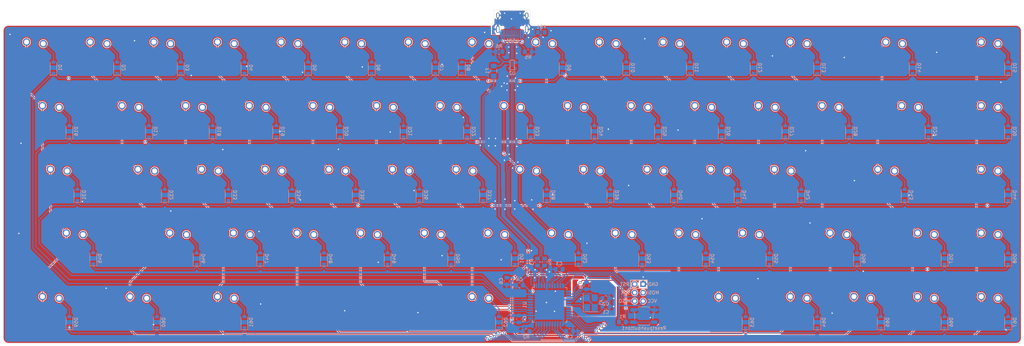
<source format=kicad_pcb>
(kicad_pcb (version 20171130) (host pcbnew "(5.1.1)-1")
  (layers (0 F.Cu signal) (31 B.Cu signal) (34 B.Paste user) (35 F.Paste user) (36 B.SilkS user) (37 F.SilkS user) (38 B.Mask user) (39 F.Mask user) (44 Edge.Cuts user))
  (net 0 "")
  (net 1 GND)
  (net 2 XTAL1)
  (net 3 XTAL2)
  (net 4 +5V)
  (net 5 "Net-(D1-Pad2)")
  (net 6 col0)
  (net 7 "Net-(D2-Pad2)")
  (net 8 "Net-(D3-Pad2)")
  (net 9 "Net-(D4-Pad2)")
  (net 10 "Net-(D5-Pad2)")
  (net 11 "Net-(D6-Pad2)")
  (net 12 "Net-(D7-Pad2)")
  (net 13 "Net-(D8-Pad2)")
  (net 14 "Net-(D9-Pad2)")
  (net 15 "Net-(D10-Pad2)")
  (net 16 "Net-(D11-Pad2)")
  (net 17 "Net-(D12-Pad2)")
  (net 18 "Net-(D13-Pad2)")
  (net 19 "Net-(D14-Pad2)")
  (net 20 "Net-(D15-Pad2)")
  (net 21 "Net-(D16-Pad2)")
  (net 22 "Net-(D17-Pad2)")
  (net 23 "Net-(D18-Pad2)")
  (net 24 "Net-(D19-Pad2)")
  (net 25 "Net-(D20-Pad2)")
  (net 26 "Net-(D21-Pad2)")
  (net 27 "Net-(D22-Pad2)")
  (net 28 "Net-(D23-Pad2)")
  (net 29 "Net-(D24-Pad2)")
  (net 30 "Net-(D25-Pad2)")
  (net 31 "Net-(D26-Pad2)")
  (net 32 "Net-(D27-Pad2)")
  (net 33 "Net-(D28-Pad2)")
  (net 34 "Net-(D29-Pad2)")
  (net 35 "Net-(D30-Pad2)")
  (net 36 "Net-(D31-Pad2)")
  (net 37 "Net-(D32-Pad2)")
  (net 38 "Net-(D33-Pad2)")
  (net 39 "Net-(D34-Pad2)")
  (net 40 "Net-(D35-Pad2)")
  (net 41 "Net-(D36-Pad2)")
  (net 42 "Net-(D37-Pad2)")
  (net 43 "Net-(D38-Pad2)")
  (net 44 "Net-(D39-Pad2)")
  (net 45 "Net-(D40-Pad2)")
  (net 46 "Net-(D41-Pad2)")
  (net 47 "Net-(D42-Pad2)")
  (net 48 "Net-(D43-Pad2)")
  (net 49 "Net-(D44-Pad2)")
  (net 50 "Net-(D45-Pad2)")
  (net 51 "Net-(D46-Pad2)")
  (net 52 "Net-(D47-Pad2)")
  (net 53 "Net-(D48-Pad2)")
  (net 54 "Net-(D49-Pad2)")
  (net 55 "Net-(D50-Pad2)")
  (net 56 "Net-(D51-Pad2)")
  (net 57 "Net-(D52-Pad2)")
  (net 58 "Net-(D53-Pad2)")
  (net 59 "Net-(D54-Pad2)")
  (net 60 "Net-(D55-Pad2)")
  (net 61 "Net-(D56-Pad2)")
  (net 62 "Net-(D57-Pad2)")
  (net 63 "Net-(D58-Pad2)")
  (net 64 "Net-(D59-Pad2)")
  (net 65 "Net-(D60-Pad2)")
  (net 66 "Net-(D61-Pad2)")
  (net 67 "Net-(D62-Pad2)")
  (net 68 "Net-(D63-Pad2)")
  (net 69 "Net-(D64-Pad2)")
  (net 70 "Net-(D65-Pad2)")
  (net 71 "Net-(D66-Pad2)")
  (net 72 "Net-(D67-Pad2)")
  (net 73 VCC)
  (net 74 RESET)
  (net 75 MOSI)
  (net 76 SCK)
  (net 77 MISO)
  (net 78 D-)
  (net 79 D+)
  (net 80 "Net-(R5-Pad1)")
  (net 81 "Net-(R6-Pad1)")
  (net 82 DN)
  (net 83 DP)
  (net 84 "Net-(C3-Pad1)")
  (net 85 "Net-(R2-Pad2)")
  (net 86 col14)
  (net 87 "Net-(Resetpushbutton1-Pad1)")
  (module Inductor_SMD:L_0805_2012Metric_Pad1.15x1.40mm_HandSolder (layer B.Cu) (at 153.915 44.21 180)
    (fp_text reference FB1 (at 0 1.65) (layer B.SilkS) (effects (justify mirror)))
    (fp_text value 60@100MHz)
    (pad 2 smd roundrect (at 1.025 0 180) (size 1.15 1.4) (layers B.Cu B.Paste B.Mask) (roundrect_rratio 0.217391))
    (pad 1 smd roundrect (at -1.025 0 180) (size 1.15 1.4) (layers B.Cu B.Paste B.Mask) (roundrect_rratio 0.217391))
  )
  (module Alps_Only:ALPS-6.5U (layer B.Cu) (at 135.73125 127.79375 180)
    (fp_text reference SW62)
    (fp_text value spacebar)
    (pad 1 thru_hole circle (at -2.5 4 180) (size 2.25 2.25) (drill 1.47) (layers *.Cu F.Mask) (net 67 "Net-(D62-Pad2)"))
    (pad 2 thru_hole circle (at 2.5 4.5 180) (size 2.25 2.25) (drill 1.47) (layers *.Cu F.Mask) (net 6 col0))
  )
  (module Crystal:Crystal_SMD_3225-4Pin_3.2x2.5mm_HandSoldering (layer B.Cu) (at 168.776 125.1055 90)
    (fp_text reference X1 (at 0 3.05 90) (layer B.SilkS) (effects (justify mirror)))
    (fp_text value XTAL)
    (pad 4 smd rect (at -1.45 1.15 90) (size 2.1 1.8) (layers B.Cu B.Paste B.Mask) (net 1 GND))
    (pad 3 smd rect (at 1.45 1.15 90) (size 2.1 1.8) (layers B.Cu B.Paste B.Mask) (net 3 XTAL2))
    (pad 2 smd rect (at 1.45 -1.15 90) (size 2.1 1.8) (layers B.Cu B.Paste B.Mask) (net 1 GND))
    (pad 1 smd rect (at -1.45 -1.15 90) (size 2.1 1.8) (layers B.Cu B.Paste B.Mask) (net 2 XTAL1))
  )
  (module Package_QFP:TQFP-44_10x10mm_P0.8mm (layer B.Cu) (at 156.43225 125.76175 270)
    (fp_text reference U1 (at 0 7.45 90) (layer B.SilkS) (effects (justify mirror)))
    (fp_text value ATmega32U4-AU)
    (pad 44 smd rect (at -4 5.7 180) (size 1.5 0.55) (layers B.Cu B.Paste B.Mask) (net 4 +5V))
    (pad 43 smd rect (at -3.2 5.7 180) (size 1.5 0.55) (layers B.Cu B.Paste B.Mask) (net 1 GND))
    (pad 42 smd rect (at -2.4 5.7 180) (size 1.5 0.55) (layers B.Cu B.Paste B.Mask))
    (pad 41 smd rect (at -1.6 5.7 180) (size 1.5 0.55) (layers B.Cu B.Paste B.Mask) (net 6 col0))
    (pad 40 smd rect (at -0.8 5.7 180) (size 1.5 0.55) (layers B.Cu B.Paste B.Mask) (net 6 col0))
    (pad 39 smd rect (at 0 5.7 180) (size 1.5 0.55) (layers B.Cu B.Paste B.Mask) (net 6 col0))
    (pad 38 smd rect (at 0.8 5.7 180) (size 1.5 0.55) (layers B.Cu B.Paste B.Mask) (net 6 col0))
    (pad 37 smd rect (at 1.6 5.7 180) (size 1.5 0.55) (layers B.Cu B.Paste B.Mask) (net 6 col0))
    (pad 36 smd rect (at 2.4 5.7 180) (size 1.5 0.55) (layers B.Cu B.Paste B.Mask) (net 6 col0))
    (pad 35 smd rect (at 3.2 5.7 180) (size 1.5 0.55) (layers B.Cu B.Paste B.Mask) (net 1 GND))
    (pad 34 smd rect (at 4 5.7 180) (size 1.5 0.55) (layers B.Cu B.Paste B.Mask) (net 4 +5V))
    (pad 33 smd rect (at 5.7 4 270) (size 1.5 0.55) (layers B.Cu B.Paste B.Mask) (net 85 "Net-(R2-Pad2)"))
    (pad 32 smd rect (at 5.7 3.2 270) (size 1.5 0.55) (layers B.Cu B.Paste B.Mask) (net 6 col0))
    (pad 31 smd rect (at 5.7 2.4 270) (size 1.5 0.55) (layers B.Cu B.Paste B.Mask) (net 6 col0))
    (pad 30 smd rect (at 5.7 1.6 270) (size 1.5 0.55) (layers B.Cu B.Paste B.Mask) (net 6 col0))
    (pad 29 smd rect (at 5.7 0.8 270) (size 1.5 0.55) (layers B.Cu B.Paste B.Mask) (net 6 col0))
    (pad 28 smd rect (at 5.7 0 270) (size 1.5 0.55) (layers B.Cu B.Paste B.Mask) (net 6 col0))
    (pad 27 smd rect (at 5.7 -0.8 270) (size 1.5 0.55) (layers B.Cu B.Paste B.Mask) (net 86 col14))
    (pad 26 smd rect (at 5.7 -1.6 270) (size 1.5 0.55) (layers B.Cu B.Paste B.Mask) (net 6 col0))
    (pad 25 smd rect (at 5.7 -2.4 270) (size 1.5 0.55) (layers B.Cu B.Paste B.Mask) (net 6 col0))
    (pad 24 smd rect (at 5.7 -3.2 270) (size 1.5 0.55) (layers B.Cu B.Paste B.Mask) (net 4 +5V))
    (pad 23 smd rect (at 5.7 -4 270) (size 1.5 0.55) (layers B.Cu B.Paste B.Mask) (net 1 GND))
    (pad 22 smd rect (at 4 -5.7 180) (size 1.5 0.55) (layers B.Cu B.Paste B.Mask) (net 6 col0))
    (pad 21 smd rect (at 3.2 -5.7 180) (size 1.5 0.55) (layers B.Cu B.Paste B.Mask) (net 6 col0))
    (pad 20 smd rect (at 2.4 -5.7 180) (size 1.5 0.55) (layers B.Cu B.Paste B.Mask) (net 6 col0))
    (pad 19 smd rect (at 1.6 -5.7 180) (size 1.5 0.55) (layers B.Cu B.Paste B.Mask) (net 6 col0))
    (pad 18 smd rect (at 0.8 -5.7 180) (size 1.5 0.55) (layers B.Cu B.Paste B.Mask))
    (pad 17 smd rect (at 0 -5.7 180) (size 1.5 0.55) (layers B.Cu B.Paste B.Mask) (net 2 XTAL1))
    (pad 16 smd rect (at -0.8 -5.7 180) (size 1.5 0.55) (layers B.Cu B.Paste B.Mask) (net 3 XTAL2))
    (pad 15 smd rect (at -1.6 -5.7 180) (size 1.5 0.55) (layers B.Cu B.Paste B.Mask) (net 1 GND))
    (pad 14 smd rect (at -2.4 -5.7 180) (size 1.5 0.55) (layers B.Cu B.Paste B.Mask) (net 4 +5V))
    (pad 13 smd rect (at -3.2 -5.7 180) (size 1.5 0.55) (layers B.Cu B.Paste B.Mask) (net 74 RESET))
    (pad 12 smd rect (at -4 -5.7 180) (size 1.5 0.55) (layers B.Cu B.Paste B.Mask))
    (pad 11 smd rect (at -5.7 -4 270) (size 1.5 0.55) (layers B.Cu B.Paste B.Mask) (net 77 MISO))
    (pad 10 smd rect (at -5.7 -3.2 270) (size 1.5 0.55) (layers B.Cu B.Paste B.Mask) (net 75 MOSI))
    (pad 9 smd rect (at -5.7 -2.4 270) (size 1.5 0.55) (layers B.Cu B.Paste B.Mask) (net 76 SCK))
    (pad 8 smd rect (at -5.7 -1.6 270) (size 1.5 0.55) (layers B.Cu B.Paste B.Mask) (net 6 col0))
    (pad 7 smd rect (at -5.7 -0.8 270) (size 1.5 0.55) (layers B.Cu B.Paste B.Mask) (net 4 +5V))
    (pad 6 smd rect (at -5.7 0 270) (size 1.5 0.55) (layers B.Cu B.Paste B.Mask) (net 84 "Net-(C3-Pad1)"))
    (pad 5 smd rect (at -5.7 0.8 270) (size 1.5 0.55) (layers B.Cu B.Paste B.Mask) (net 1 GND))
    (pad 4 smd rect (at -5.7 1.6 270) (size 1.5 0.55) (layers B.Cu B.Paste B.Mask) (net 79 D+))
    (pad 3 smd rect (at -5.7 2.4 270) (size 1.5 0.55) (layers B.Cu B.Paste B.Mask) (net 78 D-))
    (pad 2 smd rect (at -5.7 3.2 270) (size 1.5 0.55) (layers B.Cu B.Paste B.Mask) (net 4 +5V))
    (pad 1 smd rect (at -5.7 4 270) (size 1.5 0.55) (layers B.Cu B.Paste B.Mask) (net 6 col0))
  )
  (module Type-C:HRO-TYPE-C-31-M-12-HandSoldering (layer B.Cu) (at 145.25625 36.5125)
    (fp_text reference USB1 (at 0 10.2) (layer B.SilkS) (effects (justify mirror)))
    (fp_text value HRO-TYPE-C-31-M-12)
    (pad 12 smd rect (at 3.225 8.195) (size 0.6 2.45) (layers B.Cu B.Paste B.Mask) (net 1 GND))
    (pad 1 smd rect (at -3.225 8.195) (size 0.6 2.45) (layers B.Cu B.Paste B.Mask) (net 1 GND))
    (pad 11 smd rect (at 2.45 8.195) (size 0.6 2.45) (layers B.Cu B.Paste B.Mask) (net 73 VCC))
    (pad 2 smd rect (at -2.45 8.195) (size 0.6 2.45) (layers B.Cu B.Paste B.Mask) (net 73 VCC))
    (pad 3 smd rect (at -1.75 8.195) (size 0.3 2.45) (layers B.Cu B.Paste B.Mask))
    (pad 10 smd rect (at 1.75 8.195) (size 0.3 2.45) (layers B.Cu B.Paste B.Mask) (net 80 "Net-(R5-Pad1)"))
    (pad 4 smd rect (at -1.25 8.195) (size 0.3 2.45) (layers B.Cu B.Paste B.Mask) (net 81 "Net-(R6-Pad1)"))
    (pad 9 smd rect (at 1.25 8.195) (size 0.3 2.45) (layers B.Cu B.Paste B.Mask))
    (pad 5 smd rect (at -0.75 8.195) (size 0.3 2.45) (layers B.Cu B.Paste B.Mask) (net 82 DN))
    (pad 8 smd rect (at 0.75 8.195) (size 0.3 2.45) (layers B.Cu B.Paste B.Mask) (net 83 DP))
    (pad 7 smd rect (at 0.25 8.195) (size 0.3 2.45) (layers B.Cu B.Paste B.Mask) (net 82 DN))
    (pad 6 smd rect (at -0.25 8.195) (size 0.3 2.45) (layers B.Cu B.Paste B.Mask) (net 83 DP))
    (pad "" np_thru_hole circle (at 2.89 6.25) (size 0.65 0.65) (drill 0.65) (layers *.Cu *.Mask))
    (pad "" np_thru_hole circle (at -2.89 6.25) (size 0.65 0.65) (drill 0.65) (layers *.Cu *.Mask))
    (pad 13 thru_hole oval (at -4.32 6.78) (size 1 2.1) (drill oval 0.6 1.7) (layers *.Cu F.Mask) (net 1 GND))
    (pad 13 thru_hole oval (at 4.32 6.78) (size 1 2.1) (drill oval 0.6 1.7) (layers *.Cu F.Mask) (net 1 GND))
    (pad 13 thru_hole oval (at -4.32 2.6) (size 1 1.6) (drill oval 0.6 1.2) (layers *.Cu F.Mask) (net 1 GND))
    (pad 13 thru_hole oval (at 4.32 2.6) (size 1 1.6) (drill oval 0.6 1.2) (layers *.Cu F.Mask) (net 1 GND))
  )
  (module Alps_Only:ALPS-2.25U (layer B.Cu) (at 14.2875 108.74375 180)
    (fp_text reference SW45)
    (fp_text value lshift)
    (pad 1 thru_hole circle (at -2.5 4 180) (size 2.25 2.25) (drill 1.47) (layers *.Cu F.Mask) (net 50 "Net-(D45-Pad2)"))
    (pad 2 thru_hole circle (at 2.5 4.5 180) (size 2.25 2.25) (drill 1.47) (layers *.Cu F.Mask) (net 6 col0))
  )
  (module random-keyboard-parts:SOT143B (layer B.Cu) (at 145.25625 53.975 180)
    (fp_text reference U2 (at 0 -2.45) (layer B.SilkS) (effects (justify mirror)))
    (fp_text value PRTR5V0U2X)
    (pad 1 smd rect (at -1 0.75 270) (size 1 0.7) (layers B.Cu B.Paste B.Mask) (net 1 GND))
    (pad 4 smd rect (at 1 0.95 270) (size 0.6 0.7) (layers B.Cu B.Paste B.Mask) (net 73 VCC))
    (pad 2 smd rect (at -1 -0.95 270) (size 0.6 0.7) (layers B.Cu B.Paste B.Mask) (net 83 DP))
    (pad 3 smd rect (at 1 -0.95 270) (size 0.6 0.7) (layers B.Cu B.Paste B.Mask) (net 82 DN))
  )
  (module Button_Switch_SMD:SW_SPST_SKQG_WithStem (layer B.Cu) (at 184.68 129.1)
    (fp_text reference Resetpushbutton1 (at 0 3.6) (layer B.SilkS) (effects (justify mirror)))
    (fp_text value SW_SKQG)
    (pad 1 smd rect (at -3.1 1.85) (size 1.8 1.1) (layers B.Cu B.Paste B.Mask) (net 87 "Net-(Resetpushbutton1-Pad1)"))
    (pad 1 smd rect (at 3.1 1.85) (size 1.8 1.1) (layers B.Cu B.Paste B.Mask) (net 87 "Net-(Resetpushbutton1-Pad1)"))
    (pad 2 smd rect (at -3.1 -1.85) (size 1.8 1.1) (layers B.Cu B.Paste B.Mask) (net 1 GND))
    (pad 2 smd rect (at 3.1 -1.85) (size 1.8 1.1) (layers B.Cu B.Paste B.Mask) (net 1 GND))
  )
  (module Alps_Only:ALPS-1U (layer B.Cu) (at 288.13125 127.79375 180)
    (fp_text reference SW67)
    (fp_text value right)
    (pad 1 thru_hole circle (at -2.5 4 180) (size 2.25 2.25) (drill 1.47) (layers *.Cu F.Mask) (net 72 "Net-(D67-Pad2)"))
    (pad 2 thru_hole circle (at 2.5 4.5 180) (size 2.25 2.25) (drill 1.47) (layers *.Cu F.Mask) (net 86 col14))
  )
  (module Alps_Only:ALPS-1U (layer B.Cu) (at 269.08125 127.79375 180)
    (fp_text reference SW66)
    (fp_text value down)
    (pad 1 thru_hole circle (at -2.5 4 180) (size 2.25 2.25) (drill 1.47) (layers *.Cu F.Mask) (net 71 "Net-(D66-Pad2)"))
    (pad 2 thru_hole circle (at 2.5 4.5 180) (size 2.25 2.25) (drill 1.47) (layers *.Cu F.Mask) (net 6 col0))
  )
  (module Alps_Only:ALPS-1U (layer B.Cu) (at 250.03125 127.79375 180)
    (fp_text reference SW65)
    (fp_text value left)
    (pad 1 thru_hole circle (at -2.5 4 180) (size 2.25 2.25) (drill 1.47) (layers *.Cu F.Mask) (net 70 "Net-(D65-Pad2)"))
    (pad 2 thru_hole circle (at 2.5 4.5 180) (size 2.25 2.25) (drill 1.47) (layers *.Cu F.Mask) (net 6 col0))
  )
  (module Alps_Only:ALPS-1U (layer B.Cu) (at 230.98125 127.79375 180)
    (fp_text reference SW64)
    (fp_text value 0)
    (pad 1 thru_hole circle (at -2.5 4 180) (size 2.25 2.25) (drill 1.47) (layers *.Cu F.Mask) (net 69 "Net-(D64-Pad2)"))
    (pad 2 thru_hole circle (at 2.5 4.5 180) (size 2.25 2.25) (drill 1.47) (layers *.Cu F.Mask) (net 6 col0))
  )
  (module Alps_Only:ALPS-1.25U (layer B.Cu) (at 209.55 127.79375 180)
    (fp_text reference SW63)
    (fp_text value ralt)
    (pad 1 thru_hole circle (at -2.5 4 180) (size 2.25 2.25) (drill 1.47) (layers *.Cu F.Mask) (net 68 "Net-(D63-Pad2)"))
    (pad 2 thru_hole circle (at 2.5 4.5 180) (size 2.25 2.25) (drill 1.47) (layers *.Cu F.Mask) (net 6 col0))
  )
  (module Alps_Only:ALPS-1.5U (layer B.Cu) (at 59.53125 127.79375 180)
    (fp_text reference SW61)
    (fp_text value cmd)
    (pad 1 thru_hole circle (at -2.5 4 180) (size 2.25 2.25) (drill 1.47) (layers *.Cu F.Mask) (net 66 "Net-(D61-Pad2)"))
    (pad 2 thru_hole circle (at 2.5 4.5 180) (size 2.25 2.25) (drill 1.47) (layers *.Cu F.Mask) (net 6 col0))
  )
  (module Alps_Only:ALPS-1.25U (layer B.Cu) (at 33.3375 127.79375 180)
    (fp_text reference SW60)
    (fp_text value lalt)
    (pad 1 thru_hole circle (at -2.5 4 180) (size 2.25 2.25) (drill 1.47) (layers *.Cu F.Mask) (net 65 "Net-(D60-Pad2)"))
    (pad 2 thru_hole circle (at 2.5 4.5 180) (size 2.25 2.25) (drill 1.47) (layers *.Cu F.Mask) (net 6 col0))
  )
  (module Alps_Only:ALPS-1.5U (layer B.Cu) (at 7.14375 127.79375 180)
    (fp_text reference SW59)
    (fp_text value ctrl)
    (pad 1 thru_hole circle (at -2.5 4 180) (size 2.25 2.25) (drill 1.47) (layers *.Cu F.Mask) (net 64 "Net-(D59-Pad2)"))
    (pad 2 thru_hole circle (at 2.5 4.5 180) (size 2.25 2.25) (drill 1.47) (layers *.Cu F.Mask) (net 6 col0))
  )
  (module Alps_Only:ALPS-1U (layer B.Cu) (at 288.13125 108.74375 180)
    (fp_text reference SW58)
    (fp_text value del)
    (pad 1 thru_hole circle (at -2.5 4 180) (size 2.25 2.25) (drill 1.47) (layers *.Cu F.Mask) (net 63 "Net-(D58-Pad2)"))
    (pad 2 thru_hole circle (at 2.5 4.5 180) (size 2.25 2.25) (drill 1.47) (layers *.Cu F.Mask) (net 86 col14))
  )
  (module Alps_Only:ALPS-1U (layer B.Cu) (at 269.08125 108.74375 180)
    (fp_text reference SW57)
    (fp_text value up)
    (pad 1 thru_hole circle (at -2.5 4 180) (size 2.25 2.25) (drill 1.47) (layers *.Cu F.Mask) (net 62 "Net-(D57-Pad2)"))
    (pad 2 thru_hole circle (at 2.5 4.5 180) (size 2.25 2.25) (drill 1.47) (layers *.Cu F.Mask) (net 6 col0))
  )
  (module Alps_Only:ALPS-1.75U (layer B.Cu) (at 242.8875 108.74375 180)
    (fp_text reference SW56)
    (fp_text value rshift)
    (pad 1 thru_hole circle (at -2.5 4 180) (size 2.25 2.25) (drill 1.47) (layers *.Cu F.Mask) (net 61 "Net-(D56-Pad2)"))
    (pad 2 thru_hole circle (at 2.5 4.5 180) (size 2.25 2.25) (drill 1.47) (layers *.Cu F.Mask) (net 6 col0))
  )
  (module Alps_Only:ALPS-1U (layer B.Cu) (at 216.69375 108.74375 180)
    (fp_text reference SW55)
    (fp_text value /)
    (pad 1 thru_hole circle (at -2.5 4 180) (size 2.25 2.25) (drill 1.47) (layers *.Cu F.Mask) (net 60 "Net-(D55-Pad2)"))
    (pad 2 thru_hole circle (at 2.5 4.5 180) (size 2.25 2.25) (drill 1.47) (layers *.Cu F.Mask) (net 6 col0))
  )
  (module Alps_Only:ALPS-1U (layer B.Cu) (at 197.64375 108.74375 180)
    (fp_text reference SW54)
    (fp_text value .)
    (pad 1 thru_hole circle (at -2.5 4 180) (size 2.25 2.25) (drill 1.47) (layers *.Cu F.Mask) (net 59 "Net-(D54-Pad2)"))
    (pad 2 thru_hole circle (at 2.5 4.5 180) (size 2.25 2.25) (drill 1.47) (layers *.Cu F.Mask) (net 6 col0))
  )
  (module Alps_Only:ALPS-1U (layer B.Cu) (at 178.59375 108.74375 180)
    (fp_text reference SW53)
    (fp_text value ,)
    (pad 1 thru_hole circle (at -2.5 4 180) (size 2.25 2.25) (drill 1.47) (layers *.Cu F.Mask) (net 58 "Net-(D53-Pad2)"))
    (pad 2 thru_hole circle (at 2.5 4.5 180) (size 2.25 2.25) (drill 1.47) (layers *.Cu F.Mask) (net 6 col0))
  )
  (module Alps_Only:ALPS-1U (layer B.Cu) (at 159.54375 108.74375 180)
    (fp_text reference SW52)
    (fp_text value m)
    (pad 1 thru_hole circle (at -2.5 4 180) (size 2.25 2.25) (drill 1.47) (layers *.Cu F.Mask) (net 57 "Net-(D52-Pad2)"))
    (pad 2 thru_hole circle (at 2.5 4.5 180) (size 2.25 2.25) (drill 1.47) (layers *.Cu F.Mask) (net 6 col0))
  )
  (module Alps_Only:ALPS-1U (layer B.Cu) (at 140.49375 108.74375 180)
    (fp_text reference SW51)
    (fp_text value n)
    (pad 1 thru_hole circle (at -2.5 4 180) (size 2.25 2.25) (drill 1.47) (layers *.Cu F.Mask) (net 56 "Net-(D51-Pad2)"))
    (pad 2 thru_hole circle (at 2.5 4.5 180) (size 2.25 2.25) (drill 1.47) (layers *.Cu F.Mask) (net 6 col0))
  )
  (module Alps_Only:ALPS-1U (layer B.Cu) (at 121.44375 108.74375 180)
    (fp_text reference SW50)
    (fp_text value b)
    (pad 1 thru_hole circle (at -2.5 4 180) (size 2.25 2.25) (drill 1.47) (layers *.Cu F.Mask) (net 55 "Net-(D50-Pad2)"))
    (pad 2 thru_hole circle (at 2.5 4.5 180) (size 2.25 2.25) (drill 1.47) (layers *.Cu F.Mask) (net 6 col0))
  )
  (module Alps_Only:ALPS-1U (layer B.Cu) (at 102.39375 108.74375 180)
    (fp_text reference SW49)
    (fp_text value v)
    (pad 1 thru_hole circle (at -2.5 4 180) (size 2.25 2.25) (drill 1.47) (layers *.Cu F.Mask) (net 54 "Net-(D49-Pad2)"))
    (pad 2 thru_hole circle (at 2.5 4.5 180) (size 2.25 2.25) (drill 1.47) (layers *.Cu F.Mask) (net 6 col0))
  )
  (module Alps_Only:ALPS-1U (layer B.Cu) (at 83.34375 108.74375 180)
    (fp_text reference SW48)
    (fp_text value c)
    (pad 1 thru_hole circle (at -2.5 4 180) (size 2.25 2.25) (drill 1.47) (layers *.Cu F.Mask) (net 53 "Net-(D48-Pad2)"))
    (pad 2 thru_hole circle (at 2.5 4.5 180) (size 2.25 2.25) (drill 1.47) (layers *.Cu F.Mask) (net 6 col0))
  )
  (module Alps_Only:ALPS-1U (layer B.Cu) (at 64.29375 108.74375 180)
    (fp_text reference SW47)
    (fp_text value x)
    (pad 1 thru_hole circle (at -2.5 4 180) (size 2.25 2.25) (drill 1.47) (layers *.Cu F.Mask) (net 52 "Net-(D47-Pad2)"))
    (pad 2 thru_hole circle (at 2.5 4.5 180) (size 2.25 2.25) (drill 1.47) (layers *.Cu F.Mask) (net 6 col0))
  )
  (module Alps_Only:ALPS-1U (layer B.Cu) (at 45.24375 108.74375 180)
    (fp_text reference SW46)
    (fp_text value z)
    (pad 1 thru_hole circle (at -2.5 4 180) (size 2.25 2.25) (drill 1.47) (layers *.Cu F.Mask) (net 51 "Net-(D46-Pad2)"))
    (pad 2 thru_hole circle (at 2.5 4.5 180) (size 2.25 2.25) (drill 1.47) (layers *.Cu F.Mask) (net 6 col0))
  )
  (module Alps_Only:ALPS-1U (layer B.Cu) (at 288.13125 89.69375 180)
    (fp_text reference SW44)
    (fp_text value ins)
    (pad 1 thru_hole circle (at -2.5 4 180) (size 2.25 2.25) (drill 1.47) (layers *.Cu F.Mask) (net 49 "Net-(D44-Pad2)"))
    (pad 2 thru_hole circle (at 2.5 4.5 180) (size 2.25 2.25) (drill 1.47) (layers *.Cu F.Mask) (net 86 col14))
  )
  (module Alps_Only:ALPS-2.25U (layer B.Cu) (at 257.175 89.69375 180)
    (fp_text reference SW43)
    (fp_text value enter)
    (pad 1 thru_hole circle (at -2.5 4 180) (size 2.25 2.25) (drill 1.47) (layers *.Cu F.Mask) (net 48 "Net-(D43-Pad2)"))
    (pad 2 thru_hole circle (at 2.5 4.5 180) (size 2.25 2.25) (drill 1.47) (layers *.Cu F.Mask) (net 6 col0))
  )
  (module Alps_Only:ALPS-1U (layer B.Cu) (at 226.21875 89.69375 180)
    (fp_text reference SW42)
    (fp_text value ')
    (pad 1 thru_hole circle (at -2.5 4 180) (size 2.25 2.25) (drill 1.47) (layers *.Cu F.Mask) (net 47 "Net-(D42-Pad2)"))
    (pad 2 thru_hole circle (at 2.5 4.5 180) (size 2.25 2.25) (drill 1.47) (layers *.Cu F.Mask) (net 6 col0))
  )
  (module Alps_Only:ALPS-1U (layer B.Cu) (at 207.16875 89.69375 180)
    (fp_text reference SW41)
    (fp_text value ;)
    (pad 1 thru_hole circle (at -2.5 4 180) (size 2.25 2.25) (drill 1.47) (layers *.Cu F.Mask) (net 46 "Net-(D41-Pad2)"))
    (pad 2 thru_hole circle (at 2.5 4.5 180) (size 2.25 2.25) (drill 1.47) (layers *.Cu F.Mask) (net 6 col0))
  )
  (module Alps_Only:ALPS-1U (layer B.Cu) (at 188.11875 89.69375 180)
    (fp_text reference SW40)
    (fp_text value l)
    (pad 1 thru_hole circle (at -2.5 4 180) (size 2.25 2.25) (drill 1.47) (layers *.Cu F.Mask) (net 45 "Net-(D40-Pad2)"))
    (pad 2 thru_hole circle (at 2.5 4.5 180) (size 2.25 2.25) (drill 1.47) (layers *.Cu F.Mask) (net 6 col0))
  )
  (module Alps_Only:ALPS-1U (layer B.Cu) (at 169.06875 89.69375 180)
    (fp_text reference SW39)
    (fp_text value k)
    (pad 1 thru_hole circle (at -2.5 4 180) (size 2.25 2.25) (drill 1.47) (layers *.Cu F.Mask) (net 44 "Net-(D39-Pad2)"))
    (pad 2 thru_hole circle (at 2.5 4.5 180) (size 2.25 2.25) (drill 1.47) (layers *.Cu F.Mask) (net 6 col0))
  )
  (module Alps_Only:ALPS-1U (layer B.Cu) (at 150.01875 89.69375 180)
    (fp_text reference SW38)
    (fp_text value j)
    (pad 1 thru_hole circle (at -2.5 4 180) (size 2.25 2.25) (drill 1.47) (layers *.Cu F.Mask) (net 43 "Net-(D38-Pad2)"))
    (pad 2 thru_hole circle (at 2.5 4.5 180) (size 2.25 2.25) (drill 1.47) (layers *.Cu F.Mask) (net 6 col0))
  )
  (module Alps_Only:ALPS-1U (layer B.Cu) (at 130.96875 89.69375 180)
    (fp_text reference SW37)
    (fp_text value h)
    (pad 1 thru_hole circle (at -2.5 4 180) (size 2.25 2.25) (drill 1.47) (layers *.Cu F.Mask) (net 42 "Net-(D37-Pad2)"))
    (pad 2 thru_hole circle (at 2.5 4.5 180) (size 2.25 2.25) (drill 1.47) (layers *.Cu F.Mask) (net 6 col0))
  )
  (module Alps_Only:ALPS-1U (layer B.Cu) (at 111.91875 89.69375 180)
    (fp_text reference SW36)
    (fp_text value g)
    (pad 1 thru_hole circle (at -2.5 4 180) (size 2.25 2.25) (drill 1.47) (layers *.Cu F.Mask) (net 41 "Net-(D36-Pad2)"))
    (pad 2 thru_hole circle (at 2.5 4.5 180) (size 2.25 2.25) (drill 1.47) (layers *.Cu F.Mask) (net 6 col0))
  )
  (module Alps_Only:ALPS-1U (layer B.Cu) (at 92.86875 89.69375 180)
    (fp_text reference SW35)
    (fp_text value f)
    (pad 1 thru_hole circle (at -2.5 4 180) (size 2.25 2.25) (drill 1.47) (layers *.Cu F.Mask) (net 40 "Net-(D35-Pad2)"))
    (pad 2 thru_hole circle (at 2.5 4.5 180) (size 2.25 2.25) (drill 1.47) (layers *.Cu F.Mask) (net 6 col0))
  )
  (module Alps_Only:ALPS-1U (layer B.Cu) (at 73.81875 89.69375 180)
    (fp_text reference SW34)
    (fp_text value d)
    (pad 1 thru_hole circle (at -2.5 4 180) (size 2.25 2.25) (drill 1.47) (layers *.Cu F.Mask) (net 39 "Net-(D34-Pad2)"))
    (pad 2 thru_hole circle (at 2.5 4.5 180) (size 2.25 2.25) (drill 1.47) (layers *.Cu F.Mask) (net 6 col0))
  )
  (module Alps_Only:ALPS-1U (layer B.Cu) (at 54.76875 89.69375 180)
    (fp_text reference SW33)
    (fp_text value s)
    (pad 1 thru_hole circle (at -2.5 4 180) (size 2.25 2.25) (drill 1.47) (layers *.Cu F.Mask) (net 38 "Net-(D33-Pad2)"))
    (pad 2 thru_hole circle (at 2.5 4.5 180) (size 2.25 2.25) (drill 1.47) (layers *.Cu F.Mask) (net 6 col0))
  )
  (module Alps_Only:ALPS-1U (layer B.Cu) (at 35.71875 89.69375 180)
    (fp_text reference SW32)
    (fp_text value a)
    (pad 1 thru_hole circle (at -2.5 4 180) (size 2.25 2.25) (drill 1.47) (layers *.Cu F.Mask) (net 37 "Net-(D32-Pad2)"))
    (pad 2 thru_hole circle (at 2.5 4.5 180) (size 2.25 2.25) (drill 1.47) (layers *.Cu F.Mask) (net 6 col0))
  )
  (module Alps_Only:ALPS-1.75U (layer B.Cu) (at 9.525 89.69375 180)
    (fp_text reference SW31)
    (fp_text value caplock)
    (pad 1 thru_hole circle (at -2.5 4 180) (size 2.25 2.25) (drill 1.47) (layers *.Cu F.Mask) (net 36 "Net-(D31-Pad2)"))
    (pad 2 thru_hole circle (at 2.5 4.5 180) (size 2.25 2.25) (drill 1.47) (layers *.Cu F.Mask) (net 6 col0))
  )
  (module Alps_Only:ALPS-1U (layer B.Cu) (at 288.13125 70.64375 180)
    (fp_text reference SW30)
    (fp_text value pgdn)
    (pad 2 thru_hole circle (at 2.5 4.5 180) (size 2.25 2.25) (drill 1.47) (layers *.Cu F.Mask) (net 86 col14))
    (pad 1 thru_hole circle (at -2.5 4 180) (size 2.25 2.25) (drill 1.47) (layers *.Cu F.Mask) (net 35 "Net-(D30-Pad2)"))
  )
  (module Alps_Only:ALPS-1.5U (layer B.Cu) (at 264.31875 70.64375 180)
    (fp_text reference SW29)
    (fp_text value \)
    (pad 1 thru_hole circle (at -2.5 4 180) (size 2.25 2.25) (drill 1.47) (layers *.Cu F.Mask) (net 34 "Net-(D29-Pad2)"))
    (pad 2 thru_hole circle (at 2.5 4.5 180) (size 2.25 2.25) (drill 1.47) (layers *.Cu F.Mask) (net 6 col0))
  )
  (module Alps_Only:ALPS-1U (layer B.Cu) (at 240.50625 70.64375 180)
    (fp_text reference SW28)
    (fp_text value ])
    (pad 1 thru_hole circle (at -2.5 4 180) (size 2.25 2.25) (drill 1.47) (layers *.Cu F.Mask) (net 33 "Net-(D28-Pad2)"))
    (pad 2 thru_hole circle (at 2.5 4.5 180) (size 2.25 2.25) (drill 1.47) (layers *.Cu F.Mask) (net 6 col0))
  )
  (module Alps_Only:ALPS-1U (layer B.Cu) (at 221.45625 70.64375 180)
    (fp_text reference SW27)
    (fp_text value [)
    (pad 1 thru_hole circle (at -2.5 4 180) (size 2.25 2.25) (drill 1.47) (layers *.Cu F.Mask) (net 32 "Net-(D27-Pad2)"))
    (pad 2 thru_hole circle (at 2.5 4.5 180) (size 2.25 2.25) (drill 1.47) (layers *.Cu F.Mask) (net 6 col0))
  )
  (module Alps_Only:ALPS-1U (layer B.Cu) (at 202.40625 70.64375 180)
    (fp_text reference SW26)
    (fp_text value p)
    (pad 1 thru_hole circle (at -2.5 4 180) (size 2.25 2.25) (drill 1.47) (layers *.Cu F.Mask) (net 31 "Net-(D26-Pad2)"))
    (pad 2 thru_hole circle (at 2.5 4.5 180) (size 2.25 2.25) (drill 1.47) (layers *.Cu F.Mask) (net 6 col0))
  )
  (module Alps_Only:ALPS-1U (layer B.Cu) (at 183.35625 70.64375 180)
    (fp_text reference SW25)
    (fp_text value o)
    (pad 1 thru_hole circle (at -2.5 4 180) (size 2.25 2.25) (drill 1.47) (layers *.Cu F.Mask) (net 30 "Net-(D25-Pad2)"))
    (pad 2 thru_hole circle (at 2.5 4.5 180) (size 2.25 2.25) (drill 1.47) (layers *.Cu F.Mask) (net 6 col0))
  )
  (module Alps_Only:ALPS-1U (layer B.Cu) (at 164.30625 70.64375 180)
    (fp_text reference SW24)
    (fp_text value i)
    (pad 1 thru_hole circle (at -2.5 4 180) (size 2.25 2.25) (drill 1.47) (layers *.Cu F.Mask) (net 29 "Net-(D24-Pad2)"))
    (pad 2 thru_hole circle (at 2.5 4.5 180) (size 2.25 2.25) (drill 1.47) (layers *.Cu F.Mask) (net 6 col0))
  )
  (module Alps_Only:ALPS-1U (layer B.Cu) (at 145.25625 70.64375 180)
    (fp_text reference SW23)
    (fp_text value u)
    (pad 1 thru_hole circle (at -2.5 4 180) (size 2.25 2.25) (drill 1.47) (layers *.Cu F.Mask) (net 28 "Net-(D23-Pad2)"))
    (pad 2 thru_hole circle (at 2.5 4.5 180) (size 2.25 2.25) (drill 1.47) (layers *.Cu F.Mask) (net 6 col0))
  )
  (module Alps_Only:ALPS-1U (layer B.Cu) (at 126.20625 70.64375 180)
    (fp_text reference SW22)
    (fp_text value y)
    (pad 1 thru_hole circle (at -2.5 4 180) (size 2.25 2.25) (drill 1.47) (layers *.Cu F.Mask) (net 27 "Net-(D22-Pad2)"))
    (pad 2 thru_hole circle (at 2.5 4.5 180) (size 2.25 2.25) (drill 1.47) (layers *.Cu F.Mask) (net 6 col0))
  )
  (module Alps_Only:ALPS-1U (layer B.Cu) (at 107.15625 70.64375 180)
    (fp_text reference SW21)
    (fp_text value t)
    (pad 1 thru_hole circle (at -2.5 4 180) (size 2.25 2.25) (drill 1.47) (layers *.Cu F.Mask) (net 26 "Net-(D21-Pad2)"))
    (pad 2 thru_hole circle (at 2.5 4.5 180) (size 2.25 2.25) (drill 1.47) (layers *.Cu F.Mask) (net 6 col0))
  )
  (module Alps_Only:ALPS-1U (layer B.Cu) (at 88.10625 70.64375 180)
    (fp_text reference SW20)
    (fp_text value r)
    (pad 1 thru_hole circle (at -2.5 4 180) (size 2.25 2.25) (drill 1.47) (layers *.Cu F.Mask) (net 25 "Net-(D20-Pad2)"))
    (pad 2 thru_hole circle (at 2.5 4.5 180) (size 2.25 2.25) (drill 1.47) (layers *.Cu F.Mask) (net 6 col0))
  )
  (module Alps_Only:ALPS-1U (layer B.Cu) (at 69.05625 70.64375 180)
    (fp_text reference SW19)
    (fp_text value e)
    (pad 1 thru_hole circle (at -2.5 4 180) (size 2.25 2.25) (drill 1.47) (layers *.Cu F.Mask) (net 24 "Net-(D19-Pad2)"))
    (pad 2 thru_hole circle (at 2.5 4.5 180) (size 2.25 2.25) (drill 1.47) (layers *.Cu F.Mask) (net 6 col0))
  )
  (module Alps_Only:ALPS-1U (layer B.Cu) (at 50.00625 70.64375 180)
    (fp_text reference SW18)
    (fp_text value w)
    (pad 1 thru_hole circle (at -2.5 4 180) (size 2.25 2.25) (drill 1.47) (layers *.Cu F.Mask) (net 23 "Net-(D18-Pad2)"))
    (pad 2 thru_hole circle (at 2.5 4.5 180) (size 2.25 2.25) (drill 1.47) (layers *.Cu F.Mask) (net 6 col0))
  )
  (module Alps_Only:ALPS-1U (layer B.Cu) (at 30.95625 70.64375 180)
    (fp_text reference SW17)
    (fp_text value q)
    (pad 1 thru_hole circle (at -2.5 4 180) (size 2.25 2.25) (drill 1.47) (layers *.Cu F.Mask) (net 22 "Net-(D17-Pad2)"))
    (pad 2 thru_hole circle (at 2.5 4.5 180) (size 2.25 2.25) (drill 1.47) (layers *.Cu F.Mask) (net 6 col0))
  )
  (module Alps_Only:ALPS-1.5U (layer B.Cu) (at 7.14375 70.64375 180)
    (fp_text reference SW16)
    (fp_text value tab)
    (pad 1 thru_hole circle (at -2.5 4 180) (size 2.25 2.25) (drill 1.47) (layers *.Cu F.Mask) (net 21 "Net-(D16-Pad2)"))
    (pad 2 thru_hole circle (at 2.5 4.5 180) (size 2.25 2.25) (drill 1.47) (layers *.Cu F.Mask) (net 6 col0))
  )
  (module Alps_Only:ALPS-1U (layer B.Cu) (at 288.13125 51.59375 180)
    (fp_text reference SW15)
    (fp_text value pgup)
    (pad 1 thru_hole circle (at -2.5 4 180) (size 2.25 2.25) (drill 1.47) (layers *.Cu F.Mask) (net 20 "Net-(D15-Pad2)"))
    (pad 2 thru_hole circle (at 2.5 4.5 180) (size 2.25 2.25) (drill 1.47) (layers *.Cu F.Mask) (net 86 col14))
  )
  (module Alps_Only:ALPS-2U (layer B.Cu) (at 259.55625 51.59375 180)
    (fp_text reference SW14)
    (fp_text value bs)
    (pad 1 thru_hole circle (at -2.5 4 180) (size 2.25 2.25) (drill 1.47) (layers *.Cu F.Mask) (net 19 "Net-(D14-Pad2)"))
    (pad 2 thru_hole circle (at 2.5 4.5 180) (size 2.25 2.25) (drill 1.47) (layers *.Cu F.Mask) (net 6 col0))
  )
  (module Alps_Only:ALPS-1U (layer B.Cu) (at 230.98125 51.59375 180)
    (fp_text reference SW13)
    (fp_text value =)
    (pad 1 thru_hole circle (at -2.5 4 180) (size 2.25 2.25) (drill 1.47) (layers *.Cu F.Mask) (net 18 "Net-(D13-Pad2)"))
    (pad 2 thru_hole circle (at 2.5 4.5 180) (size 2.25 2.25) (drill 1.47) (layers *.Cu F.Mask) (net 6 col0))
  )
  (module Alps_Only:ALPS-1U (layer B.Cu) (at 211.93125 51.59375 180)
    (fp_text reference SW12)
    (fp_text value -)
    (pad 1 thru_hole circle (at -2.5 4 180) (size 2.25 2.25) (drill 1.47) (layers *.Cu F.Mask) (net 17 "Net-(D12-Pad2)"))
    (pad 2 thru_hole circle (at 2.5 4.5 180) (size 2.25 2.25) (drill 1.47) (layers *.Cu F.Mask) (net 6 col0))
  )
  (module Alps_Only:ALPS-1U (layer B.Cu) (at 192.88125 51.59375 180)
    (fp_text reference SW11)
    (fp_text value "#0")
    (pad 1 thru_hole circle (at -2.5 4 180) (size 2.25 2.25) (drill 1.47) (layers *.Cu F.Mask) (net 16 "Net-(D11-Pad2)"))
    (pad 2 thru_hole circle (at 2.5 4.5 180) (size 2.25 2.25) (drill 1.47) (layers *.Cu F.Mask) (net 6 col0))
  )
  (module Alps_Only:ALPS-1U (layer B.Cu) (at 173.83125 51.59375 180)
    (fp_text reference SW10)
    (fp_text value "#9")
    (pad 1 thru_hole circle (at -2.5 4 180) (size 2.25 2.25) (drill 1.47) (layers *.Cu F.Mask) (net 15 "Net-(D10-Pad2)"))
    (pad 2 thru_hole circle (at 2.5 4.5 180) (size 2.25 2.25) (drill 1.47) (layers *.Cu F.Mask) (net 6 col0))
  )
  (module Alps_Only:ALPS-1U (layer B.Cu) (at 154.78125 51.59375 180)
    (fp_text reference SW9)
    (fp_text value "#8")
    (pad 1 thru_hole circle (at -2.5 4 180) (size 2.25 2.25) (drill 1.47) (layers *.Cu F.Mask) (net 14 "Net-(D9-Pad2)"))
    (pad 2 thru_hole circle (at 2.5 4.5 180) (size 2.25 2.25) (drill 1.47) (layers *.Cu F.Mask) (net 6 col0))
  )
  (module Alps_Only:ALPS-1U (layer B.Cu) (at 135.73125 51.59375 180)
    (fp_text reference SW8)
    (fp_text value "#7")
    (pad 1 thru_hole circle (at -2.5 4 180) (size 2.25 2.25) (drill 1.47) (layers *.Cu F.Mask) (net 13 "Net-(D8-Pad2)"))
    (pad 2 thru_hole circle (at 2.5 4.5 180) (size 2.25 2.25) (drill 1.47) (layers *.Cu F.Mask) (net 6 col0))
  )
  (module Alps_Only:ALPS-1U (layer B.Cu) (at 116.68125 51.59375 180)
    (fp_text reference SW7)
    (fp_text value "#6")
    (pad 1 thru_hole circle (at -2.5 4 180) (size 2.25 2.25) (drill 1.47) (layers *.Cu F.Mask) (net 12 "Net-(D7-Pad2)"))
    (pad 2 thru_hole circle (at 2.5 4.5 180) (size 2.25 2.25) (drill 1.47) (layers *.Cu F.Mask) (net 6 col0))
  )
  (module Alps_Only:ALPS-1U (layer B.Cu) (at 97.63125 51.59375 180)
    (fp_text reference SW6)
    (fp_text value "#5")
    (pad 1 thru_hole circle (at -2.5 4 180) (size 2.25 2.25) (drill 1.47) (layers *.Cu F.Mask) (net 11 "Net-(D6-Pad2)"))
    (pad 2 thru_hole circle (at 2.5 4.5 180) (size 2.25 2.25) (drill 1.47) (layers *.Cu F.Mask) (net 6 col0))
  )
  (module Alps_Only:ALPS-1U (layer B.Cu) (at 78.58125 51.59375 180)
    (fp_text reference SW5)
    (fp_text value "#4")
    (pad 1 thru_hole circle (at -2.5 4 180) (size 2.25 2.25) (drill 1.47) (layers *.Cu F.Mask) (net 10 "Net-(D5-Pad2)"))
    (pad 2 thru_hole circle (at 2.5 4.5 180) (size 2.25 2.25) (drill 1.47) (layers *.Cu F.Mask) (net 6 col0))
  )
  (module Alps_Only:ALPS-1U (layer B.Cu) (at 59.53125 51.59375 180)
    (fp_text reference SW4)
    (fp_text value "#3")
    (pad 1 thru_hole circle (at -2.5 4 180) (size 2.25 2.25) (drill 1.47) (layers *.Cu F.Mask) (net 9 "Net-(D4-Pad2)"))
    (pad 2 thru_hole circle (at 2.5 4.5 180) (size 2.25 2.25) (drill 1.47) (layers *.Cu F.Mask) (net 6 col0))
  )
  (module Alps_Only:ALPS-1U (layer B.Cu) (at 40.48125 51.59375 180)
    (fp_text reference SW3)
    (fp_text value "#2")
    (pad 1 thru_hole circle (at -2.5 4 180) (size 2.25 2.25) (drill 1.47) (layers *.Cu F.Mask) (net 8 "Net-(D3-Pad2)"))
    (pad 2 thru_hole circle (at 2.5 4.5 180) (size 2.25 2.25) (drill 1.47) (layers *.Cu F.Mask) (net 6 col0))
  )
  (module Alps_Only:ALPS-1U (layer B.Cu) (at 21.43125 51.59375 180)
    (fp_text reference SW2)
    (fp_text value "#1")
    (pad 1 thru_hole circle (at -2.5 4 180) (size 2.25 2.25) (drill 1.47) (layers *.Cu F.Mask) (net 7 "Net-(D2-Pad2)"))
    (pad 2 thru_hole circle (at 2.5 4.5 180) (size 2.25 2.25) (drill 1.47) (layers *.Cu F.Mask) (net 6 col0))
  )
  (module Alps_Only:ALPS-1U (layer B.Cu) (at 2.38125 51.59375 180)
    (fp_text reference SW1)
    (fp_text value GRV)
    (pad 1 thru_hole circle (at -2.5 4 180) (size 2.25 2.25) (drill 1.47) (layers *.Cu F.Mask) (net 5 "Net-(D1-Pad2)"))
    (pad 2 thru_hole circle (at 2.5 4.5 180) (size 2.25 2.25) (drill 1.47) (layers *.Cu F.Mask) (net 6 col0))
  )
  (module Resistor_SMD:R_0805_2012Metric_Pad1.15x1.40mm_HandSolder (layer B.Cu) (at 141.2875 50.00625 180)
    (fp_text reference R6 (at 0 1.65) (layer B.SilkS) (effects (justify mirror)))
    (fp_text value 5.1k)
    (pad 2 smd roundrect (at 1.025 0 180) (size 1.15 1.4) (layers B.Cu B.Paste B.Mask) (roundrect_rratio 0.217391) (net 1 GND))
    (pad 1 smd roundrect (at -1.025 0 180) (size 1.15 1.4) (layers B.Cu B.Paste B.Mask) (roundrect_rratio 0.217391) (net 81 "Net-(R6-Pad1)"))
  )
  (module Resistor_SMD:R_0805_2012Metric_Pad1.15x1.40mm_HandSolder (layer B.Cu) (at 150.01875 50.00625)
    (fp_text reference R5 (at 0 1.65) (layer B.SilkS) (effects (justify mirror)))
    (fp_text value 5.1k)
    (pad 2 smd roundrect (at 1.025 0) (size 1.15 1.4) (layers B.Cu B.Paste B.Mask) (roundrect_rratio 0.217391) (net 1 GND))
    (pad 1 smd roundrect (at -1.025 0) (size 1.15 1.4) (layers B.Cu B.Paste B.Mask) (roundrect_rratio 0.217391) (net 80 "Net-(R5-Pad1)"))
  )
  (module Resistor_SMD:R_0805_2012Metric_Pad1.15x1.40mm_HandSolder (layer B.Cu) (at 154.94 112.93475 90)
    (fp_text reference R4 (at 0 1.65 90) (layer B.SilkS) (effects (justify mirror)))
    (fp_text value 22)
    (pad 1 smd roundrect (at -1.025 0 90) (size 1.15 1.4) (layers B.Cu B.Paste B.Mask) (roundrect_rratio 0.217391) (net 79 D+))
    (pad 2 smd roundrect (at 1.025 0 90) (size 1.15 1.4) (layers B.Cu B.Paste B.Mask) (roundrect_rratio 0.217391) (net 83 DP))
  )
  (module Resistor_SMD:R_0805_2012Metric_Pad1.15x1.40mm_HandSolder (layer B.Cu) (at 152.781 112.93475 270)
    (fp_text reference R3 (at 0 1.65 90) (layer B.SilkS) (effects (justify mirror)))
    (fp_text value 22)
    (pad 2 smd roundrect (at 1.025 0 270) (size 1.15 1.4) (layers B.Cu B.Paste B.Mask) (roundrect_rratio 0.217391) (net 78 D-))
    (pad 1 smd roundrect (at -1.025 0 270) (size 1.15 1.4) (layers B.Cu B.Paste B.Mask) (roundrect_rratio 0.217391) (net 82 DN))
  )
  (module Resistor_SMD:R_0805_2012Metric_Pad1.15x1.40mm_HandSolder (layer B.Cu) (at 178.235 130.93 180)
    (fp_text reference R1 (at 0 1.65) (layer B.SilkS) (effects (justify mirror)))
    (fp_text value 10k)
    (pad 1 smd roundrect (at -1.025 0 180) (size 1.15 1.4) (layers B.Cu B.Paste B.Mask) (roundrect_rratio 0.217391) (net 74 RESET))
    (pad 2 smd roundrect (at 1.025 0 180) (size 1.15 1.4) (layers B.Cu B.Paste B.Mask) (roundrect_rratio 0.217391) (net 4 +5V))
  )
  (module Resistor_SMD:R_0805_2012Metric_Pad1.15x1.40mm_HandSolder (layer B.Cu) (at 149.435 133.7)
    (fp_text reference R2 (at 0 1.65) (layer B.SilkS) (effects (justify mirror)))
    (fp_text value 10k)
    (pad 2 smd roundrect (at 1.025 0) (size 1.15 1.4) (layers B.Cu B.Paste B.Mask) (roundrect_rratio 0.217391) (net 85 "Net-(R2-Pad2)"))
    (pad 1 smd roundrect (at -1.025 0) (size 1.15 1.4) (layers B.Cu B.Paste B.Mask) (roundrect_rratio 0.217391) (net 1 GND))
  )
  (module random-keyboard-parts:Reset_Pretty-Mask (layer B.Cu) (at 183.17 122.11)
    (fp_text reference J1)
    (fp_text value AVR-ISP-6)
    (fp_text user MISO (at -4.25 2.5) (layer B.SilkS) (effects (justify mirror)))
    (fp_text user VCC (at 4 2.5) (layer B.SilkS) (effects (justify mirror)))
    (fp_text user SCK (at -4 0) (layer B.SilkS) (effects (justify mirror)))
    (fp_text user MOSI (at 4.25 0) (layer B.SilkS) (effects (justify mirror)))
    (fp_text user RST (at -4.25 -2.5) (layer B.SilkS) (effects (justify mirror)))
    (fp_text user GND (at 4.25 -2.5) (layer B.SilkS) (effects (justify mirror)))
    (pad 6 thru_hole rect (at 1.27 -2.54) (size 1.7 1.7) (drill 1) (layers *.Cu B.Mask) (net 1 GND))
    (pad 5 thru_hole circle (at -1.27 -2.54) (size 1.7 1.7) (drill 1) (layers *.Cu B.Mask) (net 74 RESET))
    (pad 4 thru_hole circle (at 1.27 0) (size 1.7 1.7) (drill 1) (layers *.Cu B.Mask) (net 75 MOSI))
    (pad 3 thru_hole circle (at -1.27 0) (size 1.7 1.7) (drill 1) (layers *.Cu B.Mask) (net 76 SCK))
    (pad 2 thru_hole circle (at 1.27 2.54) (size 1.7 1.7) (drill 1) (layers *.Cu B.Mask) (net 4 +5V))
    (pad 1 thru_hole circle (at -1.27 2.54) (size 1.7 1.7) (drill 1) (layers *.Cu B.Mask) (net 77 MISO))
  )
  (module Fuse:Fuse_1206_3216Metric_Pad1.42x1.75mm_HandSolder (layer B.Cu) (at 139.7 55.7625 270)
    (fp_text reference F1 (at 0 1.82 90) (layer B.SilkS) (effects (justify mirror)))
    (fp_text value 500m)
    (pad 2 smd roundrect (at 1.4875 0 270) (size 1.425 1.75) (layers B.Cu B.Paste B.Mask) (roundrect_rratio 0.175439) (net 4 +5V))
    (pad 1 smd roundrect (at -1.4875 0 270) (size 1.425 1.75) (layers B.Cu B.Paste B.Mask) (roundrect_rratio 0.175439) (net 73 VCC))
  )
  (module Diode_SMD:D_SOD-123 (layer B.Cu) (at 293.6875 130.96875 90)
    (fp_text reference D67 (at 0 2 90) (layer B.SilkS) (effects (justify mirror)))
    (fp_text value D)
    (pad 2 smd rect (at 1.65 0 90) (size 0.9 1.2) (layers B.Cu B.Paste B.Mask) (net 72 "Net-(D67-Pad2)"))
    (pad 1 smd rect (at -1.65 0 90) (size 0.9 1.2) (layers B.Cu B.Paste B.Mask) (net 6 col0))
  )
  (module Diode_SMD:D_SOD-123 (layer B.Cu) (at 274.6375 130.96875 90)
    (fp_text reference D66 (at 0 2 90) (layer B.SilkS) (effects (justify mirror)))
    (fp_text value D)
    (pad 2 smd rect (at 1.65 0 90) (size 0.9 1.2) (layers B.Cu B.Paste B.Mask) (net 71 "Net-(D66-Pad2)"))
    (pad 1 smd rect (at -1.65 0 90) (size 0.9 1.2) (layers B.Cu B.Paste B.Mask) (net 6 col0))
  )
  (module Diode_SMD:D_SOD-123 (layer B.Cu) (at 255.5875 130.96875 90)
    (fp_text reference D65 (at 0 2 90) (layer B.SilkS) (effects (justify mirror)))
    (fp_text value D)
    (pad 2 smd rect (at 1.65 0 90) (size 0.9 1.2) (layers B.Cu B.Paste B.Mask) (net 70 "Net-(D65-Pad2)"))
    (pad 1 smd rect (at -1.65 0 90) (size 0.9 1.2) (layers B.Cu B.Paste B.Mask) (net 6 col0))
  )
  (module Diode_SMD:D_SOD-123 (layer B.Cu) (at 236.5375 130.96875 90)
    (fp_text reference D64 (at 0 2 90) (layer B.SilkS) (effects (justify mirror)))
    (fp_text value D)
    (pad 2 smd rect (at 1.65 0 90) (size 0.9 1.2) (layers B.Cu B.Paste B.Mask) (net 69 "Net-(D64-Pad2)"))
    (pad 1 smd rect (at -1.65 0 90) (size 0.9 1.2) (layers B.Cu B.Paste B.Mask) (net 6 col0))
  )
  (module Diode_SMD:D_SOD-123 (layer B.Cu) (at 215.10625 130.96875 90)
    (fp_text reference D63 (at 0 2 90) (layer B.SilkS) (effects (justify mirror)))
    (fp_text value D)
    (pad 2 smd rect (at 1.65 0 90) (size 0.9 1.2) (layers B.Cu B.Paste B.Mask) (net 68 "Net-(D63-Pad2)"))
    (pad 1 smd rect (at -1.65 0 90) (size 0.9 1.2) (layers B.Cu B.Paste B.Mask) (net 6 col0))
  )
  (module Diode_SMD:D_SOD-123 (layer B.Cu) (at 141.2875 130.96875 90)
    (fp_text reference D62 (at 0 2 90) (layer B.SilkS) (effects (justify mirror)))
    (fp_text value D)
    (pad 2 smd rect (at 1.65 0 90) (size 0.9 1.2) (layers B.Cu B.Paste B.Mask) (net 67 "Net-(D62-Pad2)"))
    (pad 1 smd rect (at -1.65 0 90) (size 0.9 1.2) (layers B.Cu B.Paste B.Mask) (net 6 col0))
  )
  (module Diode_SMD:D_SOD-123 (layer B.Cu) (at 65.0875 130.96875 90)
    (fp_text reference D61 (at 0 2 90) (layer B.SilkS) (effects (justify mirror)))
    (fp_text value D)
    (pad 2 smd rect (at 1.65 0 90) (size 0.9 1.2) (layers B.Cu B.Paste B.Mask) (net 66 "Net-(D61-Pad2)"))
    (pad 1 smd rect (at -1.65 0 90) (size 0.9 1.2) (layers B.Cu B.Paste B.Mask) (net 6 col0))
  )
  (module Diode_SMD:D_SOD-123 (layer B.Cu) (at 38.89375 130.96875 90)
    (fp_text reference D60 (at 0 2 90) (layer B.SilkS) (effects (justify mirror)))
    (fp_text value D)
    (pad 2 smd rect (at 1.65 0 90) (size 0.9 1.2) (layers B.Cu B.Paste B.Mask) (net 65 "Net-(D60-Pad2)"))
    (pad 1 smd rect (at -1.65 0 90) (size 0.9 1.2) (layers B.Cu B.Paste B.Mask) (net 6 col0))
  )
  (module Diode_SMD:D_SOD-123 (layer B.Cu) (at 12.7 130.96875 90)
    (fp_text reference D59 (at 0 2 90) (layer B.SilkS) (effects (justify mirror)))
    (fp_text value D)
    (pad 2 smd rect (at 1.65 0 90) (size 0.9 1.2) (layers B.Cu B.Paste B.Mask) (net 64 "Net-(D59-Pad2)"))
    (pad 1 smd rect (at -1.65 0 90) (size 0.9 1.2) (layers B.Cu B.Paste B.Mask) (net 6 col0))
  )
  (module Diode_SMD:D_SOD-123 (layer B.Cu) (at 293.6875 111.91875 90)
    (fp_text reference D58 (at 0 2 90) (layer B.SilkS) (effects (justify mirror)))
    (fp_text value D)
    (pad 2 smd rect (at 1.65 0 90) (size 0.9 1.2) (layers B.Cu B.Paste B.Mask) (net 63 "Net-(D58-Pad2)"))
    (pad 1 smd rect (at -1.65 0 90) (size 0.9 1.2) (layers B.Cu B.Paste B.Mask) (net 6 col0))
  )
  (module Diode_SMD:D_SOD-123 (layer B.Cu) (at 274.6375 111.91875 90)
    (fp_text reference D57 (at 0 2 90) (layer B.SilkS) (effects (justify mirror)))
    (fp_text value D)
    (pad 2 smd rect (at 1.65 0 90) (size 0.9 1.2) (layers B.Cu B.Paste B.Mask) (net 62 "Net-(D57-Pad2)"))
    (pad 1 smd rect (at -1.65 0 90) (size 0.9 1.2) (layers B.Cu B.Paste B.Mask) (net 6 col0))
  )
  (module Diode_SMD:D_SOD-123 (layer B.Cu) (at 248.44375 111.91875 90)
    (fp_text reference D56 (at 0 2 90) (layer B.SilkS) (effects (justify mirror)))
    (fp_text value D)
    (pad 2 smd rect (at 1.65 0 90) (size 0.9 1.2) (layers B.Cu B.Paste B.Mask) (net 61 "Net-(D56-Pad2)"))
    (pad 1 smd rect (at -1.65 0 90) (size 0.9 1.2) (layers B.Cu B.Paste B.Mask) (net 6 col0))
  )
  (module Diode_SMD:D_SOD-123 (layer B.Cu) (at 222.25 111.91875 90)
    (fp_text reference D55 (at 0 2 90) (layer B.SilkS) (effects (justify mirror)))
    (fp_text value D)
    (pad 2 smd rect (at 1.65 0 90) (size 0.9 1.2) (layers B.Cu B.Paste B.Mask) (net 60 "Net-(D55-Pad2)"))
    (pad 1 smd rect (at -1.65 0 90) (size 0.9 1.2) (layers B.Cu B.Paste B.Mask) (net 6 col0))
  )
  (module Diode_SMD:D_SOD-123 (layer B.Cu) (at 203.2 111.91875 90)
    (fp_text reference D54 (at 0 2 90) (layer B.SilkS) (effects (justify mirror)))
    (fp_text value D)
    (pad 2 smd rect (at 1.65 0 90) (size 0.9 1.2) (layers B.Cu B.Paste B.Mask) (net 59 "Net-(D54-Pad2)"))
    (pad 1 smd rect (at -1.65 0 90) (size 0.9 1.2) (layers B.Cu B.Paste B.Mask) (net 6 col0))
  )
  (module Diode_SMD:D_SOD-123 (layer B.Cu) (at 184.15 111.91875 90)
    (fp_text reference D53 (at 0 2 90) (layer B.SilkS) (effects (justify mirror)))
    (fp_text value D)
    (pad 2 smd rect (at 1.65 0 90) (size 0.9 1.2) (layers B.Cu B.Paste B.Mask) (net 58 "Net-(D53-Pad2)"))
    (pad 1 smd rect (at -1.65 0 90) (size 0.9 1.2) (layers B.Cu B.Paste B.Mask) (net 6 col0))
  )
  (module Diode_SMD:D_SOD-123 (layer B.Cu) (at 165.1 111.91875 90)
    (fp_text reference D52 (at 0 2 90) (layer B.SilkS) (effects (justify mirror)))
    (fp_text value D)
    (pad 2 smd rect (at 1.65 0 90) (size 0.9 1.2) (layers B.Cu B.Paste B.Mask) (net 57 "Net-(D52-Pad2)"))
    (pad 1 smd rect (at -1.65 0 90) (size 0.9 1.2) (layers B.Cu B.Paste B.Mask) (net 6 col0))
  )
  (module Diode_SMD:D_SOD-123 (layer B.Cu) (at 146.05 111.91875 90)
    (fp_text reference D51 (at 0 2 90) (layer B.SilkS) (effects (justify mirror)))
    (fp_text value D)
    (pad 2 smd rect (at 1.65 0 90) (size 0.9 1.2) (layers B.Cu B.Paste B.Mask) (net 56 "Net-(D51-Pad2)"))
    (pad 1 smd rect (at -1.65 0 90) (size 0.9 1.2) (layers B.Cu B.Paste B.Mask) (net 6 col0))
  )
  (module Diode_SMD:D_SOD-123 (layer B.Cu) (at 127 111.91875 90)
    (fp_text reference D50 (at 0 2 90) (layer B.SilkS) (effects (justify mirror)))
    (fp_text value D)
    (pad 2 smd rect (at 1.65 0 90) (size 0.9 1.2) (layers B.Cu B.Paste B.Mask) (net 55 "Net-(D50-Pad2)"))
    (pad 1 smd rect (at -1.65 0 90) (size 0.9 1.2) (layers B.Cu B.Paste B.Mask) (net 6 col0))
  )
  (module Diode_SMD:D_SOD-123 (layer B.Cu) (at 107.95 111.91875 90)
    (fp_text reference D49 (at 0 2 90) (layer B.SilkS) (effects (justify mirror)))
    (fp_text value D)
    (pad 2 smd rect (at 1.65 0 90) (size 0.9 1.2) (layers B.Cu B.Paste B.Mask) (net 54 "Net-(D49-Pad2)"))
    (pad 1 smd rect (at -1.65 0 90) (size 0.9 1.2) (layers B.Cu B.Paste B.Mask) (net 6 col0))
  )
  (module Diode_SMD:D_SOD-123 (layer B.Cu) (at 88.9 111.91875 90)
    (fp_text reference D48 (at 0 2 90) (layer B.SilkS) (effects (justify mirror)))
    (fp_text value D)
    (pad 2 smd rect (at 1.65 0 90) (size 0.9 1.2) (layers B.Cu B.Paste B.Mask) (net 53 "Net-(D48-Pad2)"))
    (pad 1 smd rect (at -1.65 0 90) (size 0.9 1.2) (layers B.Cu B.Paste B.Mask) (net 6 col0))
  )
  (module Diode_SMD:D_SOD-123 (layer B.Cu) (at 69.85 111.91875 90)
    (fp_text reference D47 (at 0 2 90) (layer B.SilkS) (effects (justify mirror)))
    (fp_text value D)
    (pad 2 smd rect (at 1.65 0 90) (size 0.9 1.2) (layers B.Cu B.Paste B.Mask) (net 52 "Net-(D47-Pad2)"))
    (pad 1 smd rect (at -1.65 0 90) (size 0.9 1.2) (layers B.Cu B.Paste B.Mask) (net 6 col0))
  )
  (module Diode_SMD:D_SOD-123 (layer B.Cu) (at 50.8 111.91875 90)
    (fp_text reference D46 (at 0 2 90) (layer B.SilkS) (effects (justify mirror)))
    (fp_text value D)
    (pad 2 smd rect (at 1.65 0 90) (size 0.9 1.2) (layers B.Cu B.Paste B.Mask) (net 51 "Net-(D46-Pad2)"))
    (pad 1 smd rect (at -1.65 0 90) (size 0.9 1.2) (layers B.Cu B.Paste B.Mask) (net 6 col0))
  )
  (module Diode_SMD:D_SOD-123 (layer B.Cu) (at 19.84375 111.85625 90)
    (fp_text reference D45 (at 0 2 90) (layer B.SilkS) (effects (justify mirror)))
    (fp_text value D)
    (pad 2 smd rect (at 1.65 0 90) (size 0.9 1.2) (layers B.Cu B.Paste B.Mask) (net 50 "Net-(D45-Pad2)"))
    (pad 1 smd rect (at -1.65 0 90) (size 0.9 1.2) (layers B.Cu B.Paste B.Mask) (net 6 col0))
  )
  (module Diode_SMD:D_SOD-123 (layer B.Cu) (at 293.6875 92.86875 90)
    (fp_text reference D44 (at 0 2 90) (layer B.SilkS) (effects (justify mirror)))
    (fp_text value D)
    (pad 2 smd rect (at 1.65 0 90) (size 0.9 1.2) (layers B.Cu B.Paste B.Mask) (net 49 "Net-(D44-Pad2)"))
    (pad 1 smd rect (at -1.65 0 90) (size 0.9 1.2) (layers B.Cu B.Paste B.Mask) (net 6 col0))
  )
  (module Diode_SMD:D_SOD-123 (layer B.Cu) (at 262.73125 92.86875 90)
    (fp_text reference D43 (at 0 2 90) (layer B.SilkS) (effects (justify mirror)))
    (fp_text value D)
    (pad 2 smd rect (at 1.65 0 90) (size 0.9 1.2) (layers B.Cu B.Paste B.Mask) (net 48 "Net-(D43-Pad2)"))
    (pad 1 smd rect (at -1.65 0 90) (size 0.9 1.2) (layers B.Cu B.Paste B.Mask) (net 6 col0))
  )
  (module Diode_SMD:D_SOD-123 (layer B.Cu) (at 231.775 92.86875 90)
    (fp_text reference D42 (at 0 2 90) (layer B.SilkS) (effects (justify mirror)))
    (fp_text value D)
    (pad 2 smd rect (at 1.65 0 90) (size 0.9 1.2) (layers B.Cu B.Paste B.Mask) (net 47 "Net-(D42-Pad2)"))
    (pad 1 smd rect (at -1.65 0 90) (size 0.9 1.2) (layers B.Cu B.Paste B.Mask) (net 6 col0))
  )
  (module Diode_SMD:D_SOD-123 (layer B.Cu) (at 212.725 92.86875 90)
    (fp_text reference D41 (at 0 2 90) (layer B.SilkS) (effects (justify mirror)))
    (fp_text value D)
    (pad 2 smd rect (at 1.65 0 90) (size 0.9 1.2) (layers B.Cu B.Paste B.Mask) (net 46 "Net-(D41-Pad2)"))
    (pad 1 smd rect (at -1.65 0 90) (size 0.9 1.2) (layers B.Cu B.Paste B.Mask) (net 6 col0))
  )
  (module Diode_SMD:D_SOD-123 (layer B.Cu) (at 193.675 92.86875 90)
    (fp_text reference D40 (at 0 2 90) (layer B.SilkS) (effects (justify mirror)))
    (fp_text value D)
    (pad 2 smd rect (at 1.65 0 90) (size 0.9 1.2) (layers B.Cu B.Paste B.Mask) (net 45 "Net-(D40-Pad2)"))
    (pad 1 smd rect (at -1.65 0 90) (size 0.9 1.2) (layers B.Cu B.Paste B.Mask) (net 6 col0))
  )
  (module Diode_SMD:D_SOD-123 (layer B.Cu) (at 174.625 92.86875 90)
    (fp_text reference D39 (at 0 2 90) (layer B.SilkS) (effects (justify mirror)))
    (fp_text value D)
    (pad 2 smd rect (at 1.65 0 90) (size 0.9 1.2) (layers B.Cu B.Paste B.Mask) (net 44 "Net-(D39-Pad2)"))
    (pad 1 smd rect (at -1.65 0 90) (size 0.9 1.2) (layers B.Cu B.Paste B.Mask) (net 6 col0))
  )
  (module Diode_SMD:D_SOD-123 (layer B.Cu) (at 155.575 92.86875 90)
    (fp_text reference D38 (at 0 2 90) (layer B.SilkS) (effects (justify mirror)))
    (fp_text value D)
    (pad 2 smd rect (at 1.65 0 90) (size 0.9 1.2) (layers B.Cu B.Paste B.Mask) (net 43 "Net-(D38-Pad2)"))
    (pad 1 smd rect (at -1.65 0 90) (size 0.9 1.2) (layers B.Cu B.Paste B.Mask) (net 6 col0))
  )
  (module Diode_SMD:D_SOD-123 (layer B.Cu) (at 136.525 92.86875 90)
    (fp_text reference D37 (at 0 2 90) (layer B.SilkS) (effects (justify mirror)))
    (fp_text value D)
    (pad 2 smd rect (at 1.65 0 90) (size 0.9 1.2) (layers B.Cu B.Paste B.Mask) (net 42 "Net-(D37-Pad2)"))
    (pad 1 smd rect (at -1.65 0 90) (size 0.9 1.2) (layers B.Cu B.Paste B.Mask) (net 6 col0))
  )
  (module Diode_SMD:D_SOD-123 (layer B.Cu) (at 117.475 92.86875 90)
    (fp_text reference D36 (at 0 2 90) (layer B.SilkS) (effects (justify mirror)))
    (fp_text value D)
    (pad 2 smd rect (at 1.65 0 90) (size 0.9 1.2) (layers B.Cu B.Paste B.Mask) (net 41 "Net-(D36-Pad2)"))
    (pad 1 smd rect (at -1.65 0 90) (size 0.9 1.2) (layers B.Cu B.Paste B.Mask) (net 6 col0))
  )
  (module Diode_SMD:D_SOD-123 (layer B.Cu) (at 98.425 92.86875 90)
    (fp_text reference D35 (at 0 2 90) (layer B.SilkS) (effects (justify mirror)))
    (fp_text value D)
    (pad 2 smd rect (at 1.65 0 90) (size 0.9 1.2) (layers B.Cu B.Paste B.Mask) (net 40 "Net-(D35-Pad2)"))
    (pad 1 smd rect (at -1.65 0 90) (size 0.9 1.2) (layers B.Cu B.Paste B.Mask) (net 6 col0))
  )
  (module Diode_SMD:D_SOD-123 (layer B.Cu) (at 79.375 92.86875 90)
    (fp_text reference D34 (at 0 2 90) (layer B.SilkS) (effects (justify mirror)))
    (fp_text value D)
    (pad 2 smd rect (at 1.65 0 90) (size 0.9 1.2) (layers B.Cu B.Paste B.Mask) (net 39 "Net-(D34-Pad2)"))
    (pad 1 smd rect (at -1.65 0 90) (size 0.9 1.2) (layers B.Cu B.Paste B.Mask) (net 6 col0))
  )
  (module Diode_SMD:D_SOD-123 (layer B.Cu) (at 60.325 92.86875 90)
    (fp_text reference D33 (at 0 2 90) (layer B.SilkS) (effects (justify mirror)))
    (fp_text value D)
    (pad 2 smd rect (at 1.65 0 90) (size 0.9 1.2) (layers B.Cu B.Paste B.Mask) (net 38 "Net-(D33-Pad2)"))
    (pad 1 smd rect (at -1.65 0 90) (size 0.9 1.2) (layers B.Cu B.Paste B.Mask) (net 6 col0))
  )
  (module Diode_SMD:D_SOD-123 (layer B.Cu) (at 41.275 92.86875 90)
    (fp_text reference D32 (at 0 2 90) (layer B.SilkS) (effects (justify mirror)))
    (fp_text value D)
    (pad 2 smd rect (at 1.65 0 90) (size 0.9 1.2) (layers B.Cu B.Paste B.Mask) (net 37 "Net-(D32-Pad2)"))
    (pad 1 smd rect (at -1.65 0 90) (size 0.9 1.2) (layers B.Cu B.Paste B.Mask) (net 6 col0))
  )
  (module Diode_SMD:D_SOD-123 (layer B.Cu) (at 15.08125 92.86875 90)
    (fp_text reference D31 (at 0 2 90) (layer B.SilkS) (effects (justify mirror)))
    (fp_text value D)
    (pad 2 smd rect (at 1.65 0 90) (size 0.9 1.2) (layers B.Cu B.Paste B.Mask) (net 36 "Net-(D31-Pad2)"))
    (pad 1 smd rect (at -1.65 0 90) (size 0.9 1.2) (layers B.Cu B.Paste B.Mask) (net 6 col0))
  )
  (module Diode_SMD:D_SOD-123 (layer B.Cu) (at 293.6875 73.81875 90)
    (fp_text reference D30 (at 0 2 90) (layer B.SilkS) (effects (justify mirror)))
    (fp_text value D)
    (pad 2 smd rect (at 1.65 0 90) (size 0.9 1.2) (layers B.Cu B.Paste B.Mask) (net 35 "Net-(D30-Pad2)"))
    (pad 1 smd rect (at -1.65 0 90) (size 0.9 1.2) (layers B.Cu B.Paste B.Mask) (net 6 col0))
  )
  (module Diode_SMD:D_SOD-123 (layer B.Cu) (at 269.875 73.81875 90)
    (fp_text reference D29 (at 0 2 90) (layer B.SilkS) (effects (justify mirror)))
    (fp_text value D)
    (pad 2 smd rect (at 1.65 0 90) (size 0.9 1.2) (layers B.Cu B.Paste B.Mask) (net 34 "Net-(D29-Pad2)"))
    (pad 1 smd rect (at -1.65 0 90) (size 0.9 1.2) (layers B.Cu B.Paste B.Mask) (net 6 col0))
  )
  (module Diode_SMD:D_SOD-123 (layer B.Cu) (at 246.0625 73.81875 90)
    (fp_text reference D28 (at 0 2 90) (layer B.SilkS) (effects (justify mirror)))
    (fp_text value D)
    (pad 2 smd rect (at 1.65 0 90) (size 0.9 1.2) (layers B.Cu B.Paste B.Mask) (net 33 "Net-(D28-Pad2)"))
    (pad 1 smd rect (at -1.65 0 90) (size 0.9 1.2) (layers B.Cu B.Paste B.Mask) (net 6 col0))
  )
  (module Diode_SMD:D_SOD-123 (layer B.Cu) (at 227.0125 73.81875 90)
    (fp_text reference D27 (at 0 2 90) (layer B.SilkS) (effects (justify mirror)))
    (fp_text value D)
    (pad 2 smd rect (at 1.65 0 90) (size 0.9 1.2) (layers B.Cu B.Paste B.Mask) (net 32 "Net-(D27-Pad2)"))
    (pad 1 smd rect (at -1.65 0 90) (size 0.9 1.2) (layers B.Cu B.Paste B.Mask) (net 6 col0))
  )
  (module Diode_SMD:D_SOD-123 (layer B.Cu) (at 207.9625 73.81875 90)
    (fp_text reference D26 (at 0 2 90) (layer B.SilkS) (effects (justify mirror)))
    (fp_text value D)
    (pad 2 smd rect (at 1.65 0 90) (size 0.9 1.2) (layers B.Cu B.Paste B.Mask) (net 31 "Net-(D26-Pad2)"))
    (pad 1 smd rect (at -1.65 0 90) (size 0.9 1.2) (layers B.Cu B.Paste B.Mask) (net 6 col0))
  )
  (module Diode_SMD:D_SOD-123 (layer B.Cu) (at 188.9125 73.81875 90)
    (fp_text reference D25 (at 0 2 90) (layer B.SilkS) (effects (justify mirror)))
    (fp_text value D)
    (pad 2 smd rect (at 1.65 0 90) (size 0.9 1.2) (layers B.Cu B.Paste B.Mask) (net 30 "Net-(D25-Pad2)"))
    (pad 1 smd rect (at -1.65 0 90) (size 0.9 1.2) (layers B.Cu B.Paste B.Mask) (net 6 col0))
  )
  (module Diode_SMD:D_SOD-123 (layer B.Cu) (at 169.8625 73.81875 90)
    (fp_text reference D24 (at 0 2 90) (layer B.SilkS) (effects (justify mirror)))
    (fp_text value D)
    (pad 2 smd rect (at 1.65 0 90) (size 0.9 1.2) (layers B.Cu B.Paste B.Mask) (net 29 "Net-(D24-Pad2)"))
    (pad 1 smd rect (at -1.65 0 90) (size 0.9 1.2) (layers B.Cu B.Paste B.Mask) (net 6 col0))
  )
  (module Diode_SMD:D_SOD-123 (layer B.Cu) (at 150.8125 73.81875 90)
    (fp_text reference D23 (at 0 2 90) (layer B.SilkS) (effects (justify mirror)))
    (fp_text value D)
    (pad 2 smd rect (at 1.65 0 90) (size 0.9 1.2) (layers B.Cu B.Paste B.Mask) (net 28 "Net-(D23-Pad2)"))
    (pad 1 smd rect (at -1.65 0 90) (size 0.9 1.2) (layers B.Cu B.Paste B.Mask) (net 6 col0))
  )
  (module Diode_SMD:D_SOD-123 (layer B.Cu) (at 131.7625 73.81875 90)
    (fp_text reference D22 (at 0 2 90) (layer B.SilkS) (effects (justify mirror)))
    (fp_text value D)
    (pad 2 smd rect (at 1.65 0 90) (size 0.9 1.2) (layers B.Cu B.Paste B.Mask) (net 27 "Net-(D22-Pad2)"))
    (pad 1 smd rect (at -1.65 0 90) (size 0.9 1.2) (layers B.Cu B.Paste B.Mask) (net 6 col0))
  )
  (module Diode_SMD:D_SOD-123 (layer B.Cu) (at 112.7125 73.81875 90)
    (fp_text reference D21 (at 0 2 90) (layer B.SilkS) (effects (justify mirror)))
    (fp_text value D)
    (pad 2 smd rect (at 1.65 0 90) (size 0.9 1.2) (layers B.Cu B.Paste B.Mask) (net 26 "Net-(D21-Pad2)"))
    (pad 1 smd rect (at -1.65 0 90) (size 0.9 1.2) (layers B.Cu B.Paste B.Mask) (net 6 col0))
  )
  (module Diode_SMD:D_SOD-123 (layer B.Cu) (at 93.6625 73.81875 90)
    (fp_text reference D20 (at 0 2 90) (layer B.SilkS) (effects (justify mirror)))
    (fp_text value D)
    (pad 2 smd rect (at 1.65 0 90) (size 0.9 1.2) (layers B.Cu B.Paste B.Mask) (net 25 "Net-(D20-Pad2)"))
    (pad 1 smd rect (at -1.65 0 90) (size 0.9 1.2) (layers B.Cu B.Paste B.Mask) (net 6 col0))
  )
  (module Diode_SMD:D_SOD-123 (layer B.Cu) (at 74.6125 73.81875 90)
    (fp_text reference D19 (at 0 2 90) (layer B.SilkS) (effects (justify mirror)))
    (fp_text value D)
    (pad 2 smd rect (at 1.65 0 90) (size 0.9 1.2) (layers B.Cu B.Paste B.Mask) (net 24 "Net-(D19-Pad2)"))
    (pad 1 smd rect (at -1.65 0 90) (size 0.9 1.2) (layers B.Cu B.Paste B.Mask) (net 6 col0))
  )
  (module Diode_SMD:D_SOD-123 (layer B.Cu) (at 55.5625 73.81875 90)
    (fp_text reference D18 (at 0 2 90) (layer B.SilkS) (effects (justify mirror)))
    (fp_text value D)
    (pad 2 smd rect (at 1.65 0 90) (size 0.9 1.2) (layers B.Cu B.Paste B.Mask) (net 23 "Net-(D18-Pad2)"))
    (pad 1 smd rect (at -1.65 0 90) (size 0.9 1.2) (layers B.Cu B.Paste B.Mask) (net 6 col0))
  )
  (module Diode_SMD:D_SOD-123 (layer B.Cu) (at 36.5125 73.81875 90)
    (fp_text reference D17 (at 0 2 90) (layer B.SilkS) (effects (justify mirror)))
    (fp_text value D)
    (pad 2 smd rect (at 1.65 0 90) (size 0.9 1.2) (layers B.Cu B.Paste B.Mask) (net 22 "Net-(D17-Pad2)"))
    (pad 1 smd rect (at -1.65 0 90) (size 0.9 1.2) (layers B.Cu B.Paste B.Mask) (net 6 col0))
  )
  (module Diode_SMD:D_SOD-123 (layer B.Cu) (at 12.7 73.81875 90)
    (fp_text reference D16 (at 0 2 90) (layer B.SilkS) (effects (justify mirror)))
    (fp_text value D)
    (pad 2 smd rect (at 1.65 0 90) (size 0.9 1.2) (layers B.Cu B.Paste B.Mask) (net 21 "Net-(D16-Pad2)"))
    (pad 1 smd rect (at -1.65 0 90) (size 0.9 1.2) (layers B.Cu B.Paste B.Mask) (net 6 col0))
  )
  (module Diode_SMD:D_SOD-123 (layer B.Cu) (at 293.6875 54.76875 90)
    (fp_text reference D15 (at 0 2 90) (layer B.SilkS) (effects (justify mirror)))
    (fp_text value D)
    (pad 2 smd rect (at 1.65 0 90) (size 0.9 1.2) (layers B.Cu B.Paste B.Mask) (net 20 "Net-(D15-Pad2)"))
    (pad 1 smd rect (at -1.65 0 90) (size 0.9 1.2) (layers B.Cu B.Paste B.Mask) (net 6 col0))
  )
  (module Diode_SMD:D_SOD-123 (layer B.Cu) (at 265.1125 54.76875 90)
    (fp_text reference D14 (at 0 2 90) (layer B.SilkS) (effects (justify mirror)))
    (fp_text value D)
    (pad 2 smd rect (at 1.65 0 90) (size 0.9 1.2) (layers B.Cu B.Paste B.Mask) (net 19 "Net-(D14-Pad2)"))
    (pad 1 smd rect (at -1.65 0 90) (size 0.9 1.2) (layers B.Cu B.Paste B.Mask) (net 6 col0))
  )
  (module Diode_SMD:D_SOD-123 (layer B.Cu) (at 236.5375 54.76875 90)
    (fp_text reference D13 (at 0 2 90) (layer B.SilkS) (effects (justify mirror)))
    (fp_text value D)
    (pad 2 smd rect (at 1.65 0 90) (size 0.9 1.2) (layers B.Cu B.Paste B.Mask) (net 18 "Net-(D13-Pad2)"))
    (pad 1 smd rect (at -1.65 0 90) (size 0.9 1.2) (layers B.Cu B.Paste B.Mask) (net 6 col0))
  )
  (module Diode_SMD:D_SOD-123 (layer B.Cu) (at 217.4875 54.76875 90)
    (fp_text reference D12 (at 0 2 90) (layer B.SilkS) (effects (justify mirror)))
    (fp_text value D)
    (pad 2 smd rect (at 1.65 0 90) (size 0.9 1.2) (layers B.Cu B.Paste B.Mask) (net 17 "Net-(D12-Pad2)"))
    (pad 1 smd rect (at -1.65 0 90) (size 0.9 1.2) (layers B.Cu B.Paste B.Mask) (net 6 col0))
  )
  (module Diode_SMD:D_SOD-123 (layer B.Cu) (at 198.4375 54.76875 90)
    (fp_text reference D11 (at 0 2 90) (layer B.SilkS) (effects (justify mirror)))
    (fp_text value D)
    (pad 2 smd rect (at 1.65 0 90) (size 0.9 1.2) (layers B.Cu B.Paste B.Mask) (net 16 "Net-(D11-Pad2)"))
    (pad 1 smd rect (at -1.65 0 90) (size 0.9 1.2) (layers B.Cu B.Paste B.Mask) (net 6 col0))
  )
  (module Diode_SMD:D_SOD-123 (layer B.Cu) (at 179.3875 54.76875 90)
    (fp_text reference D10 (at 0 2 90) (layer B.SilkS) (effects (justify mirror)))
    (fp_text value D)
    (pad 2 smd rect (at 1.65 0 90) (size 0.9 1.2) (layers B.Cu B.Paste B.Mask) (net 15 "Net-(D10-Pad2)"))
    (pad 1 smd rect (at -1.65 0 90) (size 0.9 1.2) (layers B.Cu B.Paste B.Mask) (net 6 col0))
  )
  (module Diode_SMD:D_SOD-123 (layer B.Cu) (at 160.3375 54.76875 90)
    (fp_text reference D9 (at 0 2 90) (layer B.SilkS) (effects (justify mirror)))
    (fp_text value D)
    (pad 2 smd rect (at 1.65 0 90) (size 0.9 1.2) (layers B.Cu B.Paste B.Mask) (net 14 "Net-(D9-Pad2)"))
    (pad 1 smd rect (at -1.65 0 90) (size 0.9 1.2) (layers B.Cu B.Paste B.Mask) (net 6 col0))
  )
  (module Diode_SMD:D_SOD-123 (layer B.Cu) (at 130.175 54.76875 90)
    (fp_text reference D8 (at 0 2 90) (layer B.SilkS) (effects (justify mirror)))
    (fp_text value D)
    (pad 2 smd rect (at 1.65 0 90) (size 0.9 1.2) (layers B.Cu B.Paste B.Mask) (net 13 "Net-(D8-Pad2)"))
    (pad 1 smd rect (at -1.65 0 90) (size 0.9 1.2) (layers B.Cu B.Paste B.Mask) (net 6 col0))
  )
  (module Diode_SMD:D_SOD-123 (layer B.Cu) (at 122.2375 54.76875 90)
    (fp_text reference D7 (at 0 2 90) (layer B.SilkS) (effects (justify mirror)))
    (fp_text value D)
    (pad 2 smd rect (at 1.65 0 90) (size 0.9 1.2) (layers B.Cu B.Paste B.Mask) (net 12 "Net-(D7-Pad2)"))
    (pad 1 smd rect (at -1.65 0 90) (size 0.9 1.2) (layers B.Cu B.Paste B.Mask) (net 6 col0))
  )
  (module Diode_SMD:D_SOD-123 (layer B.Cu) (at 103.1875 54.76875 90)
    (fp_text reference D6 (at 0 2 90) (layer B.SilkS) (effects (justify mirror)))
    (fp_text value D)
    (pad 2 smd rect (at 1.65 0 90) (size 0.9 1.2) (layers B.Cu B.Paste B.Mask) (net 11 "Net-(D6-Pad2)"))
    (pad 1 smd rect (at -1.65 0 90) (size 0.9 1.2) (layers B.Cu B.Paste B.Mask) (net 6 col0))
  )
  (module Diode_SMD:D_SOD-123 (layer B.Cu) (at 84.1375 54.76875 90)
    (fp_text reference D5 (at 0 2 90) (layer B.SilkS) (effects (justify mirror)))
    (fp_text value D)
    (pad 2 smd rect (at 1.65 0 90) (size 0.9 1.2) (layers B.Cu B.Paste B.Mask) (net 10 "Net-(D5-Pad2)"))
    (pad 1 smd rect (at -1.65 0 90) (size 0.9 1.2) (layers B.Cu B.Paste B.Mask) (net 6 col0))
  )
  (module Diode_SMD:D_SOD-123 (layer B.Cu) (at 65.0875 54.76875 90)
    (fp_text reference D4 (at 0 2 90) (layer B.SilkS) (effects (justify mirror)))
    (fp_text value D)
    (pad 2 smd rect (at 1.65 0 90) (size 0.9 1.2) (layers B.Cu B.Paste B.Mask) (net 9 "Net-(D4-Pad2)"))
    (pad 1 smd rect (at -1.65 0 90) (size 0.9 1.2) (layers B.Cu B.Paste B.Mask) (net 6 col0))
  )
  (module Diode_SMD:D_SOD-123 (layer B.Cu) (at 46.0375 54.76875 90)
    (fp_text reference D3 (at 0 2 90) (layer B.SilkS) (effects (justify mirror)))
    (fp_text value D)
    (pad 2 smd rect (at 1.65 0 90) (size 0.9 1.2) (layers B.Cu B.Paste B.Mask) (net 8 "Net-(D3-Pad2)"))
    (pad 1 smd rect (at -1.65 0 90) (size 0.9 1.2) (layers B.Cu B.Paste B.Mask) (net 6 col0))
  )
  (module Diode_SMD:D_SOD-123 (layer B.Cu) (at 26.9875 54.76875 90)
    (fp_text reference D2 (at 0 2 90) (layer B.SilkS) (effects (justify mirror)))
    (fp_text value D)
    (pad 2 smd rect (at 1.65 0 90) (size 0.9 1.2) (layers B.Cu B.Paste B.Mask) (net 7 "Net-(D2-Pad2)"))
    (pad 1 smd rect (at -1.65 0 90) (size 0.9 1.2) (layers B.Cu B.Paste B.Mask) (net 6 col0))
  )
  (module Diode_SMD:D_SOD-123 (layer B.Cu) (at 7.9375 54.76875 90)
    (fp_text reference D1 (at 0 2 90) (layer B.SilkS) (effects (justify mirror)))
    (fp_text value D)
    (pad 2 smd rect (at 1.65 0 90) (size 0.9 1.2) (layers B.Cu B.Paste B.Mask) (net 5 "Net-(D1-Pad2)"))
    (pad 1 smd rect (at -1.65 0 90) (size 0.9 1.2) (layers B.Cu B.Paste B.Mask) (net 6 col0))
  )
  (module Capacitor_SMD:C_0805_2012Metric_Pad1.15x1.40mm_HandSolder (layer B.Cu) (at 167.48125 120.024 270)
    (fp_text reference C8 (at 0 1.65 90) (layer B.SilkS) (effects (justify mirror)))
    (fp_text value 10u)
    (pad 2 smd roundrect (at 1.025 0 270) (size 1.15 1.4) (layers B.Cu B.Paste B.Mask) (roundrect_rratio 0.217391) (net 1 GND))
    (pad 1 smd roundrect (at -1.025 0 270) (size 1.15 1.4) (layers B.Cu B.Paste B.Mask) (roundrect_rratio 0.217391) (net 4 +5V))
  )
  (module Capacitor_SMD:C_0805_2012Metric_Pad1.15x1.40mm_HandSolder (layer B.Cu) (at 147.29 129.995 90)
    (fp_text reference C7 (at 0 1.65 90) (layer B.SilkS) (effects (justify mirror)))
    (fp_text value 0.1u)
    (pad 2 smd roundrect (at 1.025 0 90) (size 1.15 1.4) (layers B.Cu B.Paste B.Mask) (roundrect_rratio 0.217391) (net 1 GND))
    (pad 1 smd roundrect (at -1.025 0 90) (size 1.15 1.4) (layers B.Cu B.Paste B.Mask) (roundrect_rratio 0.217391) (net 4 +5V))
  )
  (module Capacitor_SMD:C_0805_2012Metric_Pad1.15x1.40mm_HandSolder (layer B.Cu) (at 143.61 118.635 270)
    (fp_text reference C6 (at 0 1.65 90) (layer B.SilkS) (effects (justify mirror)))
    (fp_text value 0.1u)
    (pad 2 smd roundrect (at 1.025 0 270) (size 1.15 1.4) (layers B.Cu B.Paste B.Mask) (roundrect_rratio 0.217391) (net 1 GND))
    (pad 1 smd roundrect (at -1.025 0 270) (size 1.15 1.4) (layers B.Cu B.Paste B.Mask) (roundrect_rratio 0.217391) (net 4 +5V))
  )
  (module Capacitor_SMD:C_0805_2012Metric_Pad1.15x1.40mm_HandSolder (layer B.Cu) (at 162.415 133.61)
    (fp_text reference C5 (at 0 1.65) (layer B.SilkS) (effects (justify mirror)))
    (fp_text value 0.1u)
    (pad 2 smd roundrect (at 1.025 0) (size 1.15 1.4) (layers B.Cu B.Paste B.Mask) (roundrect_rratio 0.217391) (net 1 GND))
    (pad 1 smd roundrect (at -1.025 0) (size 1.15 1.4) (layers B.Cu B.Paste B.Mask) (roundrect_rratio 0.217391) (net 4 +5V))
  )
  (module Capacitor_SMD:C_0805_2012Metric_Pad1.15x1.40mm_HandSolder (layer B.Cu) (at 147.40625 119.85625 180)
    (fp_text reference C4 (at 0 1.65) (layer B.SilkS) (effects (justify mirror)))
    (fp_text value 0.1u)
    (pad 2 smd roundrect (at 1.025 0 180) (size 1.15 1.4) (layers B.Cu B.Paste B.Mask) (roundrect_rratio 0.217391) (net 1 GND))
    (pad 1 smd roundrect (at -1.025 0 180) (size 1.15 1.4) (layers B.Cu B.Paste B.Mask) (roundrect_rratio 0.217391) (net 4 +5V))
  )
  (module Capacitor_SMD:C_0805_2012Metric_Pad1.15x1.40mm_HandSolder (layer B.Cu) (at 173.26875 123.825)
    (fp_text reference C2 (at 0 1.65) (layer B.SilkS) (effects (justify mirror)))
    (fp_text value 22p)
    (pad 1 smd roundrect (at -1.025 0) (size 1.15 1.4) (layers B.Cu B.Paste B.Mask) (roundrect_rratio 0.217391) (net 3 XTAL2))
    (pad 2 smd roundrect (at 1.025 0) (size 1.15 1.4) (layers B.Cu B.Paste B.Mask) (roundrect_rratio 0.217391) (net 1 GND))
  )
  (module Capacitor_SMD:C_0805_2012Metric_Pad1.15x1.40mm_HandSolder (layer B.Cu) (at 173.26875 126.20625)
    (fp_text reference C1 (at 0 1.65) (layer B.SilkS) (effects (justify mirror)))
    (fp_text value 22p)
    (pad 2 smd roundrect (at 1.025 0) (size 1.15 1.4) (layers B.Cu B.Paste B.Mask) (roundrect_rratio 0.217391) (net 1 GND))
    (pad 1 smd roundrect (at -1.025 0) (size 1.15 1.4) (layers B.Cu B.Paste B.Mask) (roundrect_rratio 0.217391) (net 2 XTAL1))
  )
  (module Capacitor_SMD:C_0805_2012Metric_Pad1.15x1.40mm_HandSolder (layer B.Cu) (at 159.3125 115.09375 180)
    (fp_text reference C3 (at 0 1.65) (layer B.SilkS) (effects (justify mirror)))
    (fp_text value C_Small)
    (pad 2 smd roundrect (at 1.025 0 180) (size 1.15 1.4) (layers B.Cu B.Paste B.Mask) (roundrect_rratio 0.217391) (net 1 GND))
    (pad 1 smd roundrect (at -1.025 0 180) (size 1.15 1.4) (layers B.Cu B.Paste B.Mask) (roundrect_rratio 0.217391) (net 84 "Net-(C3-Pad1)"))
  )
  (gr_line (start -5.55625 42.06875) (end 138.90625 42.06875) (layer Edge.Cuts) (width 0.05))
  (gr_line (start -7.14375 135.73125) (end -7.14375 43.65625) (layer Edge.Cuts) (width 0.05))
  (gr_line (start 296.06875 137.31875) (end -5.55625 137.31875) (layer Edge.Cuts) (width 0.05))
  (gr_line (start 297.65625 43.65625) (end 297.65625 135.73125) (layer Edge.Cuts) (width 0.05))
  (gr_line (start 151.41575 42.06875) (end 296.06875 42.06875) (layer Edge.Cuts) (width 0.05))
  (gr_arc (start 151.41575 41.275) (end 151.41575 42.06875) (angle 90) (layer Edge.Cuts) (width 0.05))
  (gr_line (start 150.622 37.465) (end 150.622 41.275) (layer Edge.Cuts) (width 0.05))
  (gr_line (start 139.7 37.465) (end 150.622 37.465) (layer Edge.Cuts) (width 0.05))
  (gr_line (start 139.7 41.275) (end 139.7 37.465) (layer Edge.Cuts) (width 0.05))
  (gr_arc (start 138.90625 41.275) (end 138.90625 42.06875) (angle -90) (layer Edge.Cuts) (width 0.05))
  (gr_arc (start 296.06875 135.73125) (end 296.06875 137.31875) (angle -90) (layer Edge.Cuts) (width 0.05))
  (gr_arc (start -5.55625 43.65625) (end -5.55625 42.06875) (angle -90) (layer Edge.Cuts) (width 0.05))
  (gr_arc (start -5.55625 135.73125) (end -7.14375 135.73125) (angle -90) (layer Edge.Cuts) (width 0.05))
  (gr_arc (start 296.06875 43.65625) (end 297.65625 43.65625) (angle -90) (layer Edge.Cuts) (width 0.05))
  (via (at 151.35 121.68) (size 0.8) (drill 0.4) (layers F.Cu B.Cu) (net 4))
  (segment (start 171.300999 125.030501) (end 169.926 126.4055) (width 0.381) (layer B.Cu) (net 1))
  (segment (start 173.118001 125.030501) (end 171.300999 125.030501) (width 0.381) (layer B.Cu) (net 1))
  (segment (start 169.926 126.4055) (end 169.926 126.5555) (width 0.381) (layer B.Cu) (net 1))
  (segment (start 174.29375 126.20625) (end 173.118001 125.030501) (width 0.381) (layer B.Cu) (net 1))
  (segment (start 173.670377 124.478125) (end 173.118001 125.030501) (width 0.381) (layer B.Cu) (net 1))
  (segment (start 174.29375 123.825) (end 173.670377 124.448373) (width 0.381) (layer B.Cu) (net 1))
  (segment (start 173.670377 124.448373) (end 173.670377 124.478125) (width 0.381) (layer B.Cu) (net 1))
  (segment (start 169.926 126.5555) (end 169.926 126.26975) (width 0.25) (layer B.Cu) (net 1))
  (segment (start 167.626 123.8055) (end 167.71 123.8895) (width 0.25) (layer B.Cu) (net 1))
  (segment (start 167.626 123.6555) (end 167.626 123.8055) (width 0.25) (layer B.Cu) (net 1))
  (segment (start 167.626 123.6555) (end 167.626 123.996) (width 0.25) (layer B.Cu) (net 1))
  (segment (start 169.926 126.356) (end 169.926 126.5555) (width 0.381) (layer B.Cu) (net 1))
  (segment (start 167.626 123.6555) (end 167.626 124.056) (width 0.381) (layer B.Cu) (net 1))
  (segment (start 172.35875 121.89) (end 174.29375 123.825) (width 0.381) (layer B.Cu) (net 1))
  (segment (start 169.039 121.049) (end 169.88 121.89) (width 0.381) (layer B.Cu) (net 1))
  (segment (start 169.88 121.89) (end 172.35875 121.89) (width 0.381) (layer B.Cu) (net 1))
  (segment (start 167.48125 121.049) (end 169.039 121.049) (width 0.381) (layer B.Cu) (net 1))
  (via (at 165.73 123.98) (size 0.8) (drill 0.4) (layers F.Cu B.Cu) (net 1))
  (segment (start 165.73 123.98) (end 167.3015 123.98) (width 0.381) (layer B.Cu) (net 1))
  (segment (start 167.3015 123.98) (end 167.626 123.6555) (width 0.381) (layer B.Cu) (net 1))
  (via (at 175.65 123.83) (size 0.8) (drill 0.4) (layers F.Cu B.Cu) (net 1))
  (segment (start 175.65 123.83) (end 174.29875 123.83) (width 0.381) (layer B.Cu) (net 1))
  (segment (start 174.29875 123.83) (end 174.29375 123.825) (width 0.381) (layer B.Cu) (net 1))
  (via (at 175.62 126.23) (size 0.8) (drill 0.4) (layers F.Cu B.Cu) (net 1))
  (segment (start 175.62 126.23) (end 174.3175 126.23) (width 0.381) (layer B.Cu) (net 1))
  (segment (start 174.3175 126.23) (end 174.29375 126.20625) (width 0.381) (layer B.Cu) (net 1))
  (segment (start 148.48125 45.6325) (end 151.05 48.20125) (width 0.381) (layer B.Cu) (net 1))
  (segment (start 148.48125 44.7075) (end 148.48125 45.6325) (width 0.381) (layer B.Cu) (net 1))
  (segment (start 151.04375 48.2075) (end 151.04375 50.00625) (width 0.381) (layer B.Cu) (net 1))
  (segment (start 151.05 48.20125) (end 151.04375 48.2075) (width 0.381) (layer B.Cu) (net 1))
  (segment (start 140.2625 49.20625) (end 140.2625 50.00625) (width 0.25) (layer B.Cu) (net 1))
  (segment (start 149.57625 43.6125) (end 148.48125 44.7075) (width 0.25) (layer B.Cu) (net 1))
  (segment (start 149.57625 43.2925) (end 149.57625 43.6125) (width 0.25) (layer B.Cu) (net 1))
  (segment (start 140.93625 43.6125) (end 142.03125 44.7075) (width 0.25) (layer B.Cu) (net 1))
  (segment (start 140.93625 43.2925) (end 140.93625 43.6125) (width 0.25) (layer B.Cu) (net 1))
  (segment (start 140.93625 40.1625) (end 140.93625 43.2925) (width 0.25) (layer B.Cu) (net 1))
  (segment (start 140.93625 39.1125) (end 140.93625 40.1625) (width 0.25) (layer B.Cu) (net 1))
  (segment (start 149.57625 40.1625) (end 149.57625 43.2925) (width 0.25) (layer B.Cu) (net 1))
  (segment (start 149.57625 39.1125) (end 149.57625 40.1625) (width 0.25) (layer B.Cu) (net 1))
  (segment (start 151.04375 50.00625) (end 151.04375 51.3625) (width 0.381) (layer B.Cu) (net 1))
  (segment (start 151.04375 51.3625) (end 149.18125 53.225) (width 0.381) (layer B.Cu) (net 1))
  (segment (start 149.18125 53.225) (end 146.25625 53.225) (width 0.381) (layer B.Cu) (net 1))
  (segment (start 150.724 128.97) (end 150.73225 128.96175) (width 0.381) (layer B.Cu) (net 1))
  (segment (start 147.29 128.97) (end 150.724 128.97) (width 0.381) (layer B.Cu) (net 1))
  (segment (start 152.4 128.96175) (end 152.4 128.68) (width 0.381) (layer B.Cu) (net 1))
  (segment (start 150.73225 128.96175) (end 152.4 128.96175) (width 0.381) (layer B.Cu) (net 1))
  (segment (start 154.84 122.56175) (end 150.73225 122.56175) (width 0.381) (layer B.Cu) (net 1))
  (segment (start 152.4 128.68) (end 152.4 127.65) (width 0.381) (layer B.Cu) (net 1))
  (segment (start 154.84 124.56) (end 154.84 123.29) (width 0.381) (layer B.Cu) (net 1))
  (segment (start 154.84 123.29) (end 154.84 122.56175) (width 0.381) (layer B.Cu) (net 1))
  (segment (start 152.4 127) (end 154.84 124.56) (width 0.381) (layer B.Cu) (net 1))
  (segment (start 155.63225 121.7695) (end 155.63225 120.06175) (width 0.381) (layer B.Cu) (net 1))
  (segment (start 154.84 122.56175) (end 155.63225 121.7695) (width 0.381) (layer B.Cu) (net 1))
  (segment (start 161.13225 124.16175) (end 162.13225 124.16175) (width 0.381) (layer B.Cu) (net 1))
  (segment (start 154.84 122.56175) (end 159.39175 122.56175) (width 0.381) (layer B.Cu) (net 1))
  (segment (start 159.39175 122.56175) (end 160.99175 124.16175) (width 0.381) (layer B.Cu) (net 1))
  (segment (start 160.99175 124.16175) (end 161.13225 124.16175) (width 0.381) (layer B.Cu) (net 1))
  (segment (start 160.43225 128.154) (end 160.43225 131.46175) (width 0.381) (layer B.Cu) (net 1))
  (segment (start 154.84 122.56175) (end 160.43225 128.154) (width 0.381) (layer B.Cu) (net 1))
  (segment (start 158.2875 116.35) (end 158.2875 115.09375) (width 0.381) (layer B.Cu) (net 1))
  (segment (start 155.63225 119.00525) (end 158.2875 116.35) (width 0.381) (layer B.Cu) (net 1))
  (segment (start 155.63225 120.06175) (end 155.63225 119.00525) (width 0.381) (layer B.Cu) (net 1))
  (segment (start 149.18125 53.225) (end 149.18125 55.60625) (width 0.381) (layer B.Cu) (net 1))
  (segment (start 158.2875 115.09375) (end 157.1625 115.09375) (width 0.381) (layer B.Cu) (net 1))
  (segment (start 157.1625 115.09375) (end 156.36875 115.8875) (width 0.381) (layer B.Cu) (net 1))
  (via (at 156.36875 115.8875) (size 0.8) (drill 0.4) (layers F.Cu B.Cu) (net 1))
  (segment (start 151.07 115.35125) (end 151.60625 115.8875) (width 0.381) (layer F.Cu) (net 1))
  (segment (start 141.2875 60.325) (end 142.08125 60.325) (width 0.381) (layer B.Cu) (net 1))
  (via (at 142.08125 60.325) (size 0.8) (drill 0.4) (layers F.Cu B.Cu) (net 1))
  (segment (start 146.84375 60.325) (end 142.08125 60.325) (width 0.381) (layer F.Cu) (net 1))
  (via (at 146.84375 60.325) (size 0.8) (drill 0.4) (layers F.Cu B.Cu) (net 1))
  (segment (start 146.84375 57.94375) (end 146.84375 60.325) (width 0.381) (layer B.Cu) (net 1))
  (segment (start 149.18125 55.60625) (end 146.84375 57.94375) (width 0.381) (layer B.Cu) (net 1))
  (segment (start 167.626 123.902598) (end 170.102451 126.379049) (width 0.381) (layer B.Cu) (net 1))
  (segment (start 167.626 123.6555) (end 167.626 123.902598) (width 0.381) (layer B.Cu) (net 1))
  (segment (start 163.140172 124.16175) (end 162.13225 124.16175) (width 0.381) (layer B.Cu) (net 1))
  (segment (start 166.252922 121.049) (end 163.140172 124.16175) (width 0.381) (layer B.Cu) (net 1))
  (segment (start 167.48125 121.049) (end 166.252922 121.049) (width 0.381) (layer B.Cu) (net 1))
  (segment (start 149.08675 122.56175) (end 150.73225 122.56175) (width 0.381) (layer B.Cu) (net 1))
  (segment (start 146.38125 119.85625) (end 149.08675 122.56175) (width 0.381) (layer B.Cu) (net 1))
  (segment (start 142.24 99.18) (end 151.07 108.01) (width 0.381) (layer B.Cu) (net 1))
  (segment (start 142.24 90.64625) (end 142.24 99.18) (width 0.381) (layer B.Cu) (net 1))
  (segment (start 140.521672 60.325) (end 137.10601 63.740662) (width 0.381) (layer B.Cu) (net 1))
  (segment (start 142.08125 83.57125) (end 142.08125 90.4875) (width 0.381) (layer B.Cu) (net 1))
  (segment (start 142.08125 60.325) (end 140.521672 60.325) (width 0.381) (layer B.Cu) (net 1))
  (segment (start 142.08125 90.4875) (end 142.24 90.64625) (width 0.381) (layer B.Cu) (net 1))
  (segment (start 137.10601 63.740662) (end 137.10601 78.59601) (width 0.381) (layer B.Cu) (net 1))
  (segment (start 137.10601 78.59601) (end 142.08125 83.57125) (width 0.381) (layer B.Cu) (net 1))
  (segment (start 142.03125 45.6325) (end 142.03125 44.7075) (width 0.381) (layer B.Cu) (net 1))
  (segment (start 142.03125 44.7075) (end 142.03125 46.135828) (width 0.381) (layer B.Cu) (net 1))
  (segment (start 140.2625 47.904578) (end 140.2625 49.20625) (width 0.381) (layer B.Cu) (net 1))
  (segment (start 142.03125 46.135828) (end 140.2625 47.904578) (width 0.381) (layer B.Cu) (net 1))
  (segment (start 148.41 133.7) (end 152.343902 129.766098) (width 0.381) (layer B.Cu) (net 1))
  (segment (start 152.4 129.71) (end 152.343902 129.766098) (width 0.381) (layer B.Cu) (net 1))
  (segment (start 152.4 128.96175) (end 152.4 129.71) (width 0.381) (layer B.Cu) (net 1))
  (segment (start 160.43225 131.46175) (end 162.50175 131.46175) (width 0.381) (layer B.Cu) (net 1))
  (segment (start 163.44 132.4) (end 163.44 133.61) (width 0.381) (layer B.Cu) (net 1))
  (segment (start 162.50175 131.46175) (end 163.44 132.4) (width 0.381) (layer B.Cu) (net 1))
  (segment (start 155.8425 115.8875) (end 156.36875 115.8875) (width 0.381) (layer F.Cu) (net 1))
  (segment (start 151.60625 115.8875) (end 155.8425 115.8875) (width 0.381) (layer F.Cu) (net 1))
  (segment (start 187.78 126.319) (end 187.78 127.25) (width 0.381) (layer B.Cu) (net 1))
  (segment (start 181.58 127.25) (end 187.78 127.25) (width 0.381) (layer B.Cu) (net 1))
  (segment (start 185.671 119.57) (end 184.44 119.57) (width 0.381) (layer B.Cu) (net 1))
  (segment (start 187.78 122.34) (end 187.78 121.679) (width 0.381) (layer B.Cu) (net 1))
  (segment (start 187.78 122.34) (end 187.78 126.319) (width 0.381) (layer B.Cu) (net 1))
  (segment (start 187.78 121.679) (end 185.671 119.57) (width 0.381) (layer B.Cu) (net 1))
  (segment (start 187.78 122.089) (end 187.78 122.34) (width 0.381) (layer B.Cu) (net 1))
  (segment (start 184.44 117.439) (end 184.44 119.57) (width 0.381) (layer B.Cu) (net 1))
  (via (at 184.44 117.439) (size 0.8) (drill 0.4) (layers F.Cu B.Cu) (net 1))
  (segment (start 177.45996 117.439) (end 184.44 117.439) (width 0.381) (layer F.Cu) (net 1))
  (segment (start 174.95096 114.93) (end 177.45996 117.439) (width 0.381) (layer F.Cu) (net 1))
  (segment (start 165.28 114.93) (end 174.95096 114.93) (width 0.381) (layer F.Cu) (net 1))
  (segment (start 156.36875 115.8875) (end 164.3225 115.8875) (width 0.381) (layer F.Cu) (net 1))
  (segment (start 164.3225 115.8875) (end 165.28 114.93) (width 0.381) (layer F.Cu) (net 1))
  (segment (start 146.185 119.66) (end 146.38125 119.85625) (width 0.381) (layer B.Cu) (net 1))
  (segment (start 143.61 119.66) (end 146.185 119.66) (width 0.381) (layer B.Cu) (net 1))
  (via (at 151.018753 109.5375) (size 0.8) (drill 0.4) (layers F.Cu B.Cu) (net 1))
  (segment (start 151.07 108.01) (end 151.07 109.486253) (width 0.381) (layer B.Cu) (net 1))
  (segment (start 151.07 109.486253) (end 151.018753 109.5375) (width 0.381) (layer B.Cu) (net 1))
  (segment (start 151.018753 109.5375) (end 151.018753 113.991253) (width 0.381) (layer F.Cu) (net 1))
  (segment (start 151.018753 115.300003) (end 151.60625 115.8875) (width 0.381) (layer F.Cu) (net 1))
  (segment (start 151.018753 109.5375) (end 151.018753 115.300003) (width 0.381) (layer F.Cu) (net 1))
  (via (at 149.03 130.1) (size 0.8) (drill 0.4) (layers F.Cu B.Cu) (net 1))
  (segment (start 152.4 127.65) (end 152.4 127) (width 0.381) (layer B.Cu) (net 1))
  (via (at 152.4 127.65) (size 0.8) (drill 0.4) (layers F.Cu B.Cu) (net 1))
  (via (at 155.5 125.06) (size 0.8) (drill 0.4) (layers F.Cu B.Cu) (net 1))
  (via (at 158.17 121.71) (size 0.8) (drill 0.4) (layers F.Cu B.Cu) (net 1))
  (via (at 157.91 127.69) (size 0.8) (drill 0.4) (layers F.Cu B.Cu) (net 1))
  (via (at 186.58 129.55) (size 0.8) (drill 0.4) (layers F.Cu B.Cu) (net 1))
  (via (at 117.02 128.07) (size 0.8) (drill 0.4) (layers F.Cu B.Cu) (net 1))
  (via (at -2.42 104.39) (size 0.8) (drill 0.4) (layers F.Cu B.Cu) (net 1))
  (via (at -1.78 77.38) (size 0.8) (drill 0.4) (layers F.Cu B.Cu) (net 1))
  (via (at -5.09 44.82) (size 0.8) (drill 0.4) (layers F.Cu B.Cu) (net 1))
  (via (at 16.62 94.84) (size 0.8) (drill 0.4) (layers F.Cu B.Cu) (net 1))
  (via (at 23.7 120.79) (size 0.8) (drill 0.4) (layers F.Cu B.Cu) (net 1))
  (via (at 37.86 131.65) (size 0.8) (drill 0.4) (layers F.Cu B.Cu) (net 1))
  (via (at 43.05 97.67) (size 0.8) (drill 0.4) (layers F.Cu B.Cu) (net 1))
  (via (at 32.19 46.7) (size 0.8) (drill 0.4) (layers F.Cu B.Cu) (net 1))
  (via (at 49.18 57.09) (size 0.8) (drill 0.4) (layers F.Cu B.Cu) (net 1))
  (via (at 58.62 79.27) (size 0.8) (drill 0.4) (layers F.Cu B.Cu) (net 1))
  (via (at 69.48 103.81) (size 0.8) (drill 0.4) (layers F.Cu B.Cu) (net 1))
  (via (at 69.95 125.51) (size 0.8) (drill 0.4) (layers F.Cu B.Cu) (net 1))
  (via (at 95.11 127.51) (size 0.8) (drill 0.4) (layers F.Cu B.Cu) (net 1))
  (via (at 81.85 94.36) (size 0.8) (drill 0.4) (layers F.Cu B.Cu) (net 1))
  (via (at 75.72 73.84) (size 0.8) (drill 0.4) (layers F.Cu B.Cu) (net 1))
  (via (at 65.77 54.35) (size 0.8) (drill 0.4) (layers F.Cu B.Cu) (net 1))
  (via (at 82.48 56.14) (size 0.8) (drill 0.4) (layers F.Cu B.Cu) (net 1))
  (via (at 93.22 79.21) (size 0.8) (drill 0.4) (layers F.Cu B.Cu) (net 1))
  (via (at 105.15 113.02) (size 0.8) (drill 0.4) (layers F.Cu B.Cu) (net 1))
  (via (at 124.25 111.03) (size 0.8) (drill 0.4) (layers F.Cu B.Cu) (net 1))
  (via (at 115.89 91.54) (size 0.8) (drill 0.4) (layers F.Cu B.Cu) (net 1))
  (via (at 108.73 74.04) (size 0.8) (drill 0.4) (layers F.Cu B.Cu) (net 1))
  (via (at 100.38 54.55) (size 0.8) (drill 0.4) (layers F.Cu B.Cu) (net 1))
  (via (at 124.25 53.75) (size 0.8) (drill 0.4) (layers F.Cu B.Cu) (net 1))
  (via (at 130.61 69.66) (size 0.8) (drill 0.4) (layers F.Cu B.Cu) (net 1))
  (via (at 141.93 112.27) (size 0.8) (drill 0.4) (layers F.Cu B.Cu) (net 1))
  (via (at 157.4 92.66) (size 0.8) (drill 0.4) (layers F.Cu B.Cu) (net 1))
  (via (at 167.62 107.3) (size 0.8) (drill 0.4) (layers F.Cu B.Cu) (net 1))
  (via (at 174.03 73.18) (size 0.8) (drill 0.4) (layers F.Cu B.Cu) (net 1))
  (via (at 180.1 90.03) (size 0.8) (drill 0.4) (layers F.Cu B.Cu) (net 1))
  (via (at 184.94 46.11) (size 0.8) (drill 0.4) (layers F.Cu B.Cu) (net 1))
  (via (at 194.88 73.46) (size 0.8) (drill 0.4) (layers F.Cu B.Cu) (net 1))
  (via (at 202.06 99.98) (size 0.8) (drill 0.4) (layers F.Cu B.Cu) (net 1))
  (via (at 218.83 117.91) (size 0.8) (drill 0.4) (layers F.Cu B.Cu) (net 1))
  (via (at 250.32 115.75) (size 0.8) (drill 0.4) (layers F.Cu B.Cu) (net 1))
  (via (at 247.67 88.57) (size 0.8) (drill 0.4) (layers F.Cu B.Cu) (net 1))
  (via (at 233.08 79.62) (size 0.8) (drill 0.4) (layers F.Cu B.Cu) (net 1))
  (via (at 223.13 51.25) (size 0.8) (drill 0.4) (layers F.Cu B.Cu) (net 1))
  (via (at 244.63 51.73) (size 0.8) (drill 0.4) (layers F.Cu B.Cu) (net 1))
  (via (at 234.37 101.24) (size 0.8) (drill 0.4) (layers F.Cu B.Cu) (net 1))
  (via (at 241 128.25) (size 0.8) (drill 0.4) (layers F.Cu B.Cu) (net 1))
  (via (at 293.04 133.22) (size 0.8) (drill 0.4) (layers F.Cu B.Cu) (net 1))
  (via (at 291.53 59.12) (size 0.8) (drill 0.4) (layers F.Cu B.Cu) (net 1))
  (via (at 272.3 50.17) (size 0.8) (drill 0.4) (layers F.Cu B.Cu) (net 1))
  (via (at 271.31 75.04) (size 0.8) (drill 0.4) (layers F.Cu B.Cu) (net 1))
  (via (at 264.01 92.94) (size 0.8) (drill 0.4) (layers F.Cu B.Cu) (net 1))
  (via (at 135.65 75.91) (size 0.8) (drill 0.4) (layers F.Cu B.Cu) (net 1))
  (via (at 135.69 78.03) (size 0.8) (drill 0.4) (layers F.Cu B.Cu) (net 1))
  (via (at 138.28 75.94) (size 0.8) (drill 0.4) (layers F.Cu B.Cu) (net 1))
  (via (at 138.22 78.16) (size 0.8) (drill 0.4) (layers F.Cu B.Cu) (net 1))
  (via (at 140.26 75.97) (size 0.8) (drill 0.4) (layers F.Cu B.Cu) (net 1))
  (via (at 140.2 78.16) (size 0.8) (drill 0.4) (layers F.Cu B.Cu) (net 1))
  (via (at 143.96 76) (size 0.8) (drill 0.4) (layers F.Cu B.Cu) (net 1))
  (via (at 143.89 78.16) (size 0.8) (drill 0.4) (layers F.Cu B.Cu) (net 1))
  (via (at 146.55 76.06) (size 0.8) (drill 0.4) (layers F.Cu B.Cu) (net 1))
  (via (at 146.63 78.31) (size 0.8) (drill 0.4) (layers F.Cu B.Cu) (net 1))
  (segment (start 146.55 78.23) (end 146.63 78.31) (width 0.381) (layer B.Cu) (net 1))
  (segment (start 146.55 76.06) (end 146.55 78.23) (width 0.381) (layer B.Cu) (net 1))
  (segment (start 143.89 76.07) (end 143.96 76) (width 0.381) (layer B.Cu) (net 1))
  (segment (start 143.89 78.16) (end 143.89 76.07) (width 0.381) (layer B.Cu) (net 1))
  (segment (start 140.2 76.03) (end 140.26 75.97) (width 0.381) (layer B.Cu) (net 1))
  (segment (start 140.2 78.16) (end 140.2 76.03) (width 0.381) (layer B.Cu) (net 1))
  (segment (start 138.22 76) (end 138.28 75.94) (width 0.381) (layer B.Cu) (net 1))
  (segment (start 138.22 78.16) (end 138.22 76) (width 0.381) (layer B.Cu) (net 1))
  (segment (start 135.69 75.95) (end 135.65 75.91) (width 0.381) (layer B.Cu) (net 1))
  (segment (start 135.69 78.03) (end 135.69 75.95) (width 0.381) (layer B.Cu) (net 1))
  (via (at 143.71 59.56) (size 0.8) (drill 0.4) (layers F.Cu B.Cu) (net 1))
  (via (at 143.67 61.5) (size 0.8) (drill 0.4) (layers F.Cu B.Cu) (net 1))
  (via (at 146.16 61.48) (size 0.8) (drill 0.4) (layers F.Cu B.Cu) (net 1))
  (via (at 146.22 57.9) (size 0.8) (drill 0.4) (layers F.Cu B.Cu) (net 1))
  (segment (start 146.22 61.42) (end 146.16 61.48) (width 0.381) (layer B.Cu) (net 1))
  (segment (start 146.22 57.9) (end 146.22 61.42) (width 0.381) (layer B.Cu) (net 1))
  (segment (start 143.67 59.6) (end 143.71 59.56) (width 0.381) (layer B.Cu) (net 1))
  (segment (start 143.67 61.5) (end 143.67 59.6) (width 0.381) (layer B.Cu) (net 1))
  (via (at 143.78 57.31) (size 0.8) (drill 0.4) (layers F.Cu B.Cu) (net 1))
  (via (at 142.83 59.38) (size 0.8) (drill 0.4) (layers F.Cu B.Cu) (net 1))
  (segment (start 142.83 58.26) (end 143.78 57.31) (width 0.381) (layer B.Cu) (net 1))
  (segment (start 142.83 59.38) (end 142.83 58.26) (width 0.381) (layer B.Cu) (net 1))
  (via (at 142.91 82.47) (size 0.8) (drill 0.4) (layers F.Cu B.Cu) (net 1))
  (via (at 144.31 80.71) (size 0.8) (drill 0.4) (layers F.Cu B.Cu) (net 1))
  (via (at 145.35 84.82) (size 0.8) (drill 0.4) (layers F.Cu B.Cu) (net 1))
  (via (at 146.93 83.02) (size 0.8) (drill 0.4) (layers F.Cu B.Cu) (net 1))
  (segment (start 142.91 82.11) (end 144.31 80.71) (width 0.381) (layer B.Cu) (net 1))
  (segment (start 142.91 82.47) (end 142.91 82.11) (width 0.381) (layer B.Cu) (net 1))
  (segment (start 145.35 84.6) (end 146.93 83.02) (width 0.381) (layer B.Cu) (net 1))
  (segment (start 145.35 84.82) (end 145.35 84.6) (width 0.381) (layer B.Cu) (net 1))
  (via (at 144.22 48.6) (size 0.8) (drill 0.4) (layers F.Cu B.Cu) (net 1))
  (via (at 144.22 50.27) (size 0.8) (drill 0.4) (layers F.Cu B.Cu) (net 1))
  (via (at 146.58 48.58) (size 0.8) (drill 0.4) (layers F.Cu B.Cu) (net 1))
  (via (at 146.62 50.48) (size 0.8) (drill 0.4) (layers F.Cu B.Cu) (net 1))
  (segment (start 144.22 48.6) (end 144.22 50.27) (width 0.381) (layer B.Cu) (net 1))
  (segment (start 146.58 50.44) (end 146.62 50.48) (width 0.381) (layer B.Cu) (net 1))
  (segment (start 146.58 48.58) (end 146.58 50.44) (width 0.381) (layer B.Cu) (net 1))
  (via (at 143.06 94.13) (size 0.8) (drill 0.4) (layers F.Cu B.Cu) (net 1))
  (via (at 143.06 97.13) (size 0.8) (drill 0.4) (layers F.Cu B.Cu) (net 1))
  (via (at 140.17 94.72) (size 0.8) (drill 0.4) (layers F.Cu B.Cu) (net 1))
  (via (at 140.11 97.07) (size 0.8) (drill 0.4) (layers F.Cu B.Cu) (net 1))
  (via (at 146 94.56) (size 0.8) (drill 0.4) (layers F.Cu B.Cu) (net 1))
  (via (at 146 97.07) (size 0.8) (drill 0.4) (layers F.Cu B.Cu) (net 1))
  (via (at 151.09 94.34) (size 0.8) (drill 0.4) (layers F.Cu B.Cu) (net 1))
  (via (at 151.46 97.15) (size 0.8) (drill 0.4) (layers F.Cu B.Cu) (net 1))
  (segment (start 143.06 94.13) (end 143.06 97.13) (width 0.381) (layer B.Cu) (net 1))
  (segment (start 146 94.56) (end 146 97.07) (width 0.381) (layer B.Cu) (net 1))
  (segment (start 140.17 97.01) (end 140.11 97.07) (width 0.381) (layer B.Cu) (net 1))
  (segment (start 140.17 94.72) (end 140.17 97.01) (width 0.381) (layer B.Cu) (net 1))
  (segment (start 151.09 96.78) (end 151.46 97.15) (width 0.381) (layer B.Cu) (net 1))
  (segment (start 151.09 94.34) (end 151.09 96.78) (width 0.381) (layer B.Cu) (net 1))
  (via (at 151.98 117.63) (size 0.8) (drill 0.4) (layers F.Cu B.Cu) (net 1))
  (via (at 152.09 115.25) (size 0.8) (drill 0.4) (layers F.Cu B.Cu) (net 1))
  (via (at 155.54 115.26) (size 0.8) (drill 0.4) (layers F.Cu B.Cu) (net 1))
  (via (at 155.48 117.44) (size 0.8) (drill 0.4) (layers F.Cu B.Cu) (net 1))
  (segment (start 152.09 117.52) (end 151.98 117.63) (width 0.381) (layer B.Cu) (net 1))
  (segment (start 152.09 115.25) (end 152.09 117.52) (width 0.381) (layer B.Cu) (net 1))
  (segment (start 155.54 117.38) (end 155.48 117.44) (width 0.381) (layer B.Cu) (net 1))
  (segment (start 155.54 115.26) (end 155.54 117.38) (width 0.381) (layer B.Cu) (net 1))
  (via (at 136.99 44.21) (size 0.8) (drill 0.4) (layers F.Cu B.Cu) (net 1))
  (via (at 142.95 38.47) (size 0.8) (drill 0.4) (layers F.Cu B.Cu) (net 1))
  (via (at 147.64 38.47) (size 0.8) (drill 0.4) (layers F.Cu B.Cu) (net 1))
  (via (at 145.04 40.18) (size 0.8) (drill 0.4) (layers F.Cu B.Cu) (net 1))
  (via (at 151.37 43.28) (size 0.8) (drill 0.4) (layers F.Cu B.Cu) (net 1))
  (via (at 150.13 45.76) (size 0.8) (drill 0.4) (layers F.Cu B.Cu) (net 1))
  (via (at 154.46 45.64) (size 0.8) (drill 0.4) (layers F.Cu B.Cu) (net 1))
  (via (at 156.85 43.7) (size 0.8) (drill 0.4) (layers F.Cu B.Cu) (net 1))
  (segment (start 156.43225 118.999) (end 160.3375 115.09375) (width 0.25) (layer B.Cu) (net 84))
  (segment (start 156.43225 120.06175) (end 156.43225 118.999) (width 0.25) (layer B.Cu) (net 84))
  (segment (start 172.24375 127.00625) (end 172.24375 126.20625) (width 0.25) (layer B.Cu) (net 2))
  (segment (start 171.319499 127.930501) (end 172.24375 127.00625) (width 0.25) (layer B.Cu) (net 2))
  (segment (start 167.907501 127.930501) (end 171.319499 127.930501) (width 0.25) (layer B.Cu) (net 2))
  (segment (start 167.626 127.649) (end 167.907501 127.930501) (width 0.25) (layer B.Cu) (net 2))
  (segment (start 167.626 127.649) (end 167.626 126.5555) (width 0.25) (layer B.Cu) (net 2))
  (segment (start 165.68225 125.76175) (end 163.13225 125.76175) (width 0.25) (layer B.Cu) (net 2))
  (segment (start 163.13225 125.76175) (end 162.13225 125.76175) (width 0.25) (layer B.Cu) (net 2))
  (segment (start 166.476 126.5555) (end 165.68225 125.76175) (width 0.25) (layer B.Cu) (net 2))
  (segment (start 167.626 126.5555) (end 166.476 126.5555) (width 0.25) (layer B.Cu) (net 2))
  (segment (start 172.07425 123.6555) (end 172.24375 123.825) (width 0.25) (layer B.Cu) (net 3))
  (segment (start 169.926 123.6555) (end 172.07425 123.6555) (width 0.25) (layer B.Cu) (net 3))
  (segment (start 165.813501 122.280499) (end 163.13225 124.96175) (width 0.25) (layer B.Cu) (net 3))
  (segment (start 168.786001 122.280499) (end 165.813501 122.280499) (width 0.25) (layer B.Cu) (net 3))
  (segment (start 163.13225 124.96175) (end 162.13225 124.96175) (width 0.25) (layer B.Cu) (net 3))
  (segment (start 169.926 123.420498) (end 168.786001 122.280499) (width 0.25) (layer B.Cu) (net 3))
  (segment (start 169.926 123.6555) (end 169.926 123.420498) (width 0.25) (layer B.Cu) (net 3))
  (segment (start 153.23225 119.06175) (end 153.23225 120.06175) (width 0.381) (layer B.Cu) (net 4))
  (segment (start 150.73225 130.28675) (end 150.73225 129.76175) (width 0.381) (layer B.Cu) (net 4))
  (segment (start 147.29 131.02) (end 149.999 131.02) (width 0.381) (layer B.Cu) (net 4))
  (segment (start 149.999 131.02) (end 150.73225 130.28675) (width 0.381) (layer B.Cu) (net 4))
  (segment (start 163.1185 123.36175) (end 162.13225 123.36175) (width 0.381) (layer B.Cu) (net 4))
  (segment (start 167.48125 118.999) (end 163.1185 123.36175) (width 0.381) (layer B.Cu) (net 4))
  (segment (start 149.996 116.69078) (end 150.01875 116.66803) (width 0.25) (layer B.Cu) (net 4))
  (segment (start 157.23225 120.06175) (end 157.23225 119.06175) (width 0.381) (layer B.Cu) (net 4))
  (segment (start 158.064 118.23) (end 158.438 118.23) (width 0.381) (layer B.Cu) (net 4))
  (segment (start 158.438 118.23) (end 159.964 116.704) (width 0.381) (layer B.Cu) (net 4))
  (via (at 159.964 116.704) (size 0.8) (drill 0.4) (layers F.Cu B.Cu) (net 4))
  (segment (start 157.23225 119.06175) (end 158.064 118.23) (width 0.381) (layer B.Cu) (net 4))
  (segment (start 160.20875 116.68125) (end 160.22125 116.68125) (width 0.25) (layer B.Cu) (net 4))
  (segment (start 145.14 118.385) (end 145.14 130.29125) (width 0.381) (layer F.Cu) (net 4))
  (via (at 145.14 130.29125) (size 0.8) (drill 0.4) (layers F.Cu B.Cu) (net 4))
  (segment (start 145.86875 131.02) (end 145.14 130.29125) (width 0.381) (layer B.Cu) (net 4))
  (segment (start 147.29 131.02) (end 145.86875 131.02) (width 0.381) (layer B.Cu) (net 4))
  (segment (start 150.01875 116.68125) (end 149.996 116.704) (width 0.381) (layer F.Cu) (net 4))
  (via (at 149.996 116.704) (size 0.8) (drill 0.4) (layers F.Cu B.Cu) (net 4))
  (segment (start 149.996 116.704) (end 149.996 116.69078) (width 0.25) (layer B.Cu) (net 4))
  (segment (start 148.82675 119.85625) (end 150.73225 121.76175) (width 0.381) (layer B.Cu) (net 4))
  (segment (start 148.43125 119.85625) (end 148.82675 119.85625) (width 0.381) (layer B.Cu) (net 4))
  (segment (start 148.43125 118.26875) (end 149.996 116.704) (width 0.381) (layer B.Cu) (net 4))
  (segment (start 148.43125 119.85625) (end 148.43125 118.26875) (width 0.381) (layer B.Cu) (net 4))
  (segment (start 161.36 133.64) (end 161.39 133.61) (width 0.381) (layer B.Cu) (net 4))
  (segment (start 145.14 133.23375) (end 145.14 130.29125) (width 0.381) (layer F.Cu) (net 4))
  (segment (start 146.79625 134.89) (end 145.14 133.23375) (width 0.381) (layer F.Cu) (net 4))
  (segment (start 160.84 134.89) (end 146.79625 134.89) (width 0.381) (layer F.Cu) (net 4))
  (via (at 161.41 135.01) (size 0.8) (drill 0.4) (layers F.Cu B.Cu) (net 4))
  (segment (start 160.84 134.89) (end 161.29 134.89) (width 0.381) (layer F.Cu) (net 4))
  (segment (start 161.29 134.89) (end 161.41 135.01) (width 0.381) (layer F.Cu) (net 4))
  (segment (start 161.41 133.63) (end 161.39 133.61) (width 0.381) (layer B.Cu) (net 4))
  (segment (start 161.41 135.01) (end 161.41 133.63) (width 0.381) (layer B.Cu) (net 4))
  (segment (start 160.715 133.61) (end 161.39 133.61) (width 0.381) (layer B.Cu) (net 4))
  (segment (start 160.6495 133.61) (end 160.715 133.61) (width 0.381) (layer B.Cu) (net 4))
  (segment (start 159.63225 132.59275) (end 160.6495 133.61) (width 0.381) (layer B.Cu) (net 4))
  (segment (start 159.63225 131.46175) (end 159.63225 132.59275) (width 0.381) (layer B.Cu) (net 4))
  (segment (start 177.380501 125.970501) (end 177.21 125.8) (width 0.381) (layer B.Cu) (net 4))
  (segment (start 183.219499 125.970501) (end 177.380501 125.970501) (width 0.381) (layer B.Cu) (net 4))
  (segment (start 184.46 124.73) (end 183.219499 125.970501) (width 0.381) (layer B.Cu) (net 4))
  (segment (start 177.21 130.93) (end 177.21 125.8) (width 0.381) (layer B.Cu) (net 4))
  (segment (start 160.529685 116.704) (end 160.552435 116.68125) (width 0.381) (layer F.Cu) (net 4))
  (segment (start 159.964 116.704) (end 160.529685 116.704) (width 0.381) (layer F.Cu) (net 4))
  (segment (start 177.21 119.89) (end 177.21 125.8) (width 0.381) (layer B.Cu) (net 4))
  (segment (start 174.96 117.64) (end 177.21 119.89) (width 0.381) (layer B.Cu) (net 4))
  (segment (start 167.48 117.64) (end 174.96 117.64) (width 0.381) (layer B.Cu) (net 4))
  (segment (start 167.48125 117.64125) (end 167.48 117.64) (width 0.381) (layer B.Cu) (net 4))
  (segment (start 167.48125 118.999) (end 167.48125 117.64125) (width 0.381) (layer B.Cu) (net 4))
  (segment (start 159.964 116.704) (end 166.544001 116.704) (width 0.381) (layer F.Cu) (net 4))
  (via (at 167.48 117.639999) (size 0.8) (drill 0.4) (layers F.Cu B.Cu) (net 4))
  (segment (start 166.544001 116.704) (end 167.48 117.639999) (width 0.381) (layer F.Cu) (net 4))
  (segment (start 167.48 118.99775) (end 167.48125 118.999) (width 0.381) (layer B.Cu) (net 4))
  (segment (start 167.48 117.639999) (end 167.48 118.99775) (width 0.381) (layer B.Cu) (net 4))
  (segment (start 153.23225 116.75775) (end 153.286 116.704) (width 0.381) (layer B.Cu) (net 4))
  (segment (start 153.23225 120.06175) (end 153.23225 116.75775) (width 0.381) (layer B.Cu) (net 4))
  (segment (start 149.996 116.704) (end 153.286 116.704) (width 0.381) (layer F.Cu) (net 4))
  (via (at 153.286 116.704) (size 0.8) (drill 0.4) (layers F.Cu B.Cu) (net 4))
  (segment (start 153.286 116.704) (end 159.964 116.704) (width 0.381) (layer F.Cu) (net 4))
  (segment (start 143.61 117.61) (end 145.84 117.61) (width 0.381) (layer B.Cu) (net 4))
  (via (at 145.8775 117.6475) (size 0.8) (drill 0.4) (layers F.Cu B.Cu) (net 4))
  (segment (start 150.01875 113.50625) (end 145.8775 117.6475) (width 0.381) (layer F.Cu) (net 4))
  (segment (start 145.84 117.61) (end 145.8775 117.6475) (width 0.381) (layer B.Cu) (net 4))
  (segment (start 145.8775 117.6475) (end 145.14 118.385) (width 0.381) (layer F.Cu) (net 4))
  (segment (start 150.01875 107.95) (end 150.01875 108.74375) (width 0.381) (layer B.Cu) (net 4))
  (segment (start 139.7 57.25) (end 139.7 60.325) (width 0.381) (layer B.Cu) (net 4))
  (segment (start 139.7 60.325) (end 136.525 63.5) (width 0.381) (layer B.Cu) (net 4))
  (segment (start 136.525 63.5) (end 136.525 79.375) (width 0.381) (layer B.Cu) (net 4))
  (segment (start 136.525 79.375) (end 141.2875 84.1375) (width 0.381) (layer B.Cu) (net 4))
  (segment (start 141.2875 84.1375) (end 141.2875 99.21875) (width 0.381) (layer B.Cu) (net 4))
  (segment (start 141.2875 99.21875) (end 150.01875 107.95) (width 0.381) (layer B.Cu) (net 4))
  (via (at 150.01875 109.5375) (size 0.8) (drill 0.4) (layers F.Cu B.Cu) (net 4))
  (segment (start 150.01875 108.74375) (end 150.01875 109.5375) (width 0.381) (layer B.Cu) (net 4))
  (segment (start 150.01875 109.5375) (end 150.01875 115.09375) (width 0.381) (layer F.Cu) (net 4))
  (segment (start 150.01875 113.50625) (end 150.01875 115.09375) (width 0.381) (layer F.Cu) (net 4))
  (segment (start 150.01875 115.09375) (end 150.01875 116.68125) (width 0.381) (layer F.Cu) (net 4))
  (segment (start 7.9375 50.65) (end 7.9375 53.11875) (width 0.25) (layer B.Cu) (net 5))
  (segment (start 4.88125 47.59375) (end 7.9375 50.65) (width 0.25) (layer B.Cu) (net 5))
  (segment (start -0.11875 48.68474) (end 0 48.80349) (width 0.25) (layer F.Cu) (net 6))
  (segment (start -0.11875 47.09375) (end -0.11875 48.68474) (width 0.25) (layer F.Cu) (net 6))
  (segment (start 0 61.5) (end 4.64375 66.14375) (width 0.25) (layer F.Cu) (net 6))
  (segment (start 0 48.80349) (end 0 61.5) (width 0.25) (layer F.Cu) (net 6))
  (segment (start 4.64375 82.8125) (end 7.025 85.19375) (width 0.25) (layer F.Cu) (net 6))
  (segment (start 4.64375 66.14375) (end 4.64375 82.8125) (width 0.25) (layer F.Cu) (net 6))
  (segment (start 7.025 99.48125) (end 11.7875 104.24375) (width 0.25) (layer F.Cu) (net 6))
  (segment (start 7.025 85.19375) (end 7.025 99.48125) (width 0.25) (layer F.Cu) (net 6))
  (segment (start 4.64375 116.5625) (end 4.64375 123.29375) (width 0.25) (layer F.Cu) (net 6))
  (segment (start 11.7875 104.24375) (end 11.7875 109.41875) (width 0.25) (layer F.Cu) (net 6))
  (segment (start 11.7875 109.41875) (end 4.64375 116.5625) (width 0.25) (layer F.Cu) (net 6))
  (segment (start 18.93125 56.61875) (end 28.45625 66.14375) (width 0.25) (layer F.Cu) (net 6))
  (segment (start 18.93125 47.09375) (end 18.93125 56.61875) (width 0.25) (layer F.Cu) (net 6))
  (segment (start 28.45625 80.43125) (end 33.21875 85.19375) (width 0.25) (layer F.Cu) (net 6))
  (segment (start 28.45625 66.14375) (end 28.45625 80.43125) (width 0.25) (layer F.Cu) (net 6))
  (segment (start 33.21875 94.71875) (end 42.74375 104.24375) (width 0.25) (layer F.Cu) (net 6))
  (segment (start 33.21875 85.19375) (end 33.21875 94.71875) (width 0.25) (layer F.Cu) (net 6))
  (segment (start 30.8375 118.94375) (end 30.8375 123.29375) (width 0.25) (layer F.Cu) (net 6))
  (segment (start 42.74375 104.24375) (end 42.74375 107.0375) (width 0.25) (layer F.Cu) (net 6))
  (segment (start 42.74375 107.0375) (end 30.8375 118.94375) (width 0.25) (layer F.Cu) (net 6))
  (segment (start 37.98125 56.61875) (end 47.50625 66.14375) (width 0.25) (layer F.Cu) (net 6))
  (segment (start 37.98125 47.09375) (end 37.98125 56.61875) (width 0.25) (layer F.Cu) (net 6))
  (segment (start 47.50625 80.43125) (end 52.26875 85.19375) (width 0.25) (layer F.Cu) (net 6))
  (segment (start 47.50625 66.14375) (end 47.50625 80.43125) (width 0.25) (layer F.Cu) (net 6))
  (segment (start 51.143751 93.593751) (end 60.668751 103.118751) (width 0.25) (layer F.Cu) (net 6))
  (segment (start 51.143751 86.318749) (end 51.143751 93.593751) (width 0.25) (layer F.Cu) (net 6))
  (segment (start 60.668751 103.118751) (end 61.79375 104.24375) (width 0.25) (layer F.Cu) (net 6))
  (segment (start 52.26875 85.19375) (end 51.143751 86.318749) (width 0.25) (layer F.Cu) (net 6))
  (segment (start 61.79375 104.24375) (end 58.7375 107.3) (width 0.25) (layer F.Cu) (net 6))
  (segment (start 58.7375 107.3) (end 58.7375 119.0625) (width 0.25) (layer F.Cu) (net 6))
  (segment (start 57.03125 120.76875) (end 57.03125 123.29375) (width 0.25) (layer F.Cu) (net 6))
  (segment (start 58.7375 119.0625) (end 57.03125 120.76875) (width 0.25) (layer F.Cu) (net 6))
  (segment (start 57.03125 56.61875) (end 66.55625 66.14375) (width 0.25) (layer F.Cu) (net 6))
  (segment (start 57.03125 47.09375) (end 57.03125 56.61875) (width 0.25) (layer F.Cu) (net 6))
  (segment (start 66.55625 80.43125) (end 71.31875 85.19375) (width 0.25) (layer F.Cu) (net 6))
  (segment (start 66.55625 66.14375) (end 66.55625 80.43125) (width 0.25) (layer F.Cu) (net 6))
  (segment (start 71.31875 94.71875) (end 80.84375 104.24375) (width 0.25) (layer F.Cu) (net 6))
  (segment (start 71.31875 85.19375) (end 71.31875 94.71875) (width 0.25) (layer F.Cu) (net 6))
  (segment (start 76.08125 56.61875) (end 85.60625 66.14375) (width 0.25) (layer F.Cu) (net 6))
  (segment (start 76.08125 47.09375) (end 76.08125 56.61875) (width 0.25) (layer F.Cu) (net 6))
  (segment (start 85.60625 80.43125) (end 90.36875 85.19375) (width 0.25) (layer F.Cu) (net 6))
  (segment (start 85.60625 66.14375) (end 85.60625 80.43125) (width 0.25) (layer F.Cu) (net 6))
  (segment (start 89.243751 93.593751) (end 98.768751 103.118751) (width 0.25) (layer F.Cu) (net 6))
  (segment (start 98.768751 103.118751) (end 99.89375 104.24375) (width 0.25) (layer F.Cu) (net 6))
  (segment (start 89.243751 86.318749) (end 89.243751 93.593751) (width 0.25) (layer F.Cu) (net 6))
  (segment (start 90.36875 85.19375) (end 89.243751 86.318749) (width 0.25) (layer F.Cu) (net 6))
  (segment (start 95.13125 56.61875) (end 104.65625 66.14375) (width 0.25) (layer F.Cu) (net 6))
  (segment (start 95.13125 47.09375) (end 95.13125 56.61875) (width 0.25) (layer F.Cu) (net 6))
  (segment (start 104.65625 80.43125) (end 109.41875 85.19375) (width 0.25) (layer F.Cu) (net 6))
  (segment (start 104.65625 66.14375) (end 104.65625 80.43125) (width 0.25) (layer F.Cu) (net 6))
  (segment (start 109.41875 94.71875) (end 118.94375 104.24375) (width 0.25) (layer F.Cu) (net 6))
  (segment (start 109.41875 85.19375) (end 109.41875 94.71875) (width 0.25) (layer F.Cu) (net 6))
  (segment (start 114.18125 56.61875) (end 123.70625 66.14375) (width 0.25) (layer F.Cu) (net 6))
  (segment (start 114.18125 47.09375) (end 114.18125 56.61875) (width 0.25) (layer F.Cu) (net 6))
  (segment (start 123.70625 80.43125) (end 128.46875 85.19375) (width 0.25) (layer F.Cu) (net 6))
  (segment (start 123.70625 66.14375) (end 123.70625 80.43125) (width 0.25) (layer F.Cu) (net 6))
  (segment (start 128.46875 94.71875) (end 137.99375 104.24375) (width 0.25) (layer F.Cu) (net 6))
  (segment (start 128.46875 85.19375) (end 128.46875 94.71875) (width 0.25) (layer F.Cu) (net 6))
  (segment (start 133.23125 109.00625) (end 133.23125 123.29375) (width 0.25) (layer F.Cu) (net 6))
  (segment (start 137.99375 104.24375) (end 133.23125 109.00625) (width 0.25) (layer F.Cu) (net 6))
  (segment (start 133.23125 56.61875) (end 142.75625 66.14375) (width 0.25) (layer F.Cu) (net 6))
  (segment (start 133.23125 47.09375) (end 133.23125 56.61875) (width 0.25) (layer F.Cu) (net 6))
  (segment (start 146.393751 84.068751) (end 147.51875 85.19375) (width 0.25) (layer F.Cu) (net 6))
  (segment (start 142.75625 80.43125) (end 146.393751 84.068751) (width 0.25) (layer F.Cu) (net 6))
  (segment (start 152.28125 47.09375) (end 155.575 50.3875) (width 0.25) (layer F.Cu) (net 6))
  (segment (start 155.575 59.9125) (end 161.80625 66.14375) (width 0.25) (layer F.Cu) (net 6))
  (segment (start 155.575 50.3875) (end 155.575 59.9125) (width 0.25) (layer F.Cu) (net 6))
  (segment (start 161.80625 80.43125) (end 166.56875 85.19375) (width 0.25) (layer F.Cu) (net 6))
  (segment (start 161.80625 66.14375) (end 161.80625 80.43125) (width 0.25) (layer F.Cu) (net 6))
  (segment (start 166.56875 94.71875) (end 176.09375 104.24375) (width 0.25) (layer F.Cu) (net 6))
  (segment (start 166.56875 85.19375) (end 166.56875 94.71875) (width 0.25) (layer F.Cu) (net 6))
  (segment (start 171.33125 56.61875) (end 180.85625 66.14375) (width 0.25) (layer F.Cu) (net 6))
  (segment (start 171.33125 47.09375) (end 171.33125 56.61875) (width 0.25) (layer F.Cu) (net 6))
  (segment (start 180.85625 80.43125) (end 185.61875 85.19375) (width 0.25) (layer F.Cu) (net 6))
  (segment (start 180.85625 66.14375) (end 180.85625 80.43125) (width 0.25) (layer F.Cu) (net 6))
  (segment (start 185.61875 94.71875) (end 195.14375 104.24375) (width 0.25) (layer F.Cu) (net 6))
  (segment (start 185.61875 85.19375) (end 185.61875 94.71875) (width 0.25) (layer F.Cu) (net 6))
  (segment (start 198.781251 65.018751) (end 199.90625 66.14375) (width 0.25) (layer F.Cu) (net 6))
  (segment (start 189.256251 55.493751) (end 198.781251 65.018751) (width 0.25) (layer F.Cu) (net 6))
  (segment (start 189.256251 48.218749) (end 189.256251 55.493751) (width 0.25) (layer F.Cu) (net 6))
  (segment (start 190.38125 47.09375) (end 189.256251 48.218749) (width 0.25) (layer F.Cu) (net 6))
  (segment (start 199.90625 80.43125) (end 204.66875 85.19375) (width 0.25) (layer F.Cu) (net 6))
  (segment (start 199.90625 66.14375) (end 199.90625 80.43125) (width 0.25) (layer F.Cu) (net 6))
  (segment (start 204.66875 94.71875) (end 214.19375 104.24375) (width 0.25) (layer F.Cu) (net 6))
  (segment (start 204.66875 85.19375) (end 204.66875 94.71875) (width 0.25) (layer F.Cu) (net 6))
  (segment (start 214.19375 104.24375) (end 208.9 109.5375) (width 0.25) (layer F.Cu) (net 6))
  (segment (start 208.9 109.5375) (end 208.75625 109.5375) (width 0.25) (layer F.Cu) (net 6))
  (segment (start 207.05 111.24375) (end 207.05 123.29375) (width 0.25) (layer F.Cu) (net 6))
  (segment (start 208.75625 109.5375) (end 207.05 111.24375) (width 0.25) (layer F.Cu) (net 6))
  (segment (start 209.43125 56.61875) (end 218.95625 66.14375) (width 0.25) (layer F.Cu) (net 6))
  (segment (start 209.43125 47.09375) (end 209.43125 56.61875) (width 0.25) (layer F.Cu) (net 6))
  (segment (start 218.95625 80.43125) (end 223.71875 85.19375) (width 0.25) (layer F.Cu) (net 6))
  (segment (start 218.95625 66.14375) (end 218.95625 80.43125) (width 0.25) (layer F.Cu) (net 6))
  (segment (start 223.71875 87.575) (end 223.8375 87.69375) (width 0.25) (layer F.Cu) (net 6))
  (segment (start 223.71875 85.19375) (end 223.71875 87.575) (width 0.25) (layer F.Cu) (net 6))
  (segment (start 223.8375 87.69375) (end 223.8375 100.0125) (width 0.25) (layer F.Cu) (net 6))
  (segment (start 223.8375 100.0125) (end 228.6 104.775) (width 0.25) (layer F.Cu) (net 6))
  (segment (start 228.48125 104.89375) (end 228.48125 123.29375) (width 0.25) (layer F.Cu) (net 6))
  (segment (start 228.6 104.775) (end 228.48125 104.89375) (width 0.25) (layer F.Cu) (net 6))
  (segment (start 228.48125 56.61875) (end 238.00625 66.14375) (width 0.25) (layer F.Cu) (net 6))
  (segment (start 228.48125 47.09375) (end 228.48125 56.61875) (width 0.25) (layer F.Cu) (net 6))
  (segment (start 238.00625 101.8625) (end 240.3875 104.24375) (width 0.25) (layer F.Cu) (net 6))
  (segment (start 238.00625 66.14375) (end 238.00625 101.8625) (width 0.25) (layer F.Cu) (net 6))
  (segment (start 240.3875 116.15) (end 247.53125 123.29375) (width 0.25) (layer F.Cu) (net 6))
  (segment (start 240.3875 104.24375) (end 240.3875 116.15) (width 0.25) (layer F.Cu) (net 6))
  (segment (start 260.693751 65.018751) (end 261.81875 66.14375) (width 0.25) (layer F.Cu) (net 6))
  (segment (start 255.931251 60.256251) (end 260.693751 65.018751) (width 0.25) (layer F.Cu) (net 6))
  (segment (start 255.931251 48.218749) (end 255.931251 60.256251) (width 0.25) (layer F.Cu) (net 6))
  (segment (start 257.05625 47.09375) (end 255.931251 48.218749) (width 0.25) (layer F.Cu) (net 6))
  (segment (start 254.675 73.2875) (end 254.675 85.19375) (width 0.25) (layer F.Cu) (net 6))
  (segment (start 261.81875 66.14375) (end 254.675 73.2875) (width 0.25) (layer F.Cu) (net 6))
  (segment (start 254.675 92.3375) (end 266.58125 104.24375) (width 0.25) (layer F.Cu) (net 6))
  (segment (start 254.675 85.19375) (end 254.675 92.3375) (width 0.25) (layer F.Cu) (net 6))
  (segment (start 266.58125 104.24375) (end 265.1125 105.7125) (width 0.25) (layer F.Cu) (net 6))
  (segment (start 265.1125 121.825) (end 266.58125 123.29375) (width 0.25) (layer F.Cu) (net 6))
  (segment (start 265.1125 105.7125) (end 265.1125 121.825) (width 0.25) (layer F.Cu) (net 6))
  (segment (start 285.63125 47.09375) (end 284.30625 48.41875) (width 0.25) (layer F.Cu) (net 86))
  (segment (start 284.30625 64.81875) (end 285.63125 66.14375) (width 0.25) (layer F.Cu) (net 86))
  (segment (start 284.30625 48.41875) (end 284.30625 64.81875) (width 0.25) (layer F.Cu) (net 86))
  (segment (start 285.63125 66.14375) (end 284.30625 67.46875) (width 0.25) (layer F.Cu) (net 86))
  (segment (start 284.30625 83.86875) (end 285.63125 85.19375) (width 0.25) (layer F.Cu) (net 86))
  (segment (start 284.30625 67.46875) (end 284.30625 83.86875) (width 0.25) (layer F.Cu) (net 86))
  (segment (start 285.63125 85.19375) (end 284.1625 86.6625) (width 0.25) (layer F.Cu) (net 86))
  (segment (start 284.1625 102.775) (end 285.63125 104.24375) (width 0.25) (layer F.Cu) (net 86))
  (segment (start 284.1625 86.6625) (end 284.1625 102.775) (width 0.25) (layer F.Cu) (net 86))
  (segment (start 285.63125 104.24375) (end 284.30625 105.56875) (width 0.25) (layer F.Cu) (net 86))
  (segment (start 284.30625 121.96875) (end 285.63125 123.29375) (width 0.25) (layer F.Cu) (net 86))
  (segment (start 284.30625 105.56875) (end 284.30625 121.96875) (width 0.25) (layer F.Cu) (net 86))
  (segment (start 293.6875 57.11875) (end 292.89375 57.9125) (width 0.25) (layer B.Cu) (net 6))
  (segment (start 293.6875 56.41875) (end 293.6875 57.11875) (width 0.25) (layer B.Cu) (net 6))
  (segment (start 292.89375 57.9125) (end 266.73125 57.9125) (width 0.25) (layer B.Cu) (net 6))
  (segment (start 265.2625 56.41875) (end 265.1125 56.41875) (width 0.25) (layer B.Cu) (net 6))
  (segment (start 266.73125 57.8875) (end 265.2625 56.41875) (width 0.25) (layer B.Cu) (net 6))
  (segment (start 266.73125 57.9125) (end 266.73125 57.8875) (width 0.25) (layer B.Cu) (net 6))
  (segment (start 264.9625 56.41875) (end 265.1125 56.41875) (width 0.25) (layer B.Cu) (net 6))
  (segment (start 263.525 57.85625) (end 264.9625 56.41875) (width 0.25) (layer B.Cu) (net 6))
  (segment (start 263.525 57.94375) (end 263.525 57.85625) (width 0.25) (layer B.Cu) (net 6))
  (segment (start 236.6875 56.41875) (end 236.75 56.35625) (width 0.25) (layer B.Cu) (net 6))
  (segment (start 236.5375 56.41875) (end 236.6875 56.41875) (width 0.25) (layer B.Cu) (net 6))
  (segment (start 236.75 56.56875) (end 238.125 57.94375) (width 0.25) (layer B.Cu) (net 6))
  (segment (start 236.75 56.35625) (end 236.75 56.56875) (width 0.25) (layer B.Cu) (net 6))
  (segment (start 238.125 57.94375) (end 263.525 57.94375) (width 0.25) (layer B.Cu) (net 6))
  (segment (start 236.3875 56.41875) (end 236.5375 56.41875) (width 0.25) (layer B.Cu) (net 6))
  (segment (start 234.91875 57.8875) (end 236.3875 56.41875) (width 0.25) (layer B.Cu) (net 6))
  (segment (start 234.91875 57.9125) (end 234.91875 57.8875) (width 0.25) (layer B.Cu) (net 6))
  (segment (start 217.3375 56.41875) (end 217.4875 56.41875) (width 0.25) (layer B.Cu) (net 6))
  (segment (start 215.86875 57.8875) (end 217.3375 56.41875) (width 0.25) (layer B.Cu) (net 6))
  (segment (start 215.86875 57.9125) (end 215.86875 57.8875) (width 0.25) (layer B.Cu) (net 6))
  (segment (start 217.6375 56.41875) (end 219.10625 57.8875) (width 0.25) (layer B.Cu) (net 6))
  (segment (start 217.4875 56.41875) (end 217.6375 56.41875) (width 0.25) (layer B.Cu) (net 6))
  (segment (start 219.10625 57.8875) (end 219.10625 57.9125) (width 0.25) (layer B.Cu) (net 6))
  (segment (start 219.10625 57.9125) (end 234.91875 57.9125) (width 0.25) (layer B.Cu) (net 6))
  (segment (start 196.81875 57.8875) (end 196.81875 57.9125) (width 0.25) (layer B.Cu) (net 6))
  (segment (start 198.4375 56.41875) (end 198.2875 56.41875) (width 0.25) (layer B.Cu) (net 6))
  (segment (start 198.2875 56.41875) (end 196.81875 57.8875) (width 0.25) (layer B.Cu) (net 6))
  (segment (start 198.5875 56.41875) (end 200.08125 57.9125) (width 0.25) (layer B.Cu) (net 6))
  (segment (start 200.08125 57.9125) (end 200.7875 57.9125) (width 0.25) (layer B.Cu) (net 6))
  (segment (start 198.4375 56.41875) (end 198.5875 56.41875) (width 0.25) (layer B.Cu) (net 6))
  (segment (start 200.7875 57.9125) (end 215.86875 57.9125) (width 0.25) (layer B.Cu) (net 6))
  (segment (start 181.00625 57.8875) (end 181.00625 57.9125) (width 0.25) (layer B.Cu) (net 6))
  (segment (start 179.5375 56.41875) (end 181.00625 57.8875) (width 0.25) (layer B.Cu) (net 6))
  (segment (start 179.3875 56.41875) (end 179.5375 56.41875) (width 0.25) (layer B.Cu) (net 6))
  (segment (start 181.00625 57.9125) (end 196.81875 57.9125) (width 0.25) (layer B.Cu) (net 6))
  (segment (start 179.2375 56.41875) (end 179.3875 56.41875) (width 0.25) (layer B.Cu) (net 6))
  (segment (start 177.76875 57.8875) (end 179.2375 56.41875) (width 0.25) (layer B.Cu) (net 6))
  (segment (start 177.76875 57.9125) (end 177.76875 57.8875) (width 0.25) (layer B.Cu) (net 6))
  (segment (start 161.95625 57.8875) (end 161.95625 57.9125) (width 0.25) (layer B.Cu) (net 6))
  (segment (start 160.4875 56.41875) (end 161.139375 57.070625) (width 0.25) (layer B.Cu) (net 6))
  (segment (start 160.3375 56.41875) (end 160.4875 56.41875) (width 0.25) (layer B.Cu) (net 6))
  (segment (start 161.95625 57.9125) (end 177.76875 57.9125) (width 0.25) (layer B.Cu) (net 6))
  (segment (start 45.8875 56.41875) (end 46.0375 56.41875) (width 0.25) (layer B.Cu) (net 6))
  (segment (start 44.3625 57.94375) (end 45.8875 56.41875) (width 0.25) (layer B.Cu) (net 6))
  (segment (start 28.6625 57.94375) (end 44.3625 57.94375) (width 0.25) (layer B.Cu) (net 6))
  (segment (start 27.1375 56.41875) (end 28.6625 57.94375) (width 0.25) (layer B.Cu) (net 6))
  (segment (start 26.9875 56.41875) (end 27.1375 56.41875) (width 0.25) (layer B.Cu) (net 6))
  (segment (start 26.8375 56.41875) (end 25.34375 57.9125) (width 0.25) (layer B.Cu) (net 6))
  (segment (start 26.9875 56.41875) (end 26.8375 56.41875) (width 0.25) (layer B.Cu) (net 6))
  (segment (start 9.55625 57.8875) (end 9.55625 57.9125) (width 0.25) (layer B.Cu) (net 6))
  (segment (start 8.0875 56.41875) (end 9.55625 57.8875) (width 0.25) (layer B.Cu) (net 6))
  (segment (start 7.9375 56.41875) (end 8.0875 56.41875) (width 0.25) (layer B.Cu) (net 6))
  (segment (start 25.34375 57.9125) (end 12.4875 57.9125) (width 0.25) (layer B.Cu) (net 6))
  (segment (start 63.4125 57.94375) (end 47.7125 57.94375) (width 0.25) (layer B.Cu) (net 6))
  (segment (start 46.1875 56.41875) (end 46.0375 56.41875) (width 0.25) (layer B.Cu) (net 6))
  (segment (start 47.7125 57.94375) (end 46.1875 56.41875) (width 0.25) (layer B.Cu) (net 6))
  (segment (start 64.9375 56.41875) (end 63.4125 57.94375) (width 0.25) (layer B.Cu) (net 6))
  (segment (start 65.0875 56.41875) (end 64.9375 56.41875) (width 0.25) (layer B.Cu) (net 6))
  (segment (start 65.2375 56.41875) (end 65.0875 56.41875) (width 0.25) (layer B.Cu) (net 6))
  (segment (start 66.7625 57.94375) (end 65.2375 56.41875) (width 0.25) (layer B.Cu) (net 6))
  (segment (start 82.4625 57.94375) (end 66.7625 57.94375) (width 0.25) (layer B.Cu) (net 6))
  (segment (start 83.9875 56.41875) (end 82.4625 57.94375) (width 0.25) (layer B.Cu) (net 6))
  (segment (start 84.1375 56.41875) (end 83.9875 56.41875) (width 0.25) (layer B.Cu) (net 6))
  (segment (start 103.0375 56.41875) (end 101.5125 57.94375) (width 0.25) (layer B.Cu) (net 6))
  (segment (start 103.1875 56.41875) (end 103.0375 56.41875) (width 0.25) (layer B.Cu) (net 6))
  (segment (start 85.725 57.85625) (end 85.725 57.94375) (width 0.25) (layer B.Cu) (net 6))
  (segment (start 84.2875 56.41875) (end 85.725 57.85625) (width 0.25) (layer B.Cu) (net 6))
  (segment (start 84.1375 56.41875) (end 84.2875 56.41875) (width 0.25) (layer B.Cu) (net 6))
  (segment (start 101.5125 57.94375) (end 85.725 57.94375) (width 0.25) (layer B.Cu) (net 6))
  (segment (start 104.8625 57.94375) (end 120.5625 57.94375) (width 0.25) (layer B.Cu) (net 6))
  (segment (start 122.0875 56.41875) (end 122.2375 56.41875) (width 0.25) (layer B.Cu) (net 6))
  (segment (start 103.3375 56.41875) (end 104.8625 57.94375) (width 0.25) (layer B.Cu) (net 6))
  (segment (start 120.5625 57.94375) (end 122.0875 56.41875) (width 0.25) (layer B.Cu) (net 6))
  (segment (start 103.1875 56.41875) (end 103.3375 56.41875) (width 0.25) (layer B.Cu) (net 6))
  (segment (start 123.825 57.85625) (end 123.825 57.94375) (width 0.25) (layer B.Cu) (net 6))
  (segment (start 122.3875 56.41875) (end 123.825 57.85625) (width 0.25) (layer B.Cu) (net 6))
  (segment (start 122.2375 56.41875) (end 122.3875 56.41875) (width 0.25) (layer B.Cu) (net 6))
  (segment (start 128.5875 57.85625) (end 128.5875 57.94375) (width 0.25) (layer B.Cu) (net 6))
  (segment (start 130.025 56.41875) (end 128.5875 57.85625) (width 0.25) (layer B.Cu) (net 6))
  (segment (start 130.175 56.41875) (end 130.025 56.41875) (width 0.25) (layer B.Cu) (net 6))
  (segment (start 123.825 57.94375) (end 128.5875 57.94375) (width 0.25) (layer B.Cu) (net 6))
  (segment (start 36.5125 76.2) (end 36.5125 75.46875) (width 0.25) (layer B.Cu) (net 6))
  (segment (start 35.71875 76.99375) (end 36.5125 76.2) (width 0.25) (layer B.Cu) (net 6))
  (segment (start 13.525 76.99375) (end 35.41625 76.99375) (width 0.25) (layer B.Cu) (net 6))
  (segment (start 12.7 75.46875) (end 12.7 76.16875) (width 0.25) (layer B.Cu) (net 6))
  (segment (start 12.7 76.16875) (end 13.525 76.99375) (width 0.25) (layer B.Cu) (net 6))
  (segment (start 55.5625 76.2) (end 55.5625 75.46875) (width 0.25) (layer B.Cu) (net 6))
  (segment (start 54.76875 76.99375) (end 55.5625 76.2) (width 0.25) (layer B.Cu) (net 6))
  (segment (start 36.5125 76.2) (end 37.30625 76.99375) (width 0.25) (layer B.Cu) (net 6))
  (segment (start 37.30625 76.99375) (end 54.76875 76.99375) (width 0.25) (layer B.Cu) (net 6))
  (segment (start 73.81875 76.99375) (end 74.6125 76.2) (width 0.25) (layer B.Cu) (net 6))
  (segment (start 55.5625 76.2) (end 56.35625 76.99375) (width 0.25) (layer B.Cu) (net 6))
  (segment (start 56.35625 76.99375) (end 73.81875 76.99375) (width 0.25) (layer B.Cu) (net 6))
  (segment (start 74.6125 75.46875) (end 74.6125 76.2) (width 0.25) (layer B.Cu) (net 6))
  (segment (start 93.6625 76.2) (end 93.6625 75.46875) (width 0.25) (layer B.Cu) (net 6))
  (segment (start 92.86875 76.99375) (end 93.6625 76.2) (width 0.25) (layer B.Cu) (net 6))
  (segment (start 74.6125 76.2) (end 75.40625 76.99375) (width 0.25) (layer B.Cu) (net 6))
  (segment (start 75.40625 76.99375) (end 92.86875 76.99375) (width 0.25) (layer B.Cu) (net 6))
  (segment (start 112.7125 76.2) (end 112.7125 75.46875) (width 0.25) (layer B.Cu) (net 6))
  (segment (start 111.91875 76.99375) (end 112.7125 76.2) (width 0.25) (layer B.Cu) (net 6))
  (segment (start 93.6625 76.2) (end 94.45625 76.99375) (width 0.25) (layer B.Cu) (net 6))
  (segment (start 94.45625 76.99375) (end 111.91875 76.99375) (width 0.25) (layer B.Cu) (net 6))
  (segment (start 131.7625 76.2) (end 131.7625 75.46875) (width 0.25) (layer B.Cu) (net 6))
  (segment (start 112.7125 76.2) (end 113.50625 76.99375) (width 0.25) (layer B.Cu) (net 6))
  (segment (start 130.96875 76.99375) (end 131.7625 76.2) (width 0.25) (layer B.Cu) (net 6))
  (segment (start 113.50625 76.99375) (end 130.96875 76.99375) (width 0.25) (layer B.Cu) (net 6))
  (segment (start 169.8625 76.2) (end 169.8625 75.46875) (width 0.25) (layer B.Cu) (net 6))
  (segment (start 150.8125 76.16875) (end 151.60625 76.9625) (width 0.25) (layer B.Cu) (net 6))
  (segment (start 169.06875 76.99375) (end 169.8625 76.2) (width 0.25) (layer B.Cu) (net 6))
  (segment (start 151.60625 76.9625) (end 155.54375 76.9625) (width 0.25) (layer B.Cu) (net 6))
  (segment (start 155.54375 76.9625) (end 155.575 76.99375) (width 0.25) (layer B.Cu) (net 6))
  (segment (start 155.575 76.99375) (end 169.06875 76.99375) (width 0.25) (layer B.Cu) (net 6))
  (segment (start 188.9125 76.2) (end 188.9125 75.46875) (width 0.25) (layer B.Cu) (net 6))
  (segment (start 188.11875 76.99375) (end 188.9125 76.2) (width 0.25) (layer B.Cu) (net 6))
  (segment (start 169.8625 76.2) (end 170.65625 76.99375) (width 0.25) (layer B.Cu) (net 6))
  (segment (start 170.65625 76.99375) (end 188.11875 76.99375) (width 0.25) (layer B.Cu) (net 6))
  (segment (start 207.9625 76.2) (end 207.9625 75.46875) (width 0.25) (layer B.Cu) (net 6))
  (segment (start 207.16875 76.99375) (end 207.9625 76.2) (width 0.25) (layer B.Cu) (net 6))
  (segment (start 189.7375 76.99375) (end 207.16875 76.99375) (width 0.25) (layer B.Cu) (net 6))
  (segment (start 188.9125 75.46875) (end 188.9125 76.16875) (width 0.25) (layer B.Cu) (net 6))
  (segment (start 188.9125 76.16875) (end 189.7375 76.99375) (width 0.25) (layer B.Cu) (net 6))
  (segment (start 227.0125 76.2) (end 227.0125 75.46875) (width 0.25) (layer B.Cu) (net 6))
  (segment (start 207.9625 76.16875) (end 208.75625 76.9625) (width 0.25) (layer B.Cu) (net 6))
  (segment (start 208.75625 76.9625) (end 212.69375 76.9625) (width 0.25) (layer B.Cu) (net 6))
  (segment (start 212.69375 76.9625) (end 212.725 76.99375) (width 0.25) (layer B.Cu) (net 6))
  (segment (start 207.9625 75.46875) (end 207.9625 76.16875) (width 0.25) (layer B.Cu) (net 6))
  (segment (start 212.725 76.99375) (end 226.21875 76.99375) (width 0.25) (layer B.Cu) (net 6))
  (segment (start 226.21875 76.99375) (end 227.0125 76.2) (width 0.25) (layer B.Cu) (net 6))
  (segment (start 227.0125 76.16875) (end 227.0125 75.46875) (width 0.25) (layer B.Cu) (net 6))
  (segment (start 245.2375 76.99375) (end 227.8375 76.99375) (width 0.25) (layer B.Cu) (net 6))
  (segment (start 246.0625 76.16875) (end 245.2375 76.99375) (width 0.25) (layer B.Cu) (net 6))
  (segment (start 227.8375 76.99375) (end 227.0125 76.16875) (width 0.25) (layer B.Cu) (net 6))
  (segment (start 246.0625 75.46875) (end 246.0625 76.16875) (width 0.25) (layer B.Cu) (net 6))
  (segment (start 269.875 76.2) (end 269.875 75.46875) (width 0.25) (layer B.Cu) (net 6))
  (segment (start 269.08125 76.99375) (end 269.875 76.2) (width 0.25) (layer B.Cu) (net 6))
  (segment (start 246.0625 76.16875) (end 246.8875 76.99375) (width 0.25) (layer B.Cu) (net 6))
  (segment (start 246.8875 76.99375) (end 269.08125 76.99375) (width 0.25) (layer B.Cu) (net 6))
  (segment (start 292.89375 76.99375) (end 293.6875 76.2) (width 0.25) (layer B.Cu) (net 6))
  (segment (start 269.875 76.2) (end 270.66875 76.99375) (width 0.25) (layer B.Cu) (net 6))
  (segment (start 293.6875 76.2) (end 293.6875 75.46875) (width 0.25) (layer B.Cu) (net 6))
  (segment (start 270.66875 76.99375) (end 292.89375 76.99375) (width 0.25) (layer B.Cu) (net 6))
  (segment (start 15.08125 95.21875) (end 15.875 96.0125) (width 0.25) (layer B.Cu) (net 6))
  (segment (start 15.08125 94.51875) (end 15.08125 95.21875) (width 0.25) (layer B.Cu) (net 6))
  (segment (start 40.48125 96.0125) (end 35.75 96.0125) (width 0.25) (layer B.Cu) (net 6))
  (segment (start 41.275 94.51875) (end 41.275 95.21875) (width 0.25) (layer B.Cu) (net 6))
  (segment (start 15.875 96.0125) (end 35.75 96.0125) (width 0.25) (layer B.Cu) (net 6))
  (segment (start 41.275 95.21875) (end 40.48125 96.0125) (width 0.25) (layer B.Cu) (net 6))
  (segment (start 35.75 96.0125) (end 38.06875 96.0125) (width 0.25) (layer B.Cu) (net 6))
  (segment (start 59.53125 96.04375) (end 60.325 95.25) (width 0.25) (layer B.Cu) (net 6))
  (segment (start 60.325 95.25) (end 60.325 94.51875) (width 0.25) (layer B.Cu) (net 6))
  (segment (start 50.76875 96.0125) (end 50.8 96.04375) (width 0.25) (layer B.Cu) (net 6))
  (segment (start 50.8 96.04375) (end 59.53125 96.04375) (width 0.25) (layer B.Cu) (net 6))
  (segment (start 41.275 95.21875) (end 42.06875 96.0125) (width 0.25) (layer B.Cu) (net 6))
  (segment (start 42.06875 96.0125) (end 50.76875 96.0125) (width 0.25) (layer B.Cu) (net 6))
  (segment (start 60.325 95.21875) (end 61.15 96.04375) (width 0.25) (layer B.Cu) (net 6))
  (segment (start 60.325 94.51875) (end 60.325 95.21875) (width 0.25) (layer B.Cu) (net 6))
  (segment (start 61.15 96.04375) (end 78.58125 96.04375) (width 0.25) (layer B.Cu) (net 6))
  (segment (start 79.375 95.25) (end 79.375 94.51875) (width 0.25) (layer B.Cu) (net 6))
  (segment (start 78.58125 96.04375) (end 79.375 95.25) (width 0.25) (layer B.Cu) (net 6))
  (segment (start 98.425 95.25) (end 98.425 94.51875) (width 0.25) (layer B.Cu) (net 6))
  (segment (start 97.63125 96.04375) (end 98.425 95.25) (width 0.25) (layer B.Cu) (net 6))
  (segment (start 80.2 96.04375) (end 97.63125 96.04375) (width 0.25) (layer B.Cu) (net 6))
  (segment (start 79.375 94.51875) (end 79.375 95.21875) (width 0.25) (layer B.Cu) (net 6))
  (segment (start 79.375 95.21875) (end 80.2 96.04375) (width 0.25) (layer B.Cu) (net 6))
  (segment (start 117.475 95.25) (end 117.475 94.51875) (width 0.25) (layer B.Cu) (net 6))
  (segment (start 98.425 95.25) (end 99.1425 95.9675) (width 0.25) (layer B.Cu) (net 6))
  (segment (start 116.68125 96.04375) (end 117.475 95.25) (width 0.25) (layer B.Cu) (net 6))
  (segment (start 99.21875 96.04375) (end 116.68125 96.04375) (width 0.25) (layer B.Cu) (net 6))
  (segment (start 136.525 95.25) (end 136.525 94.51875) (width 0.25) (layer B.Cu) (net 6))
  (segment (start 135.73125 96.04375) (end 136.525 95.25) (width 0.25) (layer B.Cu) (net 6))
  (segment (start 117.475 95.25) (end 118.26875 96.04375) (width 0.25) (layer B.Cu) (net 6))
  (segment (start 118.26875 96.04375) (end 135.73125 96.04375) (width 0.25) (layer B.Cu) (net 6))
  (segment (start 174.625 95.25) (end 174.625 94.51875) (width 0.25) (layer B.Cu) (net 6))
  (segment (start 173.83125 96.04375) (end 174.625 95.25) (width 0.25) (layer B.Cu) (net 6))
  (segment (start 156.4 96.04375) (end 173.83125 96.04375) (width 0.25) (layer B.Cu) (net 6))
  (segment (start 155.575 95.21875) (end 156.4 96.04375) (width 0.25) (layer B.Cu) (net 6))
  (segment (start 175.41875 96.04375) (end 174.625 95.25) (width 0.25) (layer B.Cu) (net 6))
  (segment (start 192.85 96.04375) (end 175.41875 96.04375) (width 0.25) (layer B.Cu) (net 6))
  (segment (start 193.675 95.21875) (end 192.85 96.04375) (width 0.25) (layer B.Cu) (net 6))
  (segment (start 193.675 94.51875) (end 193.675 95.21875) (width 0.25) (layer B.Cu) (net 6))
  (segment (start 193.675 95.25) (end 193.675 94.51875) (width 0.25) (layer B.Cu) (net 6))
  (segment (start 194.46875 96.04375) (end 193.675 95.25) (width 0.25) (layer B.Cu) (net 6))
  (segment (start 211.9 96.04375) (end 194.46875 96.04375) (width 0.25) (layer B.Cu) (net 6))
  (segment (start 212.725 95.21875) (end 211.9 96.04375) (width 0.25) (layer B.Cu) (net 6))
  (segment (start 212.725 94.51875) (end 212.725 95.21875) (width 0.25) (layer B.Cu) (net 6))
  (segment (start 231.775 95.25) (end 231.775 94.51875) (width 0.25) (layer B.Cu) (net 6))
  (segment (start 230.98125 96.04375) (end 231.775 95.25) (width 0.25) (layer B.Cu) (net 6))
  (segment (start 212.725 95.21875) (end 213.55 96.04375) (width 0.25) (layer B.Cu) (net 6))
  (segment (start 213.55 96.04375) (end 230.98125 96.04375) (width 0.25) (layer B.Cu) (net 6))
  (segment (start 231.775 95.25) (end 232.56875 96.04375) (width 0.25) (layer B.Cu) (net 6))
  (segment (start 232.56875 96.04375) (end 261.9375 96.04375) (width 0.25) (layer B.Cu) (net 6))
  (segment (start 262.73125 95.25) (end 262.73125 94.51875) (width 0.25) (layer B.Cu) (net 6))
  (segment (start 261.9375 96.04375) (end 262.73125 95.25) (width 0.25) (layer B.Cu) (net 6))
  (segment (start 292.89375 96.04375) (end 293.6875 95.25) (width 0.25) (layer B.Cu) (net 6))
  (segment (start 293.6875 95.25) (end 293.6875 94.51875) (width 0.25) (layer B.Cu) (net 6))
  (segment (start 262.73125 95.25) (end 263.525 96.04375) (width 0.25) (layer B.Cu) (net 6))
  (segment (start 263.525 96.04375) (end 287.46625 96.04375) (width 0.25) (layer B.Cu) (net 6))
  (segment (start 50.8 114.3) (end 50.8 113.56875) (width 0.25) (layer B.Cu) (net 6))
  (segment (start 20.6375 115.09375) (end 50.00625 115.09375) (width 0.25) (layer B.Cu) (net 6))
  (segment (start 50.00625 115.09375) (end 50.8 114.3) (width 0.25) (layer B.Cu) (net 6))
  (segment (start 19.84375 113.50625) (end 19.84375 114.3) (width 0.25) (layer B.Cu) (net 6))
  (segment (start 19.84375 114.3) (end 20.6375 115.09375) (width 0.25) (layer B.Cu) (net 6))
  (segment (start 50.8 114.3) (end 51.59375 115.09375) (width 0.25) (layer B.Cu) (net 6))
  (segment (start 51.59375 115.09375) (end 69.05625 115.09375) (width 0.25) (layer B.Cu) (net 6))
  (segment (start 69.85 114.3) (end 69.85 113.56875) (width 0.25) (layer B.Cu) (net 6))
  (segment (start 69.05625 115.09375) (end 69.85 114.3) (width 0.25) (layer B.Cu) (net 6))
  (segment (start 88.9 114.3) (end 88.9 113.56875) (width 0.25) (layer B.Cu) (net 6))
  (segment (start 88.10625 115.09375) (end 88.9 114.3) (width 0.25) (layer B.Cu) (net 6))
  (segment (start 69.85 114.3) (end 70.64375 115.09375) (width 0.25) (layer B.Cu) (net 6))
  (segment (start 70.64375 115.09375) (end 88.10625 115.09375) (width 0.25) (layer B.Cu) (net 6))
  (segment (start 88.9 114.3) (end 89.69375 115.09375) (width 0.25) (layer B.Cu) (net 6))
  (segment (start 89.69375 115.09375) (end 107.15625 115.09375) (width 0.25) (layer B.Cu) (net 6))
  (segment (start 107.95 114.3) (end 107.95 113.56875) (width 0.25) (layer B.Cu) (net 6))
  (segment (start 107.15625 115.09375) (end 107.95 114.3) (width 0.25) (layer B.Cu) (net 6))
  (segment (start 127 114.3) (end 127 113.56875) (width 0.25) (layer B.Cu) (net 6))
  (segment (start 126.20625 115.09375) (end 127 114.3) (width 0.25) (layer B.Cu) (net 6))
  (segment (start 107.95 114.3) (end 108.74375 115.09375) (width 0.25) (layer B.Cu) (net 6))
  (segment (start 108.74375 115.09375) (end 126.20625 115.09375) (width 0.25) (layer B.Cu) (net 6))
  (segment (start 146.05 114.3) (end 146.05 113.56875) (width 0.25) (layer B.Cu) (net 6))
  (segment (start 145.25625 115.09375) (end 146.05 114.3) (width 0.25) (layer B.Cu) (net 6))
  (segment (start 127 114.3) (end 127.79375 115.09375) (width 0.25) (layer B.Cu) (net 6))
  (segment (start 127.79375 115.09375) (end 145.25625 115.09375) (width 0.25) (layer B.Cu) (net 6))
  (segment (start 165.89375 115.09375) (end 183.35625 115.09375) (width 0.25) (layer B.Cu) (net 6))
  (segment (start 184.15 114.3) (end 184.15 113.56875) (width 0.25) (layer B.Cu) (net 6))
  (segment (start 165.1 113.56875) (end 165.1 114.3) (width 0.25) (layer B.Cu) (net 6))
  (segment (start 183.35625 115.09375) (end 184.15 114.3) (width 0.25) (layer B.Cu) (net 6))
  (segment (start 165.1 114.3) (end 165.89375 115.09375) (width 0.25) (layer B.Cu) (net 6))
  (segment (start 203.2 114.3) (end 203.2 113.56875) (width 0.25) (layer B.Cu) (net 6))
  (segment (start 202.40625 115.09375) (end 203.2 114.3) (width 0.25) (layer B.Cu) (net 6))
  (segment (start 184.15 114.3) (end 184.94375 115.09375) (width 0.25) (layer B.Cu) (net 6))
  (segment (start 184.94375 115.09375) (end 202.40625 115.09375) (width 0.25) (layer B.Cu) (net 6))
  (segment (start 203.2 114.3) (end 203.99375 115.09375) (width 0.25) (layer B.Cu) (net 6))
  (segment (start 203.99375 115.09375) (end 221.45625 115.09375) (width 0.25) (layer B.Cu) (net 6))
  (segment (start 222.25 114.3) (end 222.25 113.56875) (width 0.25) (layer B.Cu) (net 6))
  (segment (start 221.45625 115.09375) (end 222.25 114.3) (width 0.25) (layer B.Cu) (net 6))
  (segment (start 222.25 114.3) (end 223.04375 115.09375) (width 0.25) (layer B.Cu) (net 6))
  (segment (start 223.04375 115.09375) (end 247.65 115.09375) (width 0.25) (layer B.Cu) (net 6))
  (segment (start 248.44375 114.3) (end 248.44375 113.56875) (width 0.25) (layer B.Cu) (net 6))
  (segment (start 247.65 115.09375) (end 248.44375 114.3) (width 0.25) (layer B.Cu) (net 6))
  (segment (start 248.44375 114.3) (end 249.2375 115.09375) (width 0.25) (layer B.Cu) (net 6))
  (segment (start 249.2375 115.09375) (end 269.53625 115.09375) (width 0.25) (layer B.Cu) (net 6))
  (segment (start 274.6375 114.3) (end 274.6375 113.56875) (width 0.25) (layer B.Cu) (net 6))
  (segment (start 273.84375 115.09375) (end 274.6375 114.3) (width 0.25) (layer B.Cu) (net 6))
  (segment (start 274.6375 114.3) (end 275.43125 115.09375) (width 0.25) (layer B.Cu) (net 6))
  (segment (start 275.43125 115.09375) (end 292.89375 115.09375) (width 0.25) (layer B.Cu) (net 6))
  (segment (start 293.6875 114.3) (end 293.6875 113.56875) (width 0.25) (layer B.Cu) (net 6))
  (segment (start 292.89375 115.09375) (end 293.6875 114.3) (width 0.25) (layer B.Cu) (net 6))
  (segment (start 38.1 134.14375) (end 38.89375 133.35) (width 0.25) (layer B.Cu) (net 6))
  (segment (start 13.49375 134.14375) (end 38.1 134.14375) (width 0.25) (layer B.Cu) (net 6))
  (segment (start 38.89375 133.35) (end 38.89375 132.61875) (width 0.25) (layer B.Cu) (net 6))
  (segment (start 12.7 132.61875) (end 12.7 132.61875) (width 0.25) (layer B.Cu) (net 6))
  (segment (start 12.7 133.35) (end 13.49375 134.14375) (width 0.25) (layer B.Cu) (net 6))
  (segment (start 38.89375 133.35) (end 39.6875 134.14375) (width 0.25) (layer B.Cu) (net 6))
  (segment (start 39.6875 134.14375) (end 64.29375 134.14375) (width 0.25) (layer B.Cu) (net 6))
  (segment (start 64.29375 134.14375) (end 65.0875 133.35) (width 0.25) (layer B.Cu) (net 6))
  (segment (start 65.0875 133.35) (end 65.0875 132.61875) (width 0.25) (layer B.Cu) (net 6))
  (segment (start 65.0875 133.35) (end 65.88125 134.14375) (width 0.25) (layer B.Cu) (net 6))
  (segment (start 141.2875 133.35) (end 141.2875 132.61875) (width 0.25) (layer B.Cu) (net 6))
  (segment (start 140.49375 134.14375) (end 141.2875 133.35) (width 0.25) (layer B.Cu) (net 6))
  (segment (start 65.88125 134.14375) (end 140.49375 134.14375) (width 0.25) (layer B.Cu) (net 6))
  (segment (start 236.5375 133.31875) (end 236.5375 132.61875) (width 0.25) (layer B.Cu) (net 6))
  (segment (start 235.74375 134.1125) (end 236.5375 133.31875) (width 0.25) (layer B.Cu) (net 6))
  (segment (start 215.9 134.1125) (end 235.74375 134.1125) (width 0.25) (layer B.Cu) (net 6))
  (segment (start 215.10625 133.31875) (end 215.9 134.1125) (width 0.25) (layer B.Cu) (net 6))
  (segment (start 236.5375 132.61875) (end 236.5375 133.35) (width 0.25) (layer B.Cu) (net 6))
  (segment (start 236.5375 133.35) (end 237.33125 134.14375) (width 0.25) (layer B.Cu) (net 6))
  (segment (start 237.33125 134.14375) (end 254.79375 134.14375) (width 0.25) (layer B.Cu) (net 6))
  (segment (start 255.5875 133.31875) (end 255.5875 132.61875) (width 0.25) (layer B.Cu) (net 6))
  (segment (start 255.5875 133.35) (end 255.5875 133.31875) (width 0.25) (layer B.Cu) (net 6))
  (segment (start 254.79375 134.14375) (end 255.5875 133.35) (width 0.25) (layer B.Cu) (net 6))
  (segment (start 255.5875 133.35) (end 256.38125 134.14375) (width 0.25) (layer B.Cu) (net 6))
  (segment (start 256.38125 134.14375) (end 273.84375 134.14375) (width 0.25) (layer B.Cu) (net 6))
  (segment (start 274.6375 133.35) (end 274.6375 132.61875) (width 0.25) (layer B.Cu) (net 6))
  (segment (start 273.84375 134.14375) (end 274.6375 133.35) (width 0.25) (layer B.Cu) (net 6))
  (segment (start 274.6375 133.35) (end 275.43125 134.14375) (width 0.25) (layer B.Cu) (net 6))
  (segment (start 275.43125 134.14375) (end 292.89375 134.14375) (width 0.25) (layer B.Cu) (net 6))
  (segment (start 293.6875 133.35) (end 293.6875 132.61875) (width 0.25) (layer B.Cu) (net 6))
  (segment (start 292.89375 134.14375) (end 293.6875 133.35) (width 0.25) (layer B.Cu) (net 6))
  (segment (start 128.5875 57.94375) (end 137.31875 57.94375) (width 0.25) (layer B.Cu) (net 6))
  (via (at 147.6375 58.7375) (size 0.8) (drill 0.4) (layers F.Cu B.Cu) (net 6))
  (segment (start 147.6375 58.7375) (end 157.95625 58.7375) (width 0.25) (layer B.Cu) (net 6))
  (segment (start 160.1875 56.41875) (end 160.3375 56.41875) (width 0.25) (layer B.Cu) (net 6))
  (segment (start 157.95625 58.65) (end 160.1875 56.41875) (width 0.25) (layer B.Cu) (net 6))
  (segment (start 157.95625 58.7375) (end 157.95625 58.65) (width 0.25) (layer B.Cu) (net 6))
  (via (at 138.1125 58.7375) (size 0.8) (drill 0.4) (layers F.Cu B.Cu) (net 6))
  (segment (start 137.31875 57.94375) (end 138.1125 58.7375) (width 0.25) (layer B.Cu) (net 6))
  (segment (start 146.84375 58.7375) (end 147.6375 58.7375) (width 0.25) (layer F.Cu) (net 6))
  (segment (start 138.1125 58.7375) (end 146.84375 58.7375) (width 0.25) (layer F.Cu) (net 6))
  (segment (start 162.60725 127.36175) (end 164.8255 129.58) (width 0.25) (layer B.Cu) (net 6))
  (segment (start 162.13225 127.36175) (end 162.60725 127.36175) (width 0.25) (layer B.Cu) (net 6))
  (segment (start 162.60725 128.16175) (end 164.30625 129.86075) (width 0.25) (layer B.Cu) (net 6))
  (segment (start 162.13225 128.16175) (end 162.60725 128.16175) (width 0.25) (layer B.Cu) (net 6))
  (segment (start 162.13225 128.96175) (end 162.60725 128.96175) (width 0.25) (layer B.Cu) (net 6))
  (segment (start 162.13225 129.76175) (end 162.60725 129.76175) (width 0.25) (layer B.Cu) (net 6))
  (segment (start 142.14375 132.61875) (end 142.875 133.35) (width 0.25) (layer B.Cu) (net 6))
  (segment (start 141.2875 132.61875) (end 142.14375 132.61875) (width 0.25) (layer B.Cu) (net 6))
  (segment (start 150.4445 128.16175) (end 150.73225 128.16175) (width 0.25) (layer B.Cu) (net 6))
  (segment (start 141.2875 132.61875) (end 142.1375 132.61875) (width 0.25) (layer B.Cu) (net 6))
  (segment (start 142.1375 132.61875) (end 142.875 131.88125) (width 0.25) (layer B.Cu) (net 6))
  (segment (start 142.875 131.88125) (end 142.875 130.175) (width 0.25) (layer B.Cu) (net 6))
  (segment (start 150.35274 128.06999) (end 150.4445 128.16175) (width 0.25) (layer B.Cu) (net 6))
  (segment (start 142.875 133.35) (end 142.875 134.14375) (width 0.25) (layer B.Cu) (net 6))
  (via (at 142.875 134.14375) (size 0.8) (drill 0.4) (layers F.Cu B.Cu) (net 6))
  (segment (start 142.875 134.14375) (end 144.4625 135.73125) (width 0.25) (layer F.Cu) (net 6))
  (segment (start 144.4625 135.73125) (end 145.25625 136.525) (width 0.25) (layer F.Cu) (net 6))
  (segment (start 149.73225 128.16175) (end 149.2905 127.72) (width 0.25) (layer B.Cu) (net 6))
  (segment (start 150.73225 128.16175) (end 149.73225 128.16175) (width 0.25) (layer B.Cu) (net 6))
  (segment (start 145.33 127.72) (end 144.805 128.245) (width 0.25) (layer B.Cu) (net 6))
  (segment (start 142.875 130.175) (end 144.805 128.245) (width 0.25) (layer B.Cu) (net 6))
  (segment (start 149.2905 127.72) (end 145.33 127.72) (width 0.25) (layer B.Cu) (net 6))
  (segment (start 144.805 128.245) (end 144.98001 128.06999) (width 0.25) (layer B.Cu) (net 6))
  (segment (start 150.73225 127.36175) (end 149.61175 127.36175) (width 0.25) (layer B.Cu) (net 6))
  (segment (start 149.61175 127.36175) (end 149.40175 127.36175) (width 0.25) (layer B.Cu) (net 6))
  (via (at 144.3495 127.11) (size 0.8) (drill 0.4) (layers F.Cu B.Cu) (net 6))
  (segment (start 149.40175 127.36175) (end 149.15 127.11) (width 0.25) (layer B.Cu) (net 6))
  (segment (start 149.15 127.11) (end 144.3495 127.11) (width 0.25) (layer B.Cu) (net 6))
  (segment (start 150.73225 126.56175) (end 149.66325 126.56175) (width 0.25) (layer B.Cu) (net 6))
  (via (at 144.3495 126.22) (size 0.8) (drill 0.4) (layers F.Cu B.Cu) (net 6))
  (segment (start 149.66325 126.56175) (end 149.3215 126.22) (width 0.25) (layer B.Cu) (net 6))
  (segment (start 149.3215 126.22) (end 144.3495 126.22) (width 0.25) (layer B.Cu) (net 6))
  (segment (start 136.1575 126.22) (end 133.23125 123.29375) (width 0.25) (layer F.Cu) (net 6))
  (segment (start 144.3495 126.22) (end 136.1575 126.22) (width 0.25) (layer F.Cu) (net 6))
  (segment (start 144.3495 127.11) (end 130.96 127.11) (width 0.25) (layer F.Cu) (net 6))
  (segment (start 130.96 127.11) (end 122.58 118.73) (width 0.25) (layer F.Cu) (net 6))
  (segment (start 122.58 118.73) (end 119.08 118.73) (width 0.25) (layer F.Cu) (net 6))
  (segment (start 118.94375 118.59375) (end 118.94375 104.24375) (width 0.25) (layer F.Cu) (net 6))
  (segment (start 119.08 118.73) (end 118.94375 118.59375) (width 0.25) (layer F.Cu) (net 6))
  (segment (start 156.43225 131.46175) (end 156.43225 133.2865) (width 0.25) (layer B.Cu) (net 6))
  (segment (start 155.63225 131.46175) (end 155.63225 133.37775) (width 0.25) (layer B.Cu) (net 6))
  (segment (start 153.23225 131.46175) (end 153.23225 133.26775) (width 0.25) (layer B.Cu) (net 6))
  (segment (start 153.23225 133.26775) (end 151.67 134.83) (width 0.25) (layer B.Cu) (net 6))
  (segment (start 151.67 134.83) (end 147.45 134.83) (width 0.25) (layer B.Cu) (net 6))
  (segment (start 154.03225 131.93675) (end 153.9875 131.9815) (width 0.25) (layer B.Cu) (net 6))
  (segment (start 154.03225 131.46175) (end 154.03225 131.93675) (width 0.25) (layer B.Cu) (net 6))
  (segment (start 154.03225 131.46175) (end 154.03225 133.44775) (width 0.25) (layer B.Cu) (net 6))
  (segment (start 154.03225 133.44775) (end 152.31 135.17) (width 0.25) (layer B.Cu) (net 6))
  (segment (start 152.31 135.17) (end 147.41 135.17) (width 0.25) (layer B.Cu) (net 6))
  (segment (start 155.63225 133.37775) (end 153.14 135.87) (width 0.25) (layer B.Cu) (net 6))
  (segment (start 153.14 135.87) (end 147.42 135.87) (width 0.25) (layer B.Cu) (net 6))
  (segment (start 156.43225 133.2865) (end 156.43225 133.45775) (width 0.25) (layer B.Cu) (net 6))
  (segment (start 156.43225 133.45775) (end 153.72 136.17) (width 0.25) (layer B.Cu) (net 6))
  (segment (start 153.72 136.17) (end 153.63 136.26) (width 0.25) (layer B.Cu) (net 6))
  (segment (start 153.63 136.26) (end 147.49 136.26) (width 0.25) (layer B.Cu) (net 6))
  (segment (start 147.45 134.83) (end 142.18875 134.83) (width 0.25) (layer B.Cu) (net 6))
  (segment (start 142.18875 134.83) (end 142.08125 134.7225) (width 0.25) (layer B.Cu) (net 6))
  (segment (start 142.08125 134.7225) (end 142.08125 134.70125) (width 0.25) (layer B.Cu) (net 6))
  (via (at 141.64 134.26) (size 0.8) (drill 0.4) (layers F.Cu B.Cu) (net 6))
  (segment (start 142.08125 134.70125) (end 141.64 134.26) (width 0.25) (layer B.Cu) (net 6))
  (via (at 140.71 134.78) (size 0.8) (drill 0.4) (layers F.Cu B.Cu) (net 6))
  (segment (start 147.41 135.17) (end 141.1 135.17) (width 0.25) (layer B.Cu) (net 6))
  (segment (start 141.1 135.17) (end 140.71 134.78) (width 0.25) (layer B.Cu) (net 6))
  (via (at 138.91 135.54) (size 0.8) (drill 0.4) (layers F.Cu B.Cu) (net 6))
  (segment (start 147.42 135.87) (end 139.24 135.87) (width 0.25) (layer B.Cu) (net 6))
  (segment (start 139.24 135.87) (end 138.91 135.54) (width 0.25) (layer B.Cu) (net 6))
  (via (at 137.88 135.97) (size 0.8) (drill 0.4) (layers F.Cu B.Cu) (net 6))
  (segment (start 147.49 136.26) (end 138.17 136.26) (width 0.25) (layer B.Cu) (net 6))
  (segment (start 138.17 136.26) (end 137.88 135.97) (width 0.25) (layer B.Cu) (net 6))
  (segment (start 99.89375 119.28625) (end 99.89375 104.24375) (width 0.25) (layer F.Cu) (net 6))
  (segment (start 99.85 119.33) (end 99.89375 119.28625) (width 0.25) (layer F.Cu) (net 6))
  (segment (start 141.64 134.26) (end 141.53 134.26) (width 0.25) (layer F.Cu) (net 6))
  (segment (start 140.71 134.77) (end 140.68 134.74) (width 0.25) (layer F.Cu) (net 6))
  (segment (start 140.71 134.78) (end 140.71 134.77) (width 0.25) (layer F.Cu) (net 6))
  (segment (start 138.91 135.54) (end 138.77 135.54) (width 0.25) (layer F.Cu) (net 6))
  (segment (start 154.83225 131.46175) (end 154.83225 132.46175) (width 0.25) (layer B.Cu) (net 6))
  (via (at 139.89 135.25) (size 0.8) (drill 0.4) (layers F.Cu B.Cu) (net 6))
  (segment (start 30.8375 133.056252) (end 30.8375 123.29375) (width 0.25) (layer F.Cu) (net 6))
  (segment (start 147.37 135.53) (end 140.17 135.53) (width 0.25) (layer B.Cu) (net 6))
  (segment (start 140.17 135.53) (end 139.89 135.25) (width 0.25) (layer B.Cu) (net 6))
  (segment (start 154.83 133.59) (end 152.89 135.53) (width 0.25) (layer B.Cu) (net 6))
  (segment (start 152.89 135.53) (end 147.37 135.53) (width 0.25) (layer B.Cu) (net 6))
  (segment (start 154.83225 132.46175) (end 154.83 132.464) (width 0.25) (layer B.Cu) (net 6))
  (segment (start 154.83 132.464) (end 154.83 133.59) (width 0.25) (layer B.Cu) (net 6))
  (segment (start 114.12 133.6) (end 110.91 130.39) (width 0.25) (layer F.Cu) (net 6))
  (segment (start 110.91 130.39) (end 99.85 119.33) (width 0.25) (layer F.Cu) (net 6))
  (segment (start 57.03125 123.29375) (end 57.03125 132.4375) (width 0.25) (layer F.Cu) (net 6))
  (segment (start 68.2675 134.53) (end 68.2625 134.535) (width 0.25) (layer F.Cu) (net 6))
  (segment (start 80.84375 121.325) (end 80.84375 104.24375) (width 0.25) (layer F.Cu) (net 6))
  (segment (start 93.6625 134.14375) (end 80.84375 121.325) (width 0.25) (layer F.Cu) (net 6))
  (segment (start 140.07375 134.14375) (end 93.6625 134.14375) (width 0.25) (layer F.Cu) (net 6))
  (segment (start 59.12375 134.53) (end 57.546875 132.953125) (width 0.25) (layer F.Cu) (net 6))
  (segment (start 68.2675 134.53) (end 59.12375 134.53) (width 0.25) (layer F.Cu) (net 6))
  (segment (start 57.03125 132.4375) (end 57.546875 132.953125) (width 0.25) (layer F.Cu) (net 6))
  (segment (start 57.546875 132.953125) (end 58.7375 134.14375) (width 0.25) (layer F.Cu) (net 6))
  (segment (start 31.043749 133.262501) (end 30.8375 133.056252) (width 0.25) (layer F.Cu) (net 6))
  (segment (start 32.631249 134.850001) (end 31.043749 133.262501) (width 0.25) (layer F.Cu) (net 6))
  (segment (start 137.29 135.38) (end 137.88 135.97) (width 0.25) (layer F.Cu) (net 6))
  (segment (start 9.17375 135.38) (end 137.29 135.38) (width 0.25) (layer F.Cu) (net 6))
  (segment (start 4.64375 123.29375) (end 4.64375 130.85) (width 0.25) (layer F.Cu) (net 6))
  (segment (start 4.64375 130.85) (end 9.17375 135.38) (width 0.25) (layer F.Cu) (net 6))
  (segment (start 138.3075 134.9375) (end 138.91 135.54) (width 0.25) (layer F.Cu) (net 6))
  (segment (start 32.718748 134.9375) (end 138.3075 134.9375) (width 0.25) (layer F.Cu) (net 6))
  (segment (start 31.043749 133.262501) (end 32.718748 134.9375) (width 0.25) (layer F.Cu) (net 6))
  (segment (start 139.17 134.53) (end 139.89 135.25) (width 0.25) (layer F.Cu) (net 6))
  (segment (start 68.2675 134.53) (end 139.17 134.53) (width 0.25) (layer F.Cu) (net 6))
  (segment (start 140.07375 134.14375) (end 140.71 134.78) (width 0.25) (layer F.Cu) (net 6))
  (segment (start 141.16 133.78) (end 141.64 134.26) (width 0.25) (layer F.Cu) (net 6))
  (segment (start 114.3 133.78) (end 141.16 133.78) (width 0.25) (layer F.Cu) (net 6))
  (segment (start 110.91 130.39) (end 114.3 133.78) (width 0.25) (layer F.Cu) (net 6))
  (segment (start 158.83225 133.505252) (end 160.684999 135.358001) (width 0.25) (layer B.Cu) (net 6))
  (segment (start 158.83225 131.46175) (end 158.83225 133.505252) (width 0.25) (layer B.Cu) (net 6))
  (segment (start 161.061999 135.735001) (end 162.204999 135.735001) (width 0.25) (layer B.Cu) (net 6))
  (segment (start 160.684999 135.358001) (end 161.061999 135.735001) (width 0.25) (layer B.Cu) (net 6))
  (segment (start 158.03225 131.46175) (end 158.03225 133.19225) (width 0.25) (layer B.Cu) (net 6))
  (segment (start 158.03225 133.19225) (end 160.91 136.07) (width 0.25) (layer B.Cu) (net 6))
  (segment (start 160.91 136.07) (end 160.97 136.13) (width 0.25) (layer B.Cu) (net 6))
  (via (at 166.56 135.35) (size 0.8) (drill 0.4) (layers F.Cu B.Cu) (net 6))
  (segment (start 162.204999 135.735001) (end 166.174999 135.735001) (width 0.25) (layer B.Cu) (net 6))
  (segment (start 166.174999 135.735001) (end 166.56 135.35) (width 0.25) (layer B.Cu) (net 6))
  (via (at 167.23 135.84) (size 0.8) (drill 0.4) (layers F.Cu B.Cu) (net 6))
  (segment (start 166.94 136.13) (end 167.23 135.84) (width 0.25) (layer B.Cu) (net 6))
  (segment (start 162.26 136.13) (end 166.94 136.13) (width 0.25) (layer B.Cu) (net 6))
  (segment (start 162.26 136.13) (end 162.4 136.13) (width 0.25) (layer B.Cu) (net 6))
  (segment (start 160.97 136.13) (end 162.26 136.13) (width 0.25) (layer B.Cu) (net 6))
  (segment (start 244.909999 134.950001) (end 247.53125 132.32875) (width 0.25) (layer F.Cu) (net 6))
  (segment (start 166.56 135.35) (end 166.959999 134.950001) (width 0.25) (layer F.Cu) (net 6))
  (segment (start 247.53125 132.32875) (end 247.53125 123.29375) (width 0.25) (layer F.Cu) (net 6))
  (segment (start 166.959999 134.950001) (end 244.909999 134.950001) (width 0.25) (layer F.Cu) (net 6))
  (segment (start 266.58125 132.31875) (end 266.58125 123.29375) (width 0.25) (layer F.Cu) (net 6))
  (segment (start 167.629999 135.440001) (end 263.459999 135.440001) (width 0.25) (layer F.Cu) (net 6))
  (segment (start 263.459999 135.440001) (end 266.58125 132.31875) (width 0.25) (layer F.Cu) (net 6))
  (segment (start 167.23 135.84) (end 167.629999 135.440001) (width 0.25) (layer F.Cu) (net 6))
  (segment (start 164.21275 131.36725) (end 164.32725 131.36725) (width 0.25) (layer B.Cu) (net 6))
  (segment (start 164.21275 131.36725) (end 164.30625 131.46075) (width 0.25) (layer B.Cu) (net 6))
  (segment (start 162.60725 129.76175) (end 164.21275 131.36725) (width 0.25) (layer B.Cu) (net 6))
  (via (at 170.41 133.57) (size 0.8) (drill 0.4) (layers F.Cu B.Cu) (net 6))
  (segment (start 164.32725 131.36725) (end 166.53 133.57) (width 0.25) (layer B.Cu) (net 6))
  (segment (start 166.53 133.57) (end 170.41 133.57) (width 0.25) (layer B.Cu) (net 6))
  (segment (start 164.21275 130.56725) (end 164.22725 130.56725) (width 0.25) (layer B.Cu) (net 6))
  (segment (start 164.21275 130.56725) (end 164.30625 130.66075) (width 0.25) (layer B.Cu) (net 6))
  (segment (start 162.60725 128.96175) (end 164.21275 130.56725) (width 0.25) (layer B.Cu) (net 6))
  (segment (start 164.30625 130.66075) (end 164.36075 130.66075) (width 0.25) (layer B.Cu) (net 6))
  (segment (start 164.36075 130.66075) (end 166.75 133.05) (width 0.25) (layer B.Cu) (net 6))
  (segment (start 166.75 133.05) (end 169.75 133.05) (width 0.25) (layer B.Cu) (net 6))
  (segment (start 169.75 133.05) (end 170.04 132.76) (width 0.25) (layer B.Cu) (net 6))
  (via (at 171.07 132.76) (size 0.8) (drill 0.4) (layers F.Cu B.Cu) (net 6))
  (segment (start 170.04 132.76) (end 171.07 132.76) (width 0.25) (layer B.Cu) (net 6))
  (segment (start 164.30625 129.86075) (end 164.37075 129.86075) (width 0.25) (layer B.Cu) (net 6))
  (segment (start 164.37075 129.86075) (end 167 132.49) (width 0.25) (layer B.Cu) (net 6))
  (segment (start 167 132.49) (end 169.59 132.49) (width 0.25) (layer B.Cu) (net 6))
  (via (at 171.93 132.1) (size 0.8) (drill 0.4) (layers F.Cu B.Cu) (net 6))
  (segment (start 169.59 132.49) (end 169.98 132.1) (width 0.25) (layer B.Cu) (net 6))
  (segment (start 169.98 132.1) (end 171.93 132.1) (width 0.25) (layer B.Cu) (net 6))
  (segment (start 164.8255 129.58) (end 164.91 129.58) (width 0.25) (layer B.Cu) (net 6))
  (segment (start 164.91 129.58) (end 167.18 131.85) (width 0.25) (layer B.Cu) (net 6))
  (segment (start 167.18 131.85) (end 169.41 131.85) (width 0.25) (layer B.Cu) (net 6))
  (via (at 172.75 131.47) (size 0.8) (drill 0.4) (layers F.Cu B.Cu) (net 6))
  (segment (start 169.41 131.85) (end 169.79 131.47) (width 0.25) (layer B.Cu) (net 6))
  (segment (start 169.79 131.47) (end 172.75 131.47) (width 0.25) (layer B.Cu) (net 6))
  (segment (start 228.48125 131.08875) (end 228.48125 123.29375) (width 0.25) (layer F.Cu) (net 6))
  (segment (start 225.37 134.2) (end 228.48125 131.08875) (width 0.25) (layer F.Cu) (net 6))
  (segment (start 170.41 133.57) (end 171.04 134.2) (width 0.25) (layer F.Cu) (net 6))
  (segment (start 171.04 134.2) (end 225.37 134.2) (width 0.25) (layer F.Cu) (net 6))
  (segment (start 171.509999 133.159999) (end 171.95 133.6) (width 0.25) (layer F.Cu) (net 6))
  (segment (start 171.07 132.76) (end 171.469999 133.159999) (width 0.25) (layer F.Cu) (net 6))
  (segment (start 171.469999 133.159999) (end 171.509999 133.159999) (width 0.25) (layer F.Cu) (net 6))
  (segment (start 202.36 133.6) (end 203.59 133.6) (width 0.25) (layer F.Cu) (net 6))
  (segment (start 171.95 133.6) (end 202.36 133.6) (width 0.25) (layer F.Cu) (net 6))
  (segment (start 207.05 130.61) (end 207.05 123.29375) (width 0.25) (layer F.Cu) (net 6))
  (segment (start 202.36 133.6) (end 204.06 133.6) (width 0.25) (layer F.Cu) (net 6))
  (segment (start 204.06 133.6) (end 207.05 130.61) (width 0.25) (layer F.Cu) (net 6))
  (segment (start 172.329999 132.499999) (end 171.93 132.1) (width 0.25) (layer F.Cu) (net 6))
  (segment (start 172.88 132.98) (end 172.399999 132.499999) (width 0.25) (layer F.Cu) (net 6))
  (segment (start 172.399999 132.499999) (end 172.329999 132.499999) (width 0.25) (layer F.Cu) (net 6))
  (segment (start 189.38 132.98) (end 172.88 132.98) (width 0.25) (layer F.Cu) (net 6))
  (segment (start 195.14375 127.21625) (end 189.38 132.98) (width 0.25) (layer F.Cu) (net 6))
  (segment (start 195.14375 104.24375) (end 195.14375 127.21625) (width 0.25) (layer F.Cu) (net 6))
  (segment (start 173.149999 131.869999) (end 173.149999 131.929999) (width 0.25) (layer F.Cu) (net 6))
  (segment (start 172.75 131.47) (end 173.149999 131.869999) (width 0.25) (layer F.Cu) (net 6))
  (segment (start 173.149999 131.929999) (end 173.77 132.55) (width 0.25) (layer F.Cu) (net 6))
  (segment (start 173.77 132.55) (end 188.4 132.55) (width 0.25) (layer F.Cu) (net 6))
  (segment (start 188.4 132.55) (end 194.25 126.7) (width 0.25) (layer F.Cu) (net 6))
  (segment (start 194.25 126.7) (end 194.25 117.72) (width 0.25) (layer F.Cu) (net 6))
  (segment (start 194.25 117.72) (end 192.43 115.9) (width 0.25) (layer F.Cu) (net 6))
  (segment (start 192.43 115.9) (end 176.65 115.9) (width 0.25) (layer F.Cu) (net 6))
  (segment (start 176.09375 115.34375) (end 176.09375 104.24375) (width 0.25) (layer F.Cu) (net 6))
  (segment (start 176.65 115.9) (end 176.09375 115.34375) (width 0.25) (layer F.Cu) (net 6))
  (segment (start 146.05 113.56875) (end 147.933752 113.56875) (width 0.25) (layer B.Cu) (net 6))
  (segment (start 7.7875 56.41875) (end 1.78 62.42625) (width 0.25) (layer B.Cu) (net 6))
  (segment (start 7.9375 56.41875) (end 7.7875 56.41875) (width 0.25) (layer B.Cu) (net 6))
  (segment (start 1.78 62.42625) (end 1.78 108.86) (width 0.25) (layer B.Cu) (net 6))
  (segment (start 1.78 108.86) (end 12.295 119.375) (width 0.25) (layer B.Cu) (net 6))
  (segment (start 142.76 125.41) (end 136.725 119.375) (width 0.25) (layer B.Cu) (net 6))
  (segment (start 149.73225 125.76175) (end 149.3805 125.41) (width 0.25) (layer B.Cu) (net 6))
  (segment (start 150.73225 125.76175) (end 149.73225 125.76175) (width 0.25) (layer B.Cu) (net 6))
  (segment (start 149.3805 125.41) (end 142.76 125.41) (width 0.25) (layer B.Cu) (net 6))
  (segment (start 12.295 119.375) (end 136.725 119.375) (width 0.25) (layer B.Cu) (net 6))
  (segment (start 149.73225 124.96175) (end 150.73225 124.96175) (width 0.25) (layer B.Cu) (net 6))
  (segment (start 149.5905 124.82) (end 149.73225 124.96175) (width 0.25) (layer B.Cu) (net 6))
  (segment (start 143.11 124.82) (end 149.5905 124.82) (width 0.25) (layer B.Cu) (net 6))
  (segment (start 136.54 118.25) (end 143.11 124.82) (width 0.25) (layer B.Cu) (net 6))
  (segment (start 12.7 76.16875) (end 11.875 76.99375) (width 0.25) (layer B.Cu) (net 6))
  (segment (start 11.875 76.99375) (end 6.12625 76.99375) (width 0.25) (layer B.Cu) (net 6))
  (segment (start 6.12625 76.99375) (end 2.66 80.46) (width 0.25) (layer B.Cu) (net 6))
  (segment (start 2.66 80.46) (end 2.66 108.26) (width 0.25) (layer B.Cu) (net 6))
  (segment (start 2.66 108.26) (end 12.65 118.25) (width 0.25) (layer B.Cu) (net 6))
  (segment (start 12.65 118.25) (end 136.54 118.25) (width 0.25) (layer B.Cu) (net 6))
  (segment (start 14.25625 96.04375) (end 15.08125 95.21875) (width 0.25) (layer B.Cu) (net 6))
  (segment (start 7.97625 96.04375) (end 14.25625 96.04375) (width 0.25) (layer B.Cu) (net 6))
  (segment (start 150.73225 124.16175) (end 143.27175 124.16175) (width 0.25) (layer B.Cu) (net 6))
  (segment (start 136.08 116.97) (end 13.23 116.97) (width 0.25) (layer B.Cu) (net 6))
  (segment (start 13.23 116.97) (end 3.64 107.38) (width 0.25) (layer B.Cu) (net 6))
  (segment (start 143.27175 124.16175) (end 136.08 116.97) (width 0.25) (layer B.Cu) (net 6))
  (segment (start 3.64 107.38) (end 3.64 100.38) (width 0.25) (layer B.Cu) (net 6))
  (segment (start 3.64 100.38) (end 7.97625 96.04375) (width 0.25) (layer B.Cu) (net 6))
  (segment (start 131.7625 76.16875) (end 132.60375 77.01) (width 0.25) (layer B.Cu) (net 6))
  (segment (start 131.7625 75.46875) (end 131.7625 76.16875) (width 0.25) (layer B.Cu) (net 6))
  (segment (start 132.60375 77.01) (end 134.67 77.01) (width 0.25) (layer B.Cu) (net 6))
  (segment (start 155.575 94.51875) (end 155.575 95.21875) (width 0.25) (layer B.Cu) (net 6))
  (via (at 142.75625 80.43125) (size 0.8) (drill 0.4) (layers F.Cu B.Cu) (net 6))
  (segment (start 142.75625 66.14375) (end 142.75625 80.43125) (width 0.25) (layer B.Cu) (net 6))
  (via (at 147.6375 76.99375) (size 0.8) (drill 0.4) (layers F.Cu B.Cu) (net 6))
  (segment (start 149.9875 76.99375) (end 150.8125 76.16875) (width 0.25) (layer B.Cu) (net 6))
  (segment (start 150.8125 76.16875) (end 150.8125 75.46875) (width 0.25) (layer B.Cu) (net 6))
  (segment (start 147.6375 76.99375) (end 149.9875 76.99375) (width 0.25) (layer B.Cu) (net 6))
  (segment (start 157.41875 113.56875) (end 165.1 113.56875) (width 0.25) (layer B.Cu) (net 6))
  (segment (start 156.75 112.9) (end 157.41875 113.56875) (width 0.25) (layer B.Cu) (net 6))
  (segment (start 147.56875 112.9) (end 156.75 112.9) (width 0.25) (layer B.Cu) (net 6))
  (segment (start 146.05 113.56875) (end 146.9 113.56875) (width 0.25) (layer B.Cu) (net 6))
  (segment (start 146.9 113.56875) (end 147.56875 112.9) (width 0.25) (layer B.Cu) (net 6))
  (segment (start 147.51875 94.71875) (end 157.04375 104.24375) (width 0.25) (layer B.Cu) (net 6))
  (segment (start 147.51875 85.19375) (end 147.51875 94.71875) (width 0.25) (layer B.Cu) (net 6))
  (segment (start 136.525 95.21875) (end 137.29625 95.99) (width 0.25) (layer B.Cu) (net 6))
  (segment (start 136.525 94.51875) (end 136.525 95.21875) (width 0.25) (layer B.Cu) (net 6))
  (via (at 139.23 95.99) (size 0.8) (drill 0.4) (layers F.Cu B.Cu) (net 6))
  (segment (start 137.29625 95.99) (end 139.23 95.99) (width 0.25) (layer B.Cu) (net 6))
  (segment (start 139.23 95.99) (end 153.17 95.99) (width 0.25) (layer F.Cu) (net 6))
  (via (at 153.51 96.03) (size 0.8) (drill 0.4) (layers F.Cu B.Cu) (net 6))
  (segment (start 153.17 95.99) (end 153.21 96.03) (width 0.25) (layer F.Cu) (net 6))
  (segment (start 153.21 96.03) (end 153.51 96.03) (width 0.25) (layer F.Cu) (net 6))
  (segment (start 153.51 96.03) (end 154.79 96.03) (width 0.25) (layer B.Cu) (net 6))
  (segment (start 155.575 95.245) (end 155.575 94.51875) (width 0.25) (layer B.Cu) (net 6))
  (segment (start 154.79 96.03) (end 155.575 95.245) (width 0.25) (layer B.Cu) (net 6))
  (segment (start 163.975 136.525) (end 166.1 134.4) (width 0.25) (layer F.Cu) (net 6))
  (via (at 166.1 134.4) (size 0.8) (drill 0.4) (layers F.Cu B.Cu) (net 6))
  (segment (start 148.955 136.525) (end 163.975 136.525) (width 0.25) (layer F.Cu) (net 6))
  (segment (start 148.955 136.525) (end 149.225 136.525) (width 0.25) (layer F.Cu) (net 6))
  (segment (start 145.25625 136.525) (end 148.955 136.525) (width 0.25) (layer F.Cu) (net 6))
  (segment (start 166.1 134.4) (end 214.02 134.4) (width 0.25) (layer B.Cu) (net 6))
  (segment (start 215.10625 133.31875) (end 215.10625 132.61875) (width 0.25) (layer B.Cu) (net 6))
  (segment (start 214.025 134.4) (end 215.10625 133.31875) (width 0.25) (layer B.Cu) (net 6))
  (segment (start 214.02 134.4) (end 214.025 134.4) (width 0.25) (layer B.Cu) (net 6))
  (segment (start 12.4875 57.9125) (end 9.55625 57.9125) (width 0.25) (layer B.Cu) (net 6))
  (via (at 12.4875 57.9125) (size 0.8) (drill 0.4) (layers F.Cu B.Cu) (net 6))
  (segment (start 12.7 132.61875) (end 12.7 133.35) (width 0.25) (layer B.Cu) (net 6))
  (via (at 12.7 132.61875) (size 0.8) (drill 0.4) (layers F.Cu B.Cu) (net 6))
  (segment (start 35.41625 76.99375) (end 35.71875 76.99375) (width 0.25) (layer B.Cu) (net 6))
  (via (at 35.41625 76.99375) (size 0.8) (drill 0.4) (layers F.Cu B.Cu) (net 6))
  (segment (start 99.1425 95.9675) (end 99.21875 96.04375) (width 0.25) (layer B.Cu) (net 6))
  (via (at 99.1425 95.9675) (size 0.8) (drill 0.4) (layers F.Cu B.Cu) (net 6))
  (segment (start 161.139375 57.070625) (end 161.95625 57.8875) (width 0.25) (layer B.Cu) (net 6))
  (via (at 161.139375 57.070625) (size 0.8) (drill 0.4) (layers F.Cu B.Cu) (net 6))
  (segment (start 287.46625 96.04375) (end 292.89375 96.04375) (width 0.25) (layer B.Cu) (net 6))
  (via (at 287.46625 96.04375) (size 0.8) (drill 0.4) (layers F.Cu B.Cu) (net 6))
  (segment (start 269.53625 115.09375) (end 273.84375 115.09375) (width 0.25) (layer B.Cu) (net 6))
  (via (at 269.53625 115.09375) (size 0.8) (drill 0.4) (layers F.Cu B.Cu) (net 6))
  (via (at 134.67 77.01) (size 0.8) (drill 0.4) (layers F.Cu B.Cu) (net 6))
  (segment (start 135.715 77.01) (end 134.67 77.01) (width 0.25) (layer F.Cu) (net 6))
  (segment (start 147.6375 76.99375) (end 135.73125 76.99375) (width 0.25) (layer F.Cu) (net 6))
  (segment (start 135.73125 76.99375) (end 135.715 77.01) (width 0.25) (layer F.Cu) (net 6))
  (segment (start 150.892501 116.527499) (end 150.892501 119.552501) (width 0.25) (layer B.Cu) (net 6))
  (segment (start 147.933752 113.56875) (end 150.892501 116.527499) (width 0.25) (layer B.Cu) (net 6))
  (segment (start 151.40175 120.06175) (end 152.43225 120.06175) (width 0.25) (layer B.Cu) (net 6))
  (segment (start 150.892501 119.552501) (end 151.40175 120.06175) (width 0.25) (layer B.Cu) (net 6))
  (segment (start 26.9875 50.65) (end 26.9875 53.11875) (width 0.25) (layer B.Cu) (net 7))
  (segment (start 23.93125 47.59375) (end 26.9875 50.65) (width 0.25) (layer B.Cu) (net 7))
  (segment (start 46.0375 50.65) (end 46.0375 53.11875) (width 0.25) (layer B.Cu) (net 8))
  (segment (start 42.98125 47.59375) (end 46.0375 50.65) (width 0.25) (layer B.Cu) (net 8))
  (segment (start 65.0875 50.65) (end 65.0875 53.11875) (width 0.25) (layer B.Cu) (net 9))
  (segment (start 62.03125 47.59375) (end 65.0875 50.65) (width 0.25) (layer B.Cu) (net 9))
  (segment (start 84.1375 50.65) (end 84.1375 53.11875) (width 0.25) (layer B.Cu) (net 10))
  (segment (start 81.08125 47.59375) (end 84.1375 50.65) (width 0.25) (layer B.Cu) (net 10))
  (segment (start 103.1875 50.65) (end 103.1875 53.11875) (width 0.25) (layer B.Cu) (net 11))
  (segment (start 100.13125 47.59375) (end 103.1875 50.65) (width 0.25) (layer B.Cu) (net 11))
  (segment (start 122.2375 50.65) (end 122.2375 53.11875) (width 0.25) (layer B.Cu) (net 12))
  (segment (start 119.18125 47.59375) (end 122.2375 50.65) (width 0.25) (layer B.Cu) (net 12))
  (segment (start 132.70625 53.11875) (end 130.175 53.11875) (width 0.25) (layer B.Cu) (net 13))
  (segment (start 138.23125 47.59375) (end 132.70625 53.11875) (width 0.25) (layer B.Cu) (net 13))
  (segment (start 160.3375 50.65) (end 160.3375 53.11875) (width 0.25) (layer B.Cu) (net 14))
  (segment (start 157.28125 47.59375) (end 160.3375 50.65) (width 0.25) (layer B.Cu) (net 14))
  (segment (start 179.3875 50.65) (end 179.3875 53.11875) (width 0.25) (layer B.Cu) (net 15))
  (segment (start 176.33125 47.59375) (end 179.3875 50.65) (width 0.25) (layer B.Cu) (net 15))
  (segment (start 198.4375 50.65) (end 198.4375 53.11875) (width 0.25) (layer B.Cu) (net 16))
  (segment (start 195.38125 47.59375) (end 198.4375 50.65) (width 0.25) (layer B.Cu) (net 16))
  (segment (start 217.4875 50.65) (end 217.4875 53.11875) (width 0.25) (layer B.Cu) (net 17))
  (segment (start 214.43125 47.59375) (end 217.4875 50.65) (width 0.25) (layer B.Cu) (net 17))
  (segment (start 236.5375 50.65) (end 236.5375 52.41875) (width 0.25) (layer B.Cu) (net 18))
  (segment (start 236.5375 52.41875) (end 236.5375 53.11875) (width 0.25) (layer B.Cu) (net 18))
  (segment (start 233.48125 47.59375) (end 236.5375 50.65) (width 0.25) (layer B.Cu) (net 18))
  (segment (start 265.1125 50.65) (end 265.1125 53.11875) (width 0.25) (layer B.Cu) (net 19))
  (segment (start 262.05625 47.59375) (end 265.1125 50.65) (width 0.25) (layer B.Cu) (net 19))
  (segment (start 293.6875 50.65) (end 293.6875 53.11875) (width 0.25) (layer B.Cu) (net 20))
  (segment (start 290.63125 47.59375) (end 293.6875 50.65) (width 0.25) (layer B.Cu) (net 20))
  (segment (start 12.7 69.7) (end 12.7 72.16875) (width 0.25) (layer B.Cu) (net 21))
  (segment (start 9.64375 66.64375) (end 12.7 69.7) (width 0.25) (layer B.Cu) (net 21))
  (segment (start 33.45625 66.64375) (end 36.5125 69.7) (width 0.25) (layer B.Cu) (net 22))
  (segment (start 36.5125 69.7) (end 36.5125 72.16875) (width 0.25) (layer B.Cu) (net 22))
  (segment (start 55.5625 69.7) (end 55.5625 72.16875) (width 0.25) (layer B.Cu) (net 23))
  (segment (start 52.50625 66.64375) (end 55.5625 69.7) (width 0.25) (layer B.Cu) (net 23))
  (segment (start 74.6125 69.7) (end 74.6125 72.16875) (width 0.25) (layer B.Cu) (net 24))
  (segment (start 71.55625 66.64375) (end 74.6125 69.7) (width 0.25) (layer B.Cu) (net 24))
  (segment (start 93.6625 69.7) (end 93.6625 72.16875) (width 0.25) (layer B.Cu) (net 25))
  (segment (start 90.60625 66.64375) (end 93.6625 69.7) (width 0.25) (layer B.Cu) (net 25))
  (segment (start 112.7125 69.7) (end 112.7125 72.16875) (width 0.25) (layer B.Cu) (net 26))
  (segment (start 109.65625 66.64375) (end 112.7125 69.7) (width 0.25) (layer B.Cu) (net 26))
  (segment (start 131.7625 69.7) (end 131.7625 72.16875) (width 0.25) (layer B.Cu) (net 27))
  (segment (start 128.70625 66.64375) (end 131.7625 69.7) (width 0.25) (layer B.Cu) (net 27))
  (segment (start 150.8125 69.7) (end 150.8125 72.16875) (width 0.25) (layer B.Cu) (net 28))
  (segment (start 147.75625 66.64375) (end 150.8125 69.7) (width 0.25) (layer B.Cu) (net 28))
  (segment (start 169.8625 69.7) (end 169.8625 72.16875) (width 0.25) (layer B.Cu) (net 29))
  (segment (start 166.80625 66.64375) (end 169.8625 69.7) (width 0.25) (layer B.Cu) (net 29))
  (segment (start 188.9125 69.7) (end 188.9125 72.16875) (width 0.25) (layer B.Cu) (net 30))
  (segment (start 185.85625 66.64375) (end 188.9125 69.7) (width 0.25) (layer B.Cu) (net 30))
  (segment (start 207.9625 69.7) (end 207.9625 72.16875) (width 0.25) (layer B.Cu) (net 31))
  (segment (start 204.90625 66.64375) (end 207.9625 69.7) (width 0.25) (layer B.Cu) (net 31))
  (segment (start 227.0125 69.7) (end 227.0125 72.16875) (width 0.25) (layer B.Cu) (net 32))
  (segment (start 223.95625 66.64375) (end 227.0125 69.7) (width 0.25) (layer B.Cu) (net 32))
  (segment (start 246.0625 69.7) (end 246.0625 72.16875) (width 0.25) (layer B.Cu) (net 33))
  (segment (start 243.00625 66.64375) (end 246.0625 69.7) (width 0.25) (layer B.Cu) (net 33))
  (segment (start 269.875 69.7) (end 269.875 72.16875) (width 0.25) (layer B.Cu) (net 34))
  (segment (start 266.81875 66.64375) (end 269.875 69.7) (width 0.25) (layer B.Cu) (net 34))
  (segment (start 293.6875 69.7) (end 293.6875 72.16875) (width 0.25) (layer B.Cu) (net 35))
  (segment (start 290.63125 66.64375) (end 293.6875 69.7) (width 0.25) (layer B.Cu) (net 35))
  (segment (start 15.08125 88.75) (end 15.08125 91.21875) (width 0.25) (layer B.Cu) (net 36))
  (segment (start 12.025 85.69375) (end 15.08125 88.75) (width 0.25) (layer B.Cu) (net 36))
  (segment (start 41.275 88.75) (end 41.275 91.21875) (width 0.25) (layer B.Cu) (net 37))
  (segment (start 38.21875 85.69375) (end 41.275 88.75) (width 0.25) (layer B.Cu) (net 37))
  (segment (start 60.325 88.75) (end 60.325 91.21875) (width 0.25) (layer B.Cu) (net 38))
  (segment (start 57.26875 85.69375) (end 60.325 88.75) (width 0.25) (layer B.Cu) (net 38))
  (segment (start 79.375 88.75) (end 79.375 91.21875) (width 0.25) (layer B.Cu) (net 39))
  (segment (start 76.31875 85.69375) (end 79.375 88.75) (width 0.25) (layer B.Cu) (net 39))
  (segment (start 98.425 88.75) (end 98.425 91.21875) (width 0.25) (layer B.Cu) (net 40))
  (segment (start 95.36875 85.69375) (end 98.425 88.75) (width 0.25) (layer B.Cu) (net 40))
  (segment (start 117.475 88.75) (end 117.475 91.21875) (width 0.25) (layer B.Cu) (net 41))
  (segment (start 114.41875 85.69375) (end 117.475 88.75) (width 0.25) (layer B.Cu) (net 41))
  (segment (start 136.525 88.75) (end 136.525 91.21875) (width 0.25) (layer B.Cu) (net 42))
  (segment (start 133.46875 85.69375) (end 136.525 88.75) (width 0.25) (layer B.Cu) (net 42))
  (segment (start 155.575 88.75) (end 155.575 91.21875) (width 0.25) (layer B.Cu) (net 43))
  (segment (start 152.51875 85.69375) (end 155.575 88.75) (width 0.25) (layer B.Cu) (net 43))
  (segment (start 174.625 88.75) (end 174.625 91.21875) (width 0.25) (layer B.Cu) (net 44))
  (segment (start 171.56875 85.69375) (end 174.625 88.75) (width 0.25) (layer B.Cu) (net 44))
  (segment (start 193.675 88.75) (end 193.675 91.21875) (width 0.25) (layer B.Cu) (net 45))
  (segment (start 190.61875 85.69375) (end 193.675 88.75) (width 0.25) (layer B.Cu) (net 45))
  (segment (start 212.725 88.75) (end 212.725 91.21875) (width 0.25) (layer B.Cu) (net 46))
  (segment (start 209.66875 85.69375) (end 212.725 88.75) (width 0.25) (layer B.Cu) (net 46))
  (segment (start 231.775 88.75) (end 231.775 91.21875) (width 0.25) (layer B.Cu) (net 47))
  (segment (start 228.71875 85.69375) (end 231.775 88.75) (width 0.25) (layer B.Cu) (net 47))
  (segment (start 262.73125 88.75) (end 262.73125 91.21875) (width 0.25) (layer B.Cu) (net 48))
  (segment (start 259.675 85.69375) (end 262.73125 88.75) (width 0.25) (layer B.Cu) (net 48))
  (segment (start 293.6875 88.75) (end 293.6875 91.21875) (width 0.25) (layer B.Cu) (net 49))
  (segment (start 290.63125 85.69375) (end 293.6875 88.75) (width 0.25) (layer B.Cu) (net 49))
  (segment (start 19.84375 107.8) (end 19.84375 110.20625) (width 0.25) (layer B.Cu) (net 50))
  (segment (start 16.7875 104.74375) (end 19.84375 107.8) (width 0.25) (layer B.Cu) (net 50))
  (segment (start 50.8 107.8) (end 50.8 110.26875) (width 0.25) (layer B.Cu) (net 51))
  (segment (start 47.74375 104.74375) (end 50.8 107.8) (width 0.25) (layer B.Cu) (net 51))
  (segment (start 69.85 107.8) (end 69.85 110.26875) (width 0.25) (layer B.Cu) (net 52))
  (segment (start 66.79375 104.74375) (end 69.85 107.8) (width 0.25) (layer B.Cu) (net 52))
  (segment (start 88.9 107.8) (end 88.9 110.26875) (width 0.25) (layer B.Cu) (net 53))
  (segment (start 85.84375 104.74375) (end 88.9 107.8) (width 0.25) (layer B.Cu) (net 53))
  (segment (start 107.95 107.8) (end 107.95 110.26875) (width 0.25) (layer B.Cu) (net 54))
  (segment (start 104.89375 104.74375) (end 107.95 107.8) (width 0.25) (layer B.Cu) (net 54))
  (segment (start 127 107.8) (end 127 110.26875) (width 0.25) (layer B.Cu) (net 55))
  (segment (start 123.94375 104.74375) (end 127 107.8) (width 0.25) (layer B.Cu) (net 55))
  (segment (start 146.05 107.8) (end 146.05 110.26875) (width 0.25) (layer B.Cu) (net 56))
  (segment (start 142.99375 104.74375) (end 146.05 107.8) (width 0.25) (layer B.Cu) (net 56))
  (segment (start 165.1 107.8) (end 165.1 110.26875) (width 0.25) (layer B.Cu) (net 57))
  (segment (start 162.04375 104.74375) (end 165.1 107.8) (width 0.25) (layer B.Cu) (net 57))
  (segment (start 184.15 107.8) (end 184.15 110.26875) (width 0.25) (layer B.Cu) (net 58))
  (segment (start 181.09375 104.74375) (end 184.15 107.8) (width 0.25) (layer B.Cu) (net 58))
  (segment (start 203.2 107.8) (end 203.2 110.26875) (width 0.25) (layer B.Cu) (net 59))
  (segment (start 200.14375 104.74375) (end 203.2 107.8) (width 0.25) (layer B.Cu) (net 59))
  (segment (start 222.25 107.8) (end 222.25 110.26875) (width 0.25) (layer B.Cu) (net 60))
  (segment (start 219.19375 104.74375) (end 222.25 107.8) (width 0.25) (layer B.Cu) (net 60))
  (segment (start 248.44375 107.8) (end 248.44375 110.26875) (width 0.25) (layer B.Cu) (net 61))
  (segment (start 245.3875 104.74375) (end 248.44375 107.8) (width 0.25) (layer B.Cu) (net 61))
  (segment (start 274.6375 107.8) (end 274.6375 110.26875) (width 0.25) (layer B.Cu) (net 62))
  (segment (start 271.58125 104.74375) (end 274.6375 107.8) (width 0.25) (layer B.Cu) (net 62))
  (segment (start 293.6875 107.8) (end 293.6875 110.26875) (width 0.25) (layer B.Cu) (net 63))
  (segment (start 290.63125 104.74375) (end 293.6875 107.8) (width 0.25) (layer B.Cu) (net 63))
  (segment (start 9.64375 123.79375) (end 12.7 126.85) (width 0.25) (layer B.Cu) (net 64))
  (segment (start 12.7 126.85) (end 12.7 129.31875) (width 0.25) (layer B.Cu) (net 64))
  (segment (start 38.89375 126.85) (end 38.89375 129.31875) (width 0.25) (layer B.Cu) (net 65))
  (segment (start 35.8375 123.79375) (end 38.89375 126.85) (width 0.25) (layer B.Cu) (net 65))
  (segment (start 65.0875 126.85) (end 65.0875 129.31875) (width 0.25) (layer B.Cu) (net 66))
  (segment (start 62.03125 123.79375) (end 65.0875 126.85) (width 0.25) (layer B.Cu) (net 66))
  (segment (start 141.2875 126.85) (end 141.2875 129.31875) (width 0.25) (layer B.Cu) (net 67))
  (segment (start 138.23125 123.79375) (end 141.2875 126.85) (width 0.25) (layer B.Cu) (net 67))
  (segment (start 215.10625 126.85) (end 215.10625 129.31875) (width 0.25) (layer B.Cu) (net 68))
  (segment (start 212.05 123.79375) (end 215.10625 126.85) (width 0.25) (layer B.Cu) (net 68))
  (segment (start 236.5375 126.85) (end 236.5375 129.31875) (width 0.25) (layer B.Cu) (net 69))
  (segment (start 233.48125 123.79375) (end 236.5375 126.85) (width 0.25) (layer B.Cu) (net 69))
  (segment (start 255.5875 126.85) (end 255.5875 129.31875) (width 0.25) (layer B.Cu) (net 70))
  (segment (start 252.53125 123.79375) (end 255.5875 126.85) (width 0.25) (layer B.Cu) (net 70))
  (segment (start 274.6375 126.85) (end 274.6375 129.31875) (width 0.25) (layer B.Cu) (net 71))
  (segment (start 271.58125 123.79375) (end 274.6375 126.85) (width 0.25) (layer B.Cu) (net 71))
  (segment (start 293.6875 126.85) (end 293.6875 129.31875) (width 0.25) (layer B.Cu) (net 72))
  (segment (start 290.63125 123.79375) (end 293.6875 126.85) (width 0.25) (layer B.Cu) (net 72))
  (via (at 148.18 47) (size 0.8) (drill 0.4) (layers F.Cu B.Cu) (net 73))
  (segment (start 147.70625 44.7075) (end 147.70625 46.52625) (width 0.25) (layer B.Cu) (net 73))
  (segment (start 147.70625 46.52625) (end 148.18 47) (width 0.25) (layer B.Cu) (net 73))
  (segment (start 148.165472 47.014528) (end 148.18 47) (width 0.25) (layer F.Cu) (net 73))
  (segment (start 143.65625 53.025) (end 144.25625 53.025) (width 0.381) (layer B.Cu) (net 73))
  (segment (start 142.71875 53.025) (end 144.25625 53.025) (width 0.381) (layer B.Cu) (net 73))
  (segment (start 141.46875 54.275) (end 142.71875 53.025) (width 0.381) (layer B.Cu) (net 73))
  (segment (start 139.7 54.275) (end 141.46875 54.275) (width 0.381) (layer B.Cu) (net 73))
  (segment (start 141.2875 51.59375) (end 142.71875 53.025) (width 0.381) (layer B.Cu) (net 73))
  (segment (start 141.2875 48.41875) (end 141.2875 51.59375) (width 0.381) (layer B.Cu) (net 73))
  (segment (start 142.80625 44.7075) (end 142.80625 46.9) (width 0.381) (layer B.Cu) (net 73))
  (segment (start 142.80625 46.9) (end 141.2875 48.41875) (width 0.381) (layer B.Cu) (net 73))
  (via (at 142.690472 46.784222) (size 0.8) (drill 0.4) (layers F.Cu B.Cu) (net 73))
  (segment (start 148.18 47) (end 142.90625 47) (width 0.381) (layer F.Cu) (net 73))
  (segment (start 142.90625 47) (end 142.690472 46.784222) (width 0.381) (layer F.Cu) (net 73))
  (segment (start 181.58 130.95) (end 187.78 130.95) (width 0.25) (layer B.Cu) (net 74))
  (segment (start 181.56 130.93) (end 181.58 130.95) (width 0.25) (layer B.Cu) (net 74))
  (segment (start 179.26 130.93) (end 181.56 130.93) (width 0.25) (layer B.Cu) (net 74))
  (via (at 179.27 126.761001) (size 0.8) (drill 0.4) (layers F.Cu B.Cu) (net 74))
  (segment (start 179.26 130.93) (end 179.26 126.771001) (width 0.25) (layer B.Cu) (net 74))
  (segment (start 179.26 126.771001) (end 179.27 126.761001) (width 0.25) (layer B.Cu) (net 74))
  (segment (start 179.27 126.761001) (end 179.27 122.2) (width 0.25) (layer F.Cu) (net 74))
  (segment (start 163.13225 122.56175) (end 163.99 121.704) (width 0.25) (layer B.Cu) (net 74))
  (segment (start 162.13225 122.56175) (end 163.13225 122.56175) (width 0.25) (layer B.Cu) (net 74))
  (segment (start 163.99 121.704) (end 163.99 121) (width 0.25) (layer B.Cu) (net 74))
  (segment (start 179.27 122.2) (end 181.9 119.57) (width 0.25) (layer F.Cu) (net 74))
  (via (at 165.56 119.12) (size 0.8) (drill 0.4) (layers F.Cu B.Cu) (net 74))
  (segment (start 163.99 121) (end 163.99 120.69) (width 0.25) (layer B.Cu) (net 74))
  (segment (start 163.99 120.69) (end 165.56 119.12) (width 0.25) (layer B.Cu) (net 74))
  (segment (start 166.26 118.42) (end 175.49 118.42) (width 0.25) (layer F.Cu) (net 74))
  (segment (start 179.27 122.2) (end 175.49 118.42) (width 0.25) (layer F.Cu) (net 74))
  (segment (start 165.56 119.12) (end 166.26 118.42) (width 0.25) (layer F.Cu) (net 74))
  (segment (start 175.49 118.42) (end 174.66 117.59) (width 0.25) (layer F.Cu) (net 74))
  (segment (start 159.63225 119.06175) (end 159.63225 120.06175) (width 0.25) (layer B.Cu) (net 75))
  (segment (start 162.229011 116.464989) (end 159.63225 119.06175) (width 0.25) (layer B.Cu) (net 75))
  (segment (start 175.741399 116.464989) (end 162.229011 116.464989) (width 0.25) (layer B.Cu) (net 75))
  (segment (start 178.48 119.20359) (end 175.741399 116.464989) (width 0.25) (layer B.Cu) (net 75))
  (segment (start 178.79 123.35) (end 178.48 123.04) (width 0.25) (layer B.Cu) (net 75))
  (segment (start 183.590001 122.959999) (end 183.590001 123.019999) (width 0.25) (layer B.Cu) (net 75))
  (segment (start 183.590001 123.019999) (end 183.26 123.35) (width 0.25) (layer B.Cu) (net 75))
  (segment (start 184.44 122.11) (end 183.590001 122.959999) (width 0.25) (layer B.Cu) (net 75))
  (segment (start 183.26 123.35) (end 178.79 123.35) (width 0.25) (layer B.Cu) (net 75))
  (segment (start 178.48 123.04) (end 178.48 119.20359) (width 0.25) (layer B.Cu) (net 75))
  (segment (start 158.83225 119.06175) (end 158.83225 120.06175) (width 0.25) (layer B.Cu) (net 76))
  (segment (start 161.87902 116.01498) (end 158.83225 119.06175) (width 0.25) (layer B.Cu) (net 76))
  (segment (start 175.9278 116.01498) (end 161.87902 116.01498) (width 0.25) (layer B.Cu) (net 76))
  (segment (start 179.12141 120.533491) (end 179.12141 119.20859) (width 0.25) (layer B.Cu) (net 76))
  (segment (start 180.697919 122.11) (end 179.12141 120.533491) (width 0.25) (layer B.Cu) (net 76))
  (segment (start 181.9 122.11) (end 180.697919 122.11) (width 0.25) (layer B.Cu) (net 76))
  (segment (start 179.12141 119.20859) (end 175.9278 116.01498) (width 0.25) (layer B.Cu) (net 76))
  (segment (start 181.9 124.65) (end 180.697919 124.65) (width 0.25) (layer B.Cu) (net 77))
  (segment (start 180.697919 124.65) (end 179.23 124.65) (width 0.25) (layer B.Cu) (net 77))
  (segment (start 179.23 124.65) (end 179.06 124.65) (width 0.25) (layer B.Cu) (net 77))
  (segment (start 179.06 124.65) (end 177.98 123.57) (width 0.25) (layer B.Cu) (net 77))
  (segment (start 177.98 120.13) (end 177.98 119.34) (width 0.25) (layer B.Cu) (net 77))
  (segment (start 177.98 123.57) (end 177.98 120.13) (width 0.25) (layer B.Cu) (net 77))
  (segment (start 160.95725 120.06175) (end 160.43225 120.06175) (width 0.25) (layer B.Cu) (net 77))
  (segment (start 164.104001 116.914999) (end 160.95725 120.06175) (width 0.25) (layer B.Cu) (net 77))
  (segment (start 175.434999 116.914999) (end 164.104001 116.914999) (width 0.25) (layer B.Cu) (net 77))
  (segment (start 177.98 119.46) (end 175.434999 116.914999) (width 0.25) (layer B.Cu) (net 77))
  (segment (start 177.98 120.13) (end 177.98 119.46) (width 0.25) (layer B.Cu) (net 77))
  (segment (start 152.781 113.95975) (end 153.6355 114.81425) (width 0.25) (layer B.Cu) (net 78))
  (segment (start 153.6355 115.8537) (end 154.20725 116.42545) (width 0.25) (layer B.Cu) (net 78))
  (segment (start 154.20725 116.42545) (end 154.20725 118.761749) (width 0.25) (layer B.Cu) (net 78))
  (segment (start 154.20725 118.761749) (end 154.03225 118.936749) (width 0.25) (layer B.Cu) (net 78))
  (segment (start 154.03225 118.936749) (end 154.03225 120.06175) (width 0.25) (layer B.Cu) (net 78))
  (segment (start 153.6355 114.81425) (end 153.6355 115.8537) (width 0.25) (layer B.Cu) (net 78))
  (segment (start 154.94 113.95975) (end 154.0855 114.81425) (width 0.25) (layer B.Cu) (net 79))
  (segment (start 154.65725 118.761749) (end 154.83225 118.936749) (width 0.25) (layer B.Cu) (net 79))
  (segment (start 154.0855 115.6673) (end 154.65725 116.23905) (width 0.25) (layer B.Cu) (net 79))
  (segment (start 154.83225 118.936749) (end 154.83225 120.06175) (width 0.25) (layer B.Cu) (net 79))
  (segment (start 154.65725 116.23905) (end 154.65725 118.761749) (width 0.25) (layer B.Cu) (net 79))
  (segment (start 154.0855 114.81425) (end 154.0855 115.6673) (width 0.25) (layer B.Cu) (net 79))
  (segment (start 148.99375 48.98125) (end 148.99375 50.00625) (width 0.25) (layer B.Cu) (net 80))
  (segment (start 147.00625 46.99375) (end 148.99375 48.98125) (width 0.25) (layer B.Cu) (net 80))
  (segment (start 147.00625 44.7075) (end 147.00625 46.99375) (width 0.25) (layer B.Cu) (net 80))
  (segment (start 142.3125 48.1875) (end 142.3125 50.00625) (width 0.25) (layer B.Cu) (net 81))
  (segment (start 144.00625 44.7075) (end 144.00625 46.49375) (width 0.25) (layer B.Cu) (net 81))
  (segment (start 144.00625 46.49375) (end 142.3125 48.1875) (width 0.25) (layer B.Cu) (net 81))
  (segment (start 145.50625 44.7075) (end 145.50625 43.6325) (width 0.2) (layer B.Cu) (net 82))
  (segment (start 145.50625 43.6325) (end 145.48125 43.6075) (width 0.2) (layer B.Cu) (net 82))
  (segment (start 145.50625 44.7075) (end 145.50625 46.1825) (width 0.25) (layer B.Cu) (net 82))
  (segment (start 144.955625 46.631875) (end 145.056875 46.631875) (width 0.25) (layer B.Cu) (net 82))
  (segment (start 144.50625 44.7075) (end 144.50625 46.1825) (width 0.25) (layer B.Cu) (net 82))
  (segment (start 144.50625 46.1825) (end 144.955625 46.631875) (width 0.25) (layer B.Cu) (net 82))
  (segment (start 145.50625 46.1825) (end 145.056875 46.631875) (width 0.25) (layer B.Cu) (net 82))
  (segment (start 145.056875 46.631875) (end 145.056875 48.219375) (width 0.25) (layer B.Cu) (net 82))
  (segment (start 144.25625 54.925) (end 144.30625 54.925) (width 0.25) (layer B.Cu) (net 82))
  (segment (start 145.056875 54.174375) (end 144.30625 54.925) (width 0.25) (layer B.Cu) (net 82))
  (segment (start 145.056875 50.006245) (end 145.056875 54.174375) (width 0.25) (layer B.Cu) (net 82))
  (segment (start 145.056875 48.219375) (end 145.056875 50.006245) (width 0.25) (layer B.Cu) (net 82))
  (segment (start 153.6355 111.05525) (end 152.781 111.90975) (width 0.25) (layer B.Cu) (net 82))
  (segment (start 153.6355 108.70995) (end 153.6355 111.05525) (width 0.25) (layer B.Cu) (net 82))
  (segment (start 143.785001 98.859451) (end 153.6355 108.70995) (width 0.25) (layer B.Cu) (net 82))
  (segment (start 143.785001 85.865001) (end 143.785001 98.859451) (width 0.25) (layer B.Cu) (net 82))
  (segment (start 143.65 85.73) (end 143.785001 85.865001) (width 0.25) (layer B.Cu) (net 82))
  (segment (start 144.25625 55.450001) (end 145.03125 56.225001) (width 0.25) (layer B.Cu) (net 82))
  (segment (start 145.03125 56.225001) (end 145.03125 83.25055) (width 0.25) (layer B.Cu) (net 82))
  (segment (start 145.03125 83.25055) (end 144.04945 83.25055) (width 0.25) (layer B.Cu) (net 82))
  (segment (start 144.04945 83.25055) (end 143.65 83.65) (width 0.25) (layer B.Cu) (net 82))
  (segment (start 144.25625 54.925) (end 144.25625 55.450001) (width 0.25) (layer B.Cu) (net 82))
  (segment (start 143.65 83.65) (end 143.65 85.73) (width 0.25) (layer B.Cu) (net 82))
  (segment (start 145.00625 43.90625) (end 145.031249 43.881251) (width 0.25) (layer B.Cu) (net 83))
  (segment (start 145.00625 44.7075) (end 145.00625 43.90625) (width 0.25) (layer B.Cu) (net 83))
  (segment (start 145.00625 44.7075) (end 145.00625 43.6325) (width 0.2) (layer B.Cu) (net 83))
  (segment (start 145.00625 43.6325) (end 145.03125 43.6075) (width 0.2) (layer B.Cu) (net 83))
  (segment (start 146.00625 43.2325) (end 146.00625 44.7075) (width 0.25) (layer B.Cu) (net 83))
  (segment (start 145.63625 42.8625) (end 146.00625 43.2325) (width 0.25) (layer B.Cu) (net 83))
  (segment (start 145.37625 42.8625) (end 145.63625 42.8625) (width 0.25) (layer B.Cu) (net 83))
  (segment (start 145.00625 43.2325) (end 145.37625 42.8625) (width 0.25) (layer B.Cu) (net 83))
  (segment (start 145.00625 44.7075) (end 145.00625 43.2325) (width 0.25) (layer B.Cu) (net 83))
  (segment (start 146.00625 44.7075) (end 146.00625 46.31891) (width 0.25) (layer B.Cu) (net 83))
  (segment (start 145.506885 50.006245) (end 145.506885 54.225635) (width 0.25) (layer B.Cu) (net 83))
  (segment (start 145.506885 54.225635) (end 146.20625 54.925) (width 0.25) (layer B.Cu) (net 83))
  (segment (start 146.20625 54.925) (end 146.25625 54.925) (width 0.25) (layer B.Cu) (net 83))
  (segment (start 145.506885 48.405775) (end 145.506885 50.006245) (width 0.25) (layer B.Cu) (net 83))
  (segment (start 145.506885 47.374365) (end 145.506885 48.405775) (width 0.25) (layer B.Cu) (net 83))
  (segment (start 146.00625 46.31891) (end 146.00625 46.875) (width 0.25) (layer B.Cu) (net 83))
  (segment (start 146.00625 46.875) (end 145.506885 47.374365) (width 0.25) (layer B.Cu) (net 83))
  (segment (start 154.0855 111.05525) (end 154.94 111.90975) (width 0.25) (layer B.Cu) (net 83))
  (segment (start 144.3 98.73804) (end 154.0855 108.52354) (width 0.25) (layer B.Cu) (net 83))
  (segment (start 144.3 84.6182) (end 144.3 98.73804) (width 0.25) (layer B.Cu) (net 83))
  (segment (start 154.0855 109.4455) (end 154.0855 111.05525) (width 0.25) (layer B.Cu) (net 83))
  (segment (start 145.48125 56.225001) (end 145.48125 83.43695) (width 0.25) (layer B.Cu) (net 83))
  (segment (start 154.0855 108.52354) (end 154.0855 109.4455) (width 0.25) (layer B.Cu) (net 83))
  (segment (start 154.0855 108.52355) (end 154.0855 109.4455) (width 0.25) (layer B.Cu) (net 83))
  (segment (start 145.48125 83.43695) (end 144.3 84.6182) (width 0.25) (layer B.Cu) (net 83))
  (segment (start 146.25625 54.925) (end 146.25625 55.450001) (width 0.25) (layer B.Cu) (net 83))
  (segment (start 146.25625 55.450001) (end 145.48125 56.225001) (width 0.25) (layer B.Cu) (net 83))
  (segment (start 151.39 133.7) (end 150.46 133.7) (width 0.25) (layer B.Cu) (net 85))
  (segment (start 152.43225 131.46175) (end 152.43225 132.65775) (width 0.25) (layer B.Cu) (net 85))
  (segment (start 152.43225 132.65775) (end 151.39 133.7) (width 0.25) (layer B.Cu) (net 85))
  (segment (start 157.23225 131.46175) (end 157.23225 133.02866) (width 0.25) (layer B.Cu) (net 86))
  (segment (start 157.23225 133.02866) (end 160.783599 136.580009) (width 0.25) (layer B.Cu) (net 86))
  (segment (start 160.7836 136.58001) (end 162.5864 136.58001) (width 0.25) (layer B.Cu) (net 86))
  (segment (start 160.783599 136.580009) (end 160.7836 136.58001) (width 0.25) (layer B.Cu) (net 86))
  (via (at 168.116227 136.303255) (size 0.8) (drill 0.4) (layers F.Cu B.Cu) (net 86))
  (segment (start 162.5864 136.58001) (end 167.839472 136.58001) (width 0.25) (layer B.Cu) (net 86))
  (segment (start 167.839472 136.58001) (end 168.116227 136.303255) (width 0.25) (layer B.Cu) (net 86))
  (segment (start 285.63125 132.85875) (end 285.63125 123.29375) (width 0.25) (layer F.Cu) (net 86))
  (segment (start 168.516226 135.903256) (end 169.636744 135.903256) (width 0.25) (layer F.Cu) (net 86))
  (segment (start 168.116227 136.303255) (end 168.516226 135.903256) (width 0.25) (layer F.Cu) (net 86))
  (segment (start 169.636744 135.903256) (end 169.649989 135.890011) (width 0.25) (layer F.Cu) (net 86))
  (segment (start 169.649989 135.890011) (end 169.669978 135.91) (width 0.25) (layer F.Cu) (net 86))
  (segment (start 169.669978 135.91) (end 282.58 135.91) (width 0.25) (layer F.Cu) (net 86))
  (segment (start 282.58 135.91) (end 285.63125 132.85875) (width 0.25) (layer F.Cu) (net 86))
  (zone (net 1) (net_name GND) (layer F.Cu) (connect_pads (clearance 0.508)) (min_thickness 0.254) (fill yes (arc_segments 32) (thermal_gap 0.508) (thermal_bridge_width 0.508))
    (polygon (pts (xy 163.24 126.18) (xy 161.25 126.17) (xy 161.22 123.78) (xy 163.3 123.73) (xy 163.31 118.13) (xy 173.95 118.35) (xy 176.24 120.49) (xy 176.02 129.01) (xy 163.3 129.1)))
  )
  (zone (net 1) (net_name GND) (layer B.Cu) (connect_pads (clearance 0.508)) (min_thickness 0.254) (fill yes (arc_segments 32) (thermal_gap 0.508) (thermal_bridge_width 0.508))
    (polygon (pts (xy 163.34 118.09) (xy 173.93 118.23) (xy 174.99 119.32) (xy 176.22 120.49) (xy 176.26 129.1) (xy 163.13 129.11)))
  )
  (zone (net 1) (net_name GND) (layer B.Cu) (connect_pads (clearance 0.508)) (min_thickness 0.254) (fill yes (arc_segments 32) (thermal_gap 0.508) (thermal_bridge_width 0.508))
    (polygon (pts (xy 153.97 41.37) (xy 298.45 41.275) (xy 298.45 138.1125) (xy -7.9375 138.1125) (xy -7.9375 39.6875) (xy 138.90625 39.6875) (xy 138.90625 45.13) (xy 154.03 45.4)))
    (polygon (pts (xy 162.99 123.46) (xy 160.99 123.52) (xy 160.96 126.29) (xy 163.13 126.37) (xy 163.2 129.16) (xy 176.47 129.3) (xy 176.65 129.31) (xy 176.73 120.02) (xy 174.66 118.06) (xy 162.93 117.93)))
  )
  (zone (net 1) (net_name GND) (layer F.Cu) (connect_pads (clearance 0.1524)) (min_thickness 0.254) (fill yes (arc_segments 32) (thermal_gap 0.508) (thermal_bridge_width 0.508))
    (polygon (pts (xy 154 41.35) (xy 298.32 41.275) (xy 298.32 138.1125) (xy -8.0675 138.1125) (xy -8.0675 39.6875) (xy 138.77625 39.6875) (xy 138.9 44.93) (xy 154.02 45.36)))
    (polygon (pts (xy 162.86 123.46) (xy 160.86 123.52) (xy 160.83 126.29) (xy 163 126.37) (xy 163.07 129.16) (xy 176.34 129.3) (xy 176.52 129.31) (xy 176.6 120.02) (xy 174.53 118.06) (xy 162.8 117.93)))
  )
  (zone (net 1) (net_name GND) (layer B.Cu) (connect_pads (clearance 0.254)) (min_thickness 0.254) (fill yes (arc_segments 32) (thermal_gap 0.508) (thermal_bridge_width 0.508) (smoothing chamfer))
    (polygon (pts (xy 139.38 37.06) (xy 139.2 44.65) (xy 139.2 44.82) (xy 154 45.37) (xy 154.09 37.22)))
  )
  (zone (net 1) (net_name GND) (layer F.Cu) (connect_pads (clearance 0.254)) (min_thickness 0.254) (fill yes (arc_segments 32) (thermal_gap 0.508) (thermal_bridge_width 0.508) (smoothing chamfer))
    (polygon (pts (xy 139.38 37.06) (xy 139.2 44.65) (xy 139.2 44.82) (xy 153.99 45.41) (xy 154.09 37.22)))
  )
)
</source>
